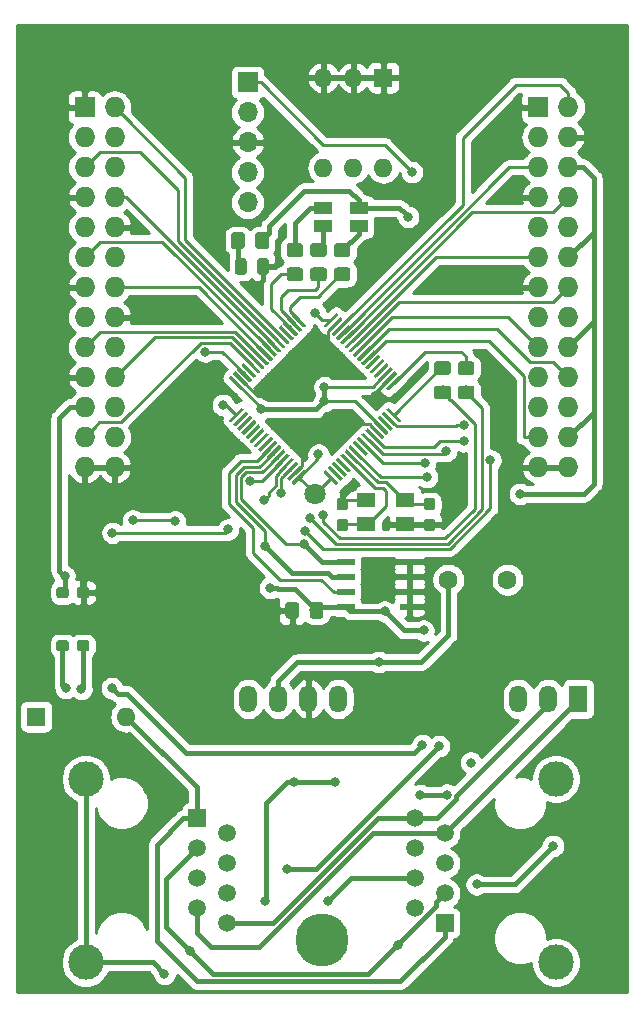
<source format=gbr>
G04 #@! TF.GenerationSoftware,KiCad,Pcbnew,(5.1.0)-1*
G04 #@! TF.CreationDate,2020-04-23T00:52:51+08:00*
G04 #@! TF.ProjectId,IRController,4952436f-6e74-4726-9f6c-6c65722e6b69,rev?*
G04 #@! TF.SameCoordinates,Original*
G04 #@! TF.FileFunction,Copper,L1,Top*
G04 #@! TF.FilePolarity,Positive*
%FSLAX46Y46*%
G04 Gerber Fmt 4.6, Leading zero omitted, Abs format (unit mm)*
G04 Created by KiCad (PCBNEW (5.1.0)-1) date 2020-04-23 00:52:51*
%MOMM*%
%LPD*%
G04 APERTURE LIST*
%ADD10C,1.500000*%
%ADD11C,3.000000*%
%ADD12R,1.500000X1.500000*%
%ADD13O,1.727200X1.727200*%
%ADD14R,1.727200X1.727200*%
%ADD15O,1.500000X2.300000*%
%ADD16R,1.500000X2.300000*%
%ADD17C,0.100000*%
%ADD18C,0.950000*%
%ADD19C,1.600000*%
%ADD20C,1.150000*%
%ADD21R,1.500000X1.100000*%
%ADD22C,0.975000*%
%ADD23O,1.700000X1.700000*%
%ADD24R,1.700000X1.700000*%
%ADD25O,1.600000X1.600000*%
%ADD26R,1.600000X1.600000*%
%ADD27C,0.300000*%
%ADD28R,1.550000X0.600000*%
%ADD29R,1.600000X1.300000*%
%ADD30C,4.500000*%
%ADD31C,4.000000*%
%ADD32C,0.800000*%
%ADD33C,1.800000*%
%ADD34C,0.400000*%
%ADD35C,0.250000*%
%ADD36C,0.254000*%
G04 APERTURE END LIST*
D10*
X124360000Y-107240000D03*
X124360000Y-104700000D03*
D11*
X136300000Y-116915000D03*
D10*
X124360000Y-112320000D03*
D12*
X126900000Y-113590000D03*
D10*
X126900000Y-105970000D03*
X124360000Y-109780000D03*
X126900000Y-108510000D03*
X126900000Y-111050000D03*
D11*
X136300000Y-101375000D03*
D13*
X98940000Y-74980000D03*
X96400000Y-74980000D03*
X98940000Y-72440000D03*
X96400000Y-72440000D03*
X98940000Y-69900000D03*
X96400000Y-69900000D03*
X98940000Y-67360000D03*
X96400000Y-67360000D03*
X98940000Y-64820000D03*
X96400000Y-64820000D03*
X98940000Y-62280000D03*
X96400000Y-62280000D03*
X98940000Y-59740000D03*
X96400000Y-59740000D03*
X98940000Y-57200000D03*
X96400000Y-57200000D03*
X98940000Y-54660000D03*
X96400000Y-54660000D03*
X98940000Y-52120000D03*
X96400000Y-52120000D03*
X98940000Y-49580000D03*
X96400000Y-49580000D03*
X98940000Y-47040000D03*
X96400000Y-47040000D03*
X98940000Y-44500000D03*
D14*
X96400000Y-44500000D03*
D15*
X110260000Y-94600000D03*
X112800000Y-94600000D03*
X115340000Y-94600000D03*
X117880000Y-94600000D03*
X133120000Y-94600000D03*
X135660000Y-94600000D03*
D16*
X138200000Y-94600000D03*
D10*
X108440000Y-111050000D03*
X108440000Y-113590000D03*
D11*
X96500000Y-101375000D03*
D10*
X108440000Y-105970000D03*
D12*
X105900000Y-104700000D03*
D10*
X105900000Y-112320000D03*
X108440000Y-108510000D03*
X105900000Y-109780000D03*
X105900000Y-107240000D03*
D11*
X96500000Y-116915000D03*
D17*
G36*
X94835779Y-85126144D02*
G01*
X94858834Y-85129563D01*
X94881443Y-85135227D01*
X94903387Y-85143079D01*
X94924457Y-85153044D01*
X94944448Y-85165026D01*
X94963168Y-85178910D01*
X94980438Y-85194562D01*
X94996090Y-85211832D01*
X95009974Y-85230552D01*
X95021956Y-85250543D01*
X95031921Y-85271613D01*
X95039773Y-85293557D01*
X95045437Y-85316166D01*
X95048856Y-85339221D01*
X95050000Y-85362500D01*
X95050000Y-85837500D01*
X95048856Y-85860779D01*
X95045437Y-85883834D01*
X95039773Y-85906443D01*
X95031921Y-85928387D01*
X95021956Y-85949457D01*
X95009974Y-85969448D01*
X94996090Y-85988168D01*
X94980438Y-86005438D01*
X94963168Y-86021090D01*
X94944448Y-86034974D01*
X94924457Y-86046956D01*
X94903387Y-86056921D01*
X94881443Y-86064773D01*
X94858834Y-86070437D01*
X94835779Y-86073856D01*
X94812500Y-86075000D01*
X94237500Y-86075000D01*
X94214221Y-86073856D01*
X94191166Y-86070437D01*
X94168557Y-86064773D01*
X94146613Y-86056921D01*
X94125543Y-86046956D01*
X94105552Y-86034974D01*
X94086832Y-86021090D01*
X94069562Y-86005438D01*
X94053910Y-85988168D01*
X94040026Y-85969448D01*
X94028044Y-85949457D01*
X94018079Y-85928387D01*
X94010227Y-85906443D01*
X94004563Y-85883834D01*
X94001144Y-85860779D01*
X94000000Y-85837500D01*
X94000000Y-85362500D01*
X94001144Y-85339221D01*
X94004563Y-85316166D01*
X94010227Y-85293557D01*
X94018079Y-85271613D01*
X94028044Y-85250543D01*
X94040026Y-85230552D01*
X94053910Y-85211832D01*
X94069562Y-85194562D01*
X94086832Y-85178910D01*
X94105552Y-85165026D01*
X94125543Y-85153044D01*
X94146613Y-85143079D01*
X94168557Y-85135227D01*
X94191166Y-85129563D01*
X94214221Y-85126144D01*
X94237500Y-85125000D01*
X94812500Y-85125000D01*
X94835779Y-85126144D01*
X94835779Y-85126144D01*
G37*
D18*
X94525000Y-85600000D03*
D17*
G36*
X96585779Y-85126144D02*
G01*
X96608834Y-85129563D01*
X96631443Y-85135227D01*
X96653387Y-85143079D01*
X96674457Y-85153044D01*
X96694448Y-85165026D01*
X96713168Y-85178910D01*
X96730438Y-85194562D01*
X96746090Y-85211832D01*
X96759974Y-85230552D01*
X96771956Y-85250543D01*
X96781921Y-85271613D01*
X96789773Y-85293557D01*
X96795437Y-85316166D01*
X96798856Y-85339221D01*
X96800000Y-85362500D01*
X96800000Y-85837500D01*
X96798856Y-85860779D01*
X96795437Y-85883834D01*
X96789773Y-85906443D01*
X96781921Y-85928387D01*
X96771956Y-85949457D01*
X96759974Y-85969448D01*
X96746090Y-85988168D01*
X96730438Y-86005438D01*
X96713168Y-86021090D01*
X96694448Y-86034974D01*
X96674457Y-86046956D01*
X96653387Y-86056921D01*
X96631443Y-86064773D01*
X96608834Y-86070437D01*
X96585779Y-86073856D01*
X96562500Y-86075000D01*
X95987500Y-86075000D01*
X95964221Y-86073856D01*
X95941166Y-86070437D01*
X95918557Y-86064773D01*
X95896613Y-86056921D01*
X95875543Y-86046956D01*
X95855552Y-86034974D01*
X95836832Y-86021090D01*
X95819562Y-86005438D01*
X95803910Y-85988168D01*
X95790026Y-85969448D01*
X95778044Y-85949457D01*
X95768079Y-85928387D01*
X95760227Y-85906443D01*
X95754563Y-85883834D01*
X95751144Y-85860779D01*
X95750000Y-85837500D01*
X95750000Y-85362500D01*
X95751144Y-85339221D01*
X95754563Y-85316166D01*
X95760227Y-85293557D01*
X95768079Y-85271613D01*
X95778044Y-85250543D01*
X95790026Y-85230552D01*
X95803910Y-85211832D01*
X95819562Y-85194562D01*
X95836832Y-85178910D01*
X95855552Y-85165026D01*
X95875543Y-85153044D01*
X95896613Y-85143079D01*
X95918557Y-85135227D01*
X95941166Y-85129563D01*
X95964221Y-85126144D01*
X95987500Y-85125000D01*
X96562500Y-85125000D01*
X96585779Y-85126144D01*
X96585779Y-85126144D01*
G37*
D18*
X96275000Y-85600000D03*
D17*
G36*
X96585779Y-89626144D02*
G01*
X96608834Y-89629563D01*
X96631443Y-89635227D01*
X96653387Y-89643079D01*
X96674457Y-89653044D01*
X96694448Y-89665026D01*
X96713168Y-89678910D01*
X96730438Y-89694562D01*
X96746090Y-89711832D01*
X96759974Y-89730552D01*
X96771956Y-89750543D01*
X96781921Y-89771613D01*
X96789773Y-89793557D01*
X96795437Y-89816166D01*
X96798856Y-89839221D01*
X96800000Y-89862500D01*
X96800000Y-90337500D01*
X96798856Y-90360779D01*
X96795437Y-90383834D01*
X96789773Y-90406443D01*
X96781921Y-90428387D01*
X96771956Y-90449457D01*
X96759974Y-90469448D01*
X96746090Y-90488168D01*
X96730438Y-90505438D01*
X96713168Y-90521090D01*
X96694448Y-90534974D01*
X96674457Y-90546956D01*
X96653387Y-90556921D01*
X96631443Y-90564773D01*
X96608834Y-90570437D01*
X96585779Y-90573856D01*
X96562500Y-90575000D01*
X95987500Y-90575000D01*
X95964221Y-90573856D01*
X95941166Y-90570437D01*
X95918557Y-90564773D01*
X95896613Y-90556921D01*
X95875543Y-90546956D01*
X95855552Y-90534974D01*
X95836832Y-90521090D01*
X95819562Y-90505438D01*
X95803910Y-90488168D01*
X95790026Y-90469448D01*
X95778044Y-90449457D01*
X95768079Y-90428387D01*
X95760227Y-90406443D01*
X95754563Y-90383834D01*
X95751144Y-90360779D01*
X95750000Y-90337500D01*
X95750000Y-89862500D01*
X95751144Y-89839221D01*
X95754563Y-89816166D01*
X95760227Y-89793557D01*
X95768079Y-89771613D01*
X95778044Y-89750543D01*
X95790026Y-89730552D01*
X95803910Y-89711832D01*
X95819562Y-89694562D01*
X95836832Y-89678910D01*
X95855552Y-89665026D01*
X95875543Y-89653044D01*
X95896613Y-89643079D01*
X95918557Y-89635227D01*
X95941166Y-89629563D01*
X95964221Y-89626144D01*
X95987500Y-89625000D01*
X96562500Y-89625000D01*
X96585779Y-89626144D01*
X96585779Y-89626144D01*
G37*
D18*
X96275000Y-90100000D03*
D17*
G36*
X94835779Y-89626144D02*
G01*
X94858834Y-89629563D01*
X94881443Y-89635227D01*
X94903387Y-89643079D01*
X94924457Y-89653044D01*
X94944448Y-89665026D01*
X94963168Y-89678910D01*
X94980438Y-89694562D01*
X94996090Y-89711832D01*
X95009974Y-89730552D01*
X95021956Y-89750543D01*
X95031921Y-89771613D01*
X95039773Y-89793557D01*
X95045437Y-89816166D01*
X95048856Y-89839221D01*
X95050000Y-89862500D01*
X95050000Y-90337500D01*
X95048856Y-90360779D01*
X95045437Y-90383834D01*
X95039773Y-90406443D01*
X95031921Y-90428387D01*
X95021956Y-90449457D01*
X95009974Y-90469448D01*
X94996090Y-90488168D01*
X94980438Y-90505438D01*
X94963168Y-90521090D01*
X94944448Y-90534974D01*
X94924457Y-90546956D01*
X94903387Y-90556921D01*
X94881443Y-90564773D01*
X94858834Y-90570437D01*
X94835779Y-90573856D01*
X94812500Y-90575000D01*
X94237500Y-90575000D01*
X94214221Y-90573856D01*
X94191166Y-90570437D01*
X94168557Y-90564773D01*
X94146613Y-90556921D01*
X94125543Y-90546956D01*
X94105552Y-90534974D01*
X94086832Y-90521090D01*
X94069562Y-90505438D01*
X94053910Y-90488168D01*
X94040026Y-90469448D01*
X94028044Y-90449457D01*
X94018079Y-90428387D01*
X94010227Y-90406443D01*
X94004563Y-90383834D01*
X94001144Y-90360779D01*
X94000000Y-90337500D01*
X94000000Y-89862500D01*
X94001144Y-89839221D01*
X94004563Y-89816166D01*
X94010227Y-89793557D01*
X94018079Y-89771613D01*
X94028044Y-89750543D01*
X94040026Y-89730552D01*
X94053910Y-89711832D01*
X94069562Y-89694562D01*
X94086832Y-89678910D01*
X94105552Y-89665026D01*
X94125543Y-89653044D01*
X94146613Y-89643079D01*
X94168557Y-89635227D01*
X94191166Y-89629563D01*
X94214221Y-89626144D01*
X94237500Y-89625000D01*
X94812500Y-89625000D01*
X94835779Y-89626144D01*
X94835779Y-89626144D01*
G37*
D18*
X94525000Y-90100000D03*
D17*
G36*
X118460779Y-77601144D02*
G01*
X118483834Y-77604563D01*
X118506443Y-77610227D01*
X118528387Y-77618079D01*
X118549457Y-77628044D01*
X118569448Y-77640026D01*
X118588168Y-77653910D01*
X118605438Y-77669562D01*
X118621090Y-77686832D01*
X118634974Y-77705552D01*
X118646956Y-77725543D01*
X118656921Y-77746613D01*
X118664773Y-77768557D01*
X118670437Y-77791166D01*
X118673856Y-77814221D01*
X118675000Y-77837500D01*
X118675000Y-78412500D01*
X118673856Y-78435779D01*
X118670437Y-78458834D01*
X118664773Y-78481443D01*
X118656921Y-78503387D01*
X118646956Y-78524457D01*
X118634974Y-78544448D01*
X118621090Y-78563168D01*
X118605438Y-78580438D01*
X118588168Y-78596090D01*
X118569448Y-78609974D01*
X118549457Y-78621956D01*
X118528387Y-78631921D01*
X118506443Y-78639773D01*
X118483834Y-78645437D01*
X118460779Y-78648856D01*
X118437500Y-78650000D01*
X117962500Y-78650000D01*
X117939221Y-78648856D01*
X117916166Y-78645437D01*
X117893557Y-78639773D01*
X117871613Y-78631921D01*
X117850543Y-78621956D01*
X117830552Y-78609974D01*
X117811832Y-78596090D01*
X117794562Y-78580438D01*
X117778910Y-78563168D01*
X117765026Y-78544448D01*
X117753044Y-78524457D01*
X117743079Y-78503387D01*
X117735227Y-78481443D01*
X117729563Y-78458834D01*
X117726144Y-78435779D01*
X117725000Y-78412500D01*
X117725000Y-77837500D01*
X117726144Y-77814221D01*
X117729563Y-77791166D01*
X117735227Y-77768557D01*
X117743079Y-77746613D01*
X117753044Y-77725543D01*
X117765026Y-77705552D01*
X117778910Y-77686832D01*
X117794562Y-77669562D01*
X117811832Y-77653910D01*
X117830552Y-77640026D01*
X117850543Y-77628044D01*
X117871613Y-77618079D01*
X117893557Y-77610227D01*
X117916166Y-77604563D01*
X117939221Y-77601144D01*
X117962500Y-77600000D01*
X118437500Y-77600000D01*
X118460779Y-77601144D01*
X118460779Y-77601144D01*
G37*
D18*
X118200000Y-78125000D03*
D17*
G36*
X118460779Y-79351144D02*
G01*
X118483834Y-79354563D01*
X118506443Y-79360227D01*
X118528387Y-79368079D01*
X118549457Y-79378044D01*
X118569448Y-79390026D01*
X118588168Y-79403910D01*
X118605438Y-79419562D01*
X118621090Y-79436832D01*
X118634974Y-79455552D01*
X118646956Y-79475543D01*
X118656921Y-79496613D01*
X118664773Y-79518557D01*
X118670437Y-79541166D01*
X118673856Y-79564221D01*
X118675000Y-79587500D01*
X118675000Y-80162500D01*
X118673856Y-80185779D01*
X118670437Y-80208834D01*
X118664773Y-80231443D01*
X118656921Y-80253387D01*
X118646956Y-80274457D01*
X118634974Y-80294448D01*
X118621090Y-80313168D01*
X118605438Y-80330438D01*
X118588168Y-80346090D01*
X118569448Y-80359974D01*
X118549457Y-80371956D01*
X118528387Y-80381921D01*
X118506443Y-80389773D01*
X118483834Y-80395437D01*
X118460779Y-80398856D01*
X118437500Y-80400000D01*
X117962500Y-80400000D01*
X117939221Y-80398856D01*
X117916166Y-80395437D01*
X117893557Y-80389773D01*
X117871613Y-80381921D01*
X117850543Y-80371956D01*
X117830552Y-80359974D01*
X117811832Y-80346090D01*
X117794562Y-80330438D01*
X117778910Y-80313168D01*
X117765026Y-80294448D01*
X117753044Y-80274457D01*
X117743079Y-80253387D01*
X117735227Y-80231443D01*
X117729563Y-80208834D01*
X117726144Y-80185779D01*
X117725000Y-80162500D01*
X117725000Y-79587500D01*
X117726144Y-79564221D01*
X117729563Y-79541166D01*
X117735227Y-79518557D01*
X117743079Y-79496613D01*
X117753044Y-79475543D01*
X117765026Y-79455552D01*
X117778910Y-79436832D01*
X117794562Y-79419562D01*
X117811832Y-79403910D01*
X117830552Y-79390026D01*
X117850543Y-79378044D01*
X117871613Y-79368079D01*
X117893557Y-79360227D01*
X117916166Y-79354563D01*
X117939221Y-79351144D01*
X117962500Y-79350000D01*
X118437500Y-79350000D01*
X118460779Y-79351144D01*
X118460779Y-79351144D01*
G37*
D18*
X118200000Y-79875000D03*
D17*
G36*
X125860779Y-77601144D02*
G01*
X125883834Y-77604563D01*
X125906443Y-77610227D01*
X125928387Y-77618079D01*
X125949457Y-77628044D01*
X125969448Y-77640026D01*
X125988168Y-77653910D01*
X126005438Y-77669562D01*
X126021090Y-77686832D01*
X126034974Y-77705552D01*
X126046956Y-77725543D01*
X126056921Y-77746613D01*
X126064773Y-77768557D01*
X126070437Y-77791166D01*
X126073856Y-77814221D01*
X126075000Y-77837500D01*
X126075000Y-78412500D01*
X126073856Y-78435779D01*
X126070437Y-78458834D01*
X126064773Y-78481443D01*
X126056921Y-78503387D01*
X126046956Y-78524457D01*
X126034974Y-78544448D01*
X126021090Y-78563168D01*
X126005438Y-78580438D01*
X125988168Y-78596090D01*
X125969448Y-78609974D01*
X125949457Y-78621956D01*
X125928387Y-78631921D01*
X125906443Y-78639773D01*
X125883834Y-78645437D01*
X125860779Y-78648856D01*
X125837500Y-78650000D01*
X125362500Y-78650000D01*
X125339221Y-78648856D01*
X125316166Y-78645437D01*
X125293557Y-78639773D01*
X125271613Y-78631921D01*
X125250543Y-78621956D01*
X125230552Y-78609974D01*
X125211832Y-78596090D01*
X125194562Y-78580438D01*
X125178910Y-78563168D01*
X125165026Y-78544448D01*
X125153044Y-78524457D01*
X125143079Y-78503387D01*
X125135227Y-78481443D01*
X125129563Y-78458834D01*
X125126144Y-78435779D01*
X125125000Y-78412500D01*
X125125000Y-77837500D01*
X125126144Y-77814221D01*
X125129563Y-77791166D01*
X125135227Y-77768557D01*
X125143079Y-77746613D01*
X125153044Y-77725543D01*
X125165026Y-77705552D01*
X125178910Y-77686832D01*
X125194562Y-77669562D01*
X125211832Y-77653910D01*
X125230552Y-77640026D01*
X125250543Y-77628044D01*
X125271613Y-77618079D01*
X125293557Y-77610227D01*
X125316166Y-77604563D01*
X125339221Y-77601144D01*
X125362500Y-77600000D01*
X125837500Y-77600000D01*
X125860779Y-77601144D01*
X125860779Y-77601144D01*
G37*
D18*
X125600000Y-78125000D03*
D17*
G36*
X125860779Y-79351144D02*
G01*
X125883834Y-79354563D01*
X125906443Y-79360227D01*
X125928387Y-79368079D01*
X125949457Y-79378044D01*
X125969448Y-79390026D01*
X125988168Y-79403910D01*
X126005438Y-79419562D01*
X126021090Y-79436832D01*
X126034974Y-79455552D01*
X126046956Y-79475543D01*
X126056921Y-79496613D01*
X126064773Y-79518557D01*
X126070437Y-79541166D01*
X126073856Y-79564221D01*
X126075000Y-79587500D01*
X126075000Y-80162500D01*
X126073856Y-80185779D01*
X126070437Y-80208834D01*
X126064773Y-80231443D01*
X126056921Y-80253387D01*
X126046956Y-80274457D01*
X126034974Y-80294448D01*
X126021090Y-80313168D01*
X126005438Y-80330438D01*
X125988168Y-80346090D01*
X125969448Y-80359974D01*
X125949457Y-80371956D01*
X125928387Y-80381921D01*
X125906443Y-80389773D01*
X125883834Y-80395437D01*
X125860779Y-80398856D01*
X125837500Y-80400000D01*
X125362500Y-80400000D01*
X125339221Y-80398856D01*
X125316166Y-80395437D01*
X125293557Y-80389773D01*
X125271613Y-80381921D01*
X125250543Y-80371956D01*
X125230552Y-80359974D01*
X125211832Y-80346090D01*
X125194562Y-80330438D01*
X125178910Y-80313168D01*
X125165026Y-80294448D01*
X125153044Y-80274457D01*
X125143079Y-80253387D01*
X125135227Y-80231443D01*
X125129563Y-80208834D01*
X125126144Y-80185779D01*
X125125000Y-80162500D01*
X125125000Y-79587500D01*
X125126144Y-79564221D01*
X125129563Y-79541166D01*
X125135227Y-79518557D01*
X125143079Y-79496613D01*
X125153044Y-79475543D01*
X125165026Y-79455552D01*
X125178910Y-79436832D01*
X125194562Y-79419562D01*
X125211832Y-79403910D01*
X125230552Y-79390026D01*
X125250543Y-79378044D01*
X125271613Y-79368079D01*
X125293557Y-79360227D01*
X125316166Y-79354563D01*
X125339221Y-79351144D01*
X125362500Y-79350000D01*
X125837500Y-79350000D01*
X125860779Y-79351144D01*
X125860779Y-79351144D01*
G37*
D18*
X125600000Y-79875000D03*
D19*
X132200000Y-84500000D03*
X127200000Y-84500000D03*
D17*
G36*
X114324505Y-86401204D02*
G01*
X114348773Y-86404804D01*
X114372572Y-86410765D01*
X114395671Y-86419030D01*
X114417850Y-86429520D01*
X114438893Y-86442132D01*
X114458599Y-86456747D01*
X114476777Y-86473223D01*
X114493253Y-86491401D01*
X114507868Y-86511107D01*
X114520480Y-86532150D01*
X114530970Y-86554329D01*
X114539235Y-86577428D01*
X114545196Y-86601227D01*
X114548796Y-86625495D01*
X114550000Y-86649999D01*
X114550000Y-87550001D01*
X114548796Y-87574505D01*
X114545196Y-87598773D01*
X114539235Y-87622572D01*
X114530970Y-87645671D01*
X114520480Y-87667850D01*
X114507868Y-87688893D01*
X114493253Y-87708599D01*
X114476777Y-87726777D01*
X114458599Y-87743253D01*
X114438893Y-87757868D01*
X114417850Y-87770480D01*
X114395671Y-87780970D01*
X114372572Y-87789235D01*
X114348773Y-87795196D01*
X114324505Y-87798796D01*
X114300001Y-87800000D01*
X113649999Y-87800000D01*
X113625495Y-87798796D01*
X113601227Y-87795196D01*
X113577428Y-87789235D01*
X113554329Y-87780970D01*
X113532150Y-87770480D01*
X113511107Y-87757868D01*
X113491401Y-87743253D01*
X113473223Y-87726777D01*
X113456747Y-87708599D01*
X113442132Y-87688893D01*
X113429520Y-87667850D01*
X113419030Y-87645671D01*
X113410765Y-87622572D01*
X113404804Y-87598773D01*
X113401204Y-87574505D01*
X113400000Y-87550001D01*
X113400000Y-86649999D01*
X113401204Y-86625495D01*
X113404804Y-86601227D01*
X113410765Y-86577428D01*
X113419030Y-86554329D01*
X113429520Y-86532150D01*
X113442132Y-86511107D01*
X113456747Y-86491401D01*
X113473223Y-86473223D01*
X113491401Y-86456747D01*
X113511107Y-86442132D01*
X113532150Y-86429520D01*
X113554329Y-86419030D01*
X113577428Y-86410765D01*
X113601227Y-86404804D01*
X113625495Y-86401204D01*
X113649999Y-86400000D01*
X114300001Y-86400000D01*
X114324505Y-86401204D01*
X114324505Y-86401204D01*
G37*
D20*
X113975000Y-87100000D03*
D17*
G36*
X116374505Y-86401204D02*
G01*
X116398773Y-86404804D01*
X116422572Y-86410765D01*
X116445671Y-86419030D01*
X116467850Y-86429520D01*
X116488893Y-86442132D01*
X116508599Y-86456747D01*
X116526777Y-86473223D01*
X116543253Y-86491401D01*
X116557868Y-86511107D01*
X116570480Y-86532150D01*
X116580970Y-86554329D01*
X116589235Y-86577428D01*
X116595196Y-86601227D01*
X116598796Y-86625495D01*
X116600000Y-86649999D01*
X116600000Y-87550001D01*
X116598796Y-87574505D01*
X116595196Y-87598773D01*
X116589235Y-87622572D01*
X116580970Y-87645671D01*
X116570480Y-87667850D01*
X116557868Y-87688893D01*
X116543253Y-87708599D01*
X116526777Y-87726777D01*
X116508599Y-87743253D01*
X116488893Y-87757868D01*
X116467850Y-87770480D01*
X116445671Y-87780970D01*
X116422572Y-87789235D01*
X116398773Y-87795196D01*
X116374505Y-87798796D01*
X116350001Y-87800000D01*
X115699999Y-87800000D01*
X115675495Y-87798796D01*
X115651227Y-87795196D01*
X115627428Y-87789235D01*
X115604329Y-87780970D01*
X115582150Y-87770480D01*
X115561107Y-87757868D01*
X115541401Y-87743253D01*
X115523223Y-87726777D01*
X115506747Y-87708599D01*
X115492132Y-87688893D01*
X115479520Y-87667850D01*
X115469030Y-87645671D01*
X115460765Y-87622572D01*
X115454804Y-87598773D01*
X115451204Y-87574505D01*
X115450000Y-87550001D01*
X115450000Y-86649999D01*
X115451204Y-86625495D01*
X115454804Y-86601227D01*
X115460765Y-86577428D01*
X115469030Y-86554329D01*
X115479520Y-86532150D01*
X115492132Y-86511107D01*
X115506747Y-86491401D01*
X115523223Y-86473223D01*
X115541401Y-86456747D01*
X115561107Y-86442132D01*
X115582150Y-86429520D01*
X115604329Y-86419030D01*
X115627428Y-86410765D01*
X115651227Y-86404804D01*
X115675495Y-86401204D01*
X115699999Y-86400000D01*
X116350001Y-86400000D01*
X116374505Y-86401204D01*
X116374505Y-86401204D01*
G37*
D20*
X116025000Y-87100000D03*
D21*
X119600000Y-53050000D03*
X116600000Y-53050000D03*
X116600000Y-54550000D03*
X119600000Y-54550000D03*
D17*
G36*
X109892642Y-57301174D02*
G01*
X109916303Y-57304684D01*
X109939507Y-57310496D01*
X109962029Y-57318554D01*
X109983653Y-57328782D01*
X110004170Y-57341079D01*
X110023383Y-57355329D01*
X110041107Y-57371393D01*
X110057171Y-57389117D01*
X110071421Y-57408330D01*
X110083718Y-57428847D01*
X110093946Y-57450471D01*
X110102004Y-57472993D01*
X110107816Y-57496197D01*
X110111326Y-57519858D01*
X110112500Y-57543750D01*
X110112500Y-58456250D01*
X110111326Y-58480142D01*
X110107816Y-58503803D01*
X110102004Y-58527007D01*
X110093946Y-58549529D01*
X110083718Y-58571153D01*
X110071421Y-58591670D01*
X110057171Y-58610883D01*
X110041107Y-58628607D01*
X110023383Y-58644671D01*
X110004170Y-58658921D01*
X109983653Y-58671218D01*
X109962029Y-58681446D01*
X109939507Y-58689504D01*
X109916303Y-58695316D01*
X109892642Y-58698826D01*
X109868750Y-58700000D01*
X109381250Y-58700000D01*
X109357358Y-58698826D01*
X109333697Y-58695316D01*
X109310493Y-58689504D01*
X109287971Y-58681446D01*
X109266347Y-58671218D01*
X109245830Y-58658921D01*
X109226617Y-58644671D01*
X109208893Y-58628607D01*
X109192829Y-58610883D01*
X109178579Y-58591670D01*
X109166282Y-58571153D01*
X109156054Y-58549529D01*
X109147996Y-58527007D01*
X109142184Y-58503803D01*
X109138674Y-58480142D01*
X109137500Y-58456250D01*
X109137500Y-57543750D01*
X109138674Y-57519858D01*
X109142184Y-57496197D01*
X109147996Y-57472993D01*
X109156054Y-57450471D01*
X109166282Y-57428847D01*
X109178579Y-57408330D01*
X109192829Y-57389117D01*
X109208893Y-57371393D01*
X109226617Y-57355329D01*
X109245830Y-57341079D01*
X109266347Y-57328782D01*
X109287971Y-57318554D01*
X109310493Y-57310496D01*
X109333697Y-57304684D01*
X109357358Y-57301174D01*
X109381250Y-57300000D01*
X109868750Y-57300000D01*
X109892642Y-57301174D01*
X109892642Y-57301174D01*
G37*
D22*
X109625000Y-58000000D03*
D17*
G36*
X111767642Y-57301174D02*
G01*
X111791303Y-57304684D01*
X111814507Y-57310496D01*
X111837029Y-57318554D01*
X111858653Y-57328782D01*
X111879170Y-57341079D01*
X111898383Y-57355329D01*
X111916107Y-57371393D01*
X111932171Y-57389117D01*
X111946421Y-57408330D01*
X111958718Y-57428847D01*
X111968946Y-57450471D01*
X111977004Y-57472993D01*
X111982816Y-57496197D01*
X111986326Y-57519858D01*
X111987500Y-57543750D01*
X111987500Y-58456250D01*
X111986326Y-58480142D01*
X111982816Y-58503803D01*
X111977004Y-58527007D01*
X111968946Y-58549529D01*
X111958718Y-58571153D01*
X111946421Y-58591670D01*
X111932171Y-58610883D01*
X111916107Y-58628607D01*
X111898383Y-58644671D01*
X111879170Y-58658921D01*
X111858653Y-58671218D01*
X111837029Y-58681446D01*
X111814507Y-58689504D01*
X111791303Y-58695316D01*
X111767642Y-58698826D01*
X111743750Y-58700000D01*
X111256250Y-58700000D01*
X111232358Y-58698826D01*
X111208697Y-58695316D01*
X111185493Y-58689504D01*
X111162971Y-58681446D01*
X111141347Y-58671218D01*
X111120830Y-58658921D01*
X111101617Y-58644671D01*
X111083893Y-58628607D01*
X111067829Y-58610883D01*
X111053579Y-58591670D01*
X111041282Y-58571153D01*
X111031054Y-58549529D01*
X111022996Y-58527007D01*
X111017184Y-58503803D01*
X111013674Y-58480142D01*
X111012500Y-58456250D01*
X111012500Y-57543750D01*
X111013674Y-57519858D01*
X111017184Y-57496197D01*
X111022996Y-57472993D01*
X111031054Y-57450471D01*
X111041282Y-57428847D01*
X111053579Y-57408330D01*
X111067829Y-57389117D01*
X111083893Y-57371393D01*
X111101617Y-57355329D01*
X111120830Y-57341079D01*
X111141347Y-57328782D01*
X111162971Y-57318554D01*
X111185493Y-57310496D01*
X111208697Y-57304684D01*
X111232358Y-57301174D01*
X111256250Y-57300000D01*
X111743750Y-57300000D01*
X111767642Y-57301174D01*
X111767642Y-57301174D01*
G37*
D22*
X111500000Y-58000000D03*
D23*
X110200000Y-52560000D03*
X110200000Y-50020000D03*
X110200000Y-47480000D03*
X110200000Y-44940000D03*
D24*
X110200000Y-42400000D03*
D13*
X137340000Y-74980000D03*
X134800000Y-74980000D03*
X137340000Y-72440000D03*
X134800000Y-72440000D03*
X137340000Y-69900000D03*
X134800000Y-69900000D03*
X137340000Y-67360000D03*
X134800000Y-67360000D03*
X137340000Y-64820000D03*
X134800000Y-64820000D03*
X137340000Y-62280000D03*
X134800000Y-62280000D03*
X137340000Y-59740000D03*
X134800000Y-59740000D03*
X137340000Y-57200000D03*
X134800000Y-57200000D03*
X137340000Y-54660000D03*
X134800000Y-54660000D03*
X137340000Y-52120000D03*
X134800000Y-52120000D03*
X137340000Y-49580000D03*
X134800000Y-49580000D03*
X137340000Y-47040000D03*
X134800000Y-47040000D03*
X137340000Y-44500000D03*
D14*
X134800000Y-44500000D03*
D17*
G36*
X116674505Y-56026204D02*
G01*
X116698773Y-56029804D01*
X116722572Y-56035765D01*
X116745671Y-56044030D01*
X116767850Y-56054520D01*
X116788893Y-56067132D01*
X116808599Y-56081747D01*
X116826777Y-56098223D01*
X116843253Y-56116401D01*
X116857868Y-56136107D01*
X116870480Y-56157150D01*
X116880970Y-56179329D01*
X116889235Y-56202428D01*
X116895196Y-56226227D01*
X116898796Y-56250495D01*
X116900000Y-56274999D01*
X116900000Y-56925001D01*
X116898796Y-56949505D01*
X116895196Y-56973773D01*
X116889235Y-56997572D01*
X116880970Y-57020671D01*
X116870480Y-57042850D01*
X116857868Y-57063893D01*
X116843253Y-57083599D01*
X116826777Y-57101777D01*
X116808599Y-57118253D01*
X116788893Y-57132868D01*
X116767850Y-57145480D01*
X116745671Y-57155970D01*
X116722572Y-57164235D01*
X116698773Y-57170196D01*
X116674505Y-57173796D01*
X116650001Y-57175000D01*
X115749999Y-57175000D01*
X115725495Y-57173796D01*
X115701227Y-57170196D01*
X115677428Y-57164235D01*
X115654329Y-57155970D01*
X115632150Y-57145480D01*
X115611107Y-57132868D01*
X115591401Y-57118253D01*
X115573223Y-57101777D01*
X115556747Y-57083599D01*
X115542132Y-57063893D01*
X115529520Y-57042850D01*
X115519030Y-57020671D01*
X115510765Y-56997572D01*
X115504804Y-56973773D01*
X115501204Y-56949505D01*
X115500000Y-56925001D01*
X115500000Y-56274999D01*
X115501204Y-56250495D01*
X115504804Y-56226227D01*
X115510765Y-56202428D01*
X115519030Y-56179329D01*
X115529520Y-56157150D01*
X115542132Y-56136107D01*
X115556747Y-56116401D01*
X115573223Y-56098223D01*
X115591401Y-56081747D01*
X115611107Y-56067132D01*
X115632150Y-56054520D01*
X115654329Y-56044030D01*
X115677428Y-56035765D01*
X115701227Y-56029804D01*
X115725495Y-56026204D01*
X115749999Y-56025000D01*
X116650001Y-56025000D01*
X116674505Y-56026204D01*
X116674505Y-56026204D01*
G37*
D20*
X116200000Y-56600000D03*
D17*
G36*
X116674505Y-58076204D02*
G01*
X116698773Y-58079804D01*
X116722572Y-58085765D01*
X116745671Y-58094030D01*
X116767850Y-58104520D01*
X116788893Y-58117132D01*
X116808599Y-58131747D01*
X116826777Y-58148223D01*
X116843253Y-58166401D01*
X116857868Y-58186107D01*
X116870480Y-58207150D01*
X116880970Y-58229329D01*
X116889235Y-58252428D01*
X116895196Y-58276227D01*
X116898796Y-58300495D01*
X116900000Y-58324999D01*
X116900000Y-58975001D01*
X116898796Y-58999505D01*
X116895196Y-59023773D01*
X116889235Y-59047572D01*
X116880970Y-59070671D01*
X116870480Y-59092850D01*
X116857868Y-59113893D01*
X116843253Y-59133599D01*
X116826777Y-59151777D01*
X116808599Y-59168253D01*
X116788893Y-59182868D01*
X116767850Y-59195480D01*
X116745671Y-59205970D01*
X116722572Y-59214235D01*
X116698773Y-59220196D01*
X116674505Y-59223796D01*
X116650001Y-59225000D01*
X115749999Y-59225000D01*
X115725495Y-59223796D01*
X115701227Y-59220196D01*
X115677428Y-59214235D01*
X115654329Y-59205970D01*
X115632150Y-59195480D01*
X115611107Y-59182868D01*
X115591401Y-59168253D01*
X115573223Y-59151777D01*
X115556747Y-59133599D01*
X115542132Y-59113893D01*
X115529520Y-59092850D01*
X115519030Y-59070671D01*
X115510765Y-59047572D01*
X115504804Y-59023773D01*
X115501204Y-58999505D01*
X115500000Y-58975001D01*
X115500000Y-58324999D01*
X115501204Y-58300495D01*
X115504804Y-58276227D01*
X115510765Y-58252428D01*
X115519030Y-58229329D01*
X115529520Y-58207150D01*
X115542132Y-58186107D01*
X115556747Y-58166401D01*
X115573223Y-58148223D01*
X115591401Y-58131747D01*
X115611107Y-58117132D01*
X115632150Y-58104520D01*
X115654329Y-58094030D01*
X115677428Y-58085765D01*
X115701227Y-58079804D01*
X115725495Y-58076204D01*
X115749999Y-58075000D01*
X116650001Y-58075000D01*
X116674505Y-58076204D01*
X116674505Y-58076204D01*
G37*
D20*
X116200000Y-58650000D03*
D17*
G36*
X114674505Y-56026204D02*
G01*
X114698773Y-56029804D01*
X114722572Y-56035765D01*
X114745671Y-56044030D01*
X114767850Y-56054520D01*
X114788893Y-56067132D01*
X114808599Y-56081747D01*
X114826777Y-56098223D01*
X114843253Y-56116401D01*
X114857868Y-56136107D01*
X114870480Y-56157150D01*
X114880970Y-56179329D01*
X114889235Y-56202428D01*
X114895196Y-56226227D01*
X114898796Y-56250495D01*
X114900000Y-56274999D01*
X114900000Y-56925001D01*
X114898796Y-56949505D01*
X114895196Y-56973773D01*
X114889235Y-56997572D01*
X114880970Y-57020671D01*
X114870480Y-57042850D01*
X114857868Y-57063893D01*
X114843253Y-57083599D01*
X114826777Y-57101777D01*
X114808599Y-57118253D01*
X114788893Y-57132868D01*
X114767850Y-57145480D01*
X114745671Y-57155970D01*
X114722572Y-57164235D01*
X114698773Y-57170196D01*
X114674505Y-57173796D01*
X114650001Y-57175000D01*
X113749999Y-57175000D01*
X113725495Y-57173796D01*
X113701227Y-57170196D01*
X113677428Y-57164235D01*
X113654329Y-57155970D01*
X113632150Y-57145480D01*
X113611107Y-57132868D01*
X113591401Y-57118253D01*
X113573223Y-57101777D01*
X113556747Y-57083599D01*
X113542132Y-57063893D01*
X113529520Y-57042850D01*
X113519030Y-57020671D01*
X113510765Y-56997572D01*
X113504804Y-56973773D01*
X113501204Y-56949505D01*
X113500000Y-56925001D01*
X113500000Y-56274999D01*
X113501204Y-56250495D01*
X113504804Y-56226227D01*
X113510765Y-56202428D01*
X113519030Y-56179329D01*
X113529520Y-56157150D01*
X113542132Y-56136107D01*
X113556747Y-56116401D01*
X113573223Y-56098223D01*
X113591401Y-56081747D01*
X113611107Y-56067132D01*
X113632150Y-56054520D01*
X113654329Y-56044030D01*
X113677428Y-56035765D01*
X113701227Y-56029804D01*
X113725495Y-56026204D01*
X113749999Y-56025000D01*
X114650001Y-56025000D01*
X114674505Y-56026204D01*
X114674505Y-56026204D01*
G37*
D20*
X114200000Y-56600000D03*
D17*
G36*
X114674505Y-58076204D02*
G01*
X114698773Y-58079804D01*
X114722572Y-58085765D01*
X114745671Y-58094030D01*
X114767850Y-58104520D01*
X114788893Y-58117132D01*
X114808599Y-58131747D01*
X114826777Y-58148223D01*
X114843253Y-58166401D01*
X114857868Y-58186107D01*
X114870480Y-58207150D01*
X114880970Y-58229329D01*
X114889235Y-58252428D01*
X114895196Y-58276227D01*
X114898796Y-58300495D01*
X114900000Y-58324999D01*
X114900000Y-58975001D01*
X114898796Y-58999505D01*
X114895196Y-59023773D01*
X114889235Y-59047572D01*
X114880970Y-59070671D01*
X114870480Y-59092850D01*
X114857868Y-59113893D01*
X114843253Y-59133599D01*
X114826777Y-59151777D01*
X114808599Y-59168253D01*
X114788893Y-59182868D01*
X114767850Y-59195480D01*
X114745671Y-59205970D01*
X114722572Y-59214235D01*
X114698773Y-59220196D01*
X114674505Y-59223796D01*
X114650001Y-59225000D01*
X113749999Y-59225000D01*
X113725495Y-59223796D01*
X113701227Y-59220196D01*
X113677428Y-59214235D01*
X113654329Y-59205970D01*
X113632150Y-59195480D01*
X113611107Y-59182868D01*
X113591401Y-59168253D01*
X113573223Y-59151777D01*
X113556747Y-59133599D01*
X113542132Y-59113893D01*
X113529520Y-59092850D01*
X113519030Y-59070671D01*
X113510765Y-59047572D01*
X113504804Y-59023773D01*
X113501204Y-58999505D01*
X113500000Y-58975001D01*
X113500000Y-58324999D01*
X113501204Y-58300495D01*
X113504804Y-58276227D01*
X113510765Y-58252428D01*
X113519030Y-58229329D01*
X113529520Y-58207150D01*
X113542132Y-58186107D01*
X113556747Y-58166401D01*
X113573223Y-58148223D01*
X113591401Y-58131747D01*
X113611107Y-58117132D01*
X113632150Y-58104520D01*
X113654329Y-58094030D01*
X113677428Y-58085765D01*
X113701227Y-58079804D01*
X113725495Y-58076204D01*
X113749999Y-58075000D01*
X114650001Y-58075000D01*
X114674505Y-58076204D01*
X114674505Y-58076204D01*
G37*
D20*
X114200000Y-58650000D03*
D17*
G36*
X118674505Y-56026204D02*
G01*
X118698773Y-56029804D01*
X118722572Y-56035765D01*
X118745671Y-56044030D01*
X118767850Y-56054520D01*
X118788893Y-56067132D01*
X118808599Y-56081747D01*
X118826777Y-56098223D01*
X118843253Y-56116401D01*
X118857868Y-56136107D01*
X118870480Y-56157150D01*
X118880970Y-56179329D01*
X118889235Y-56202428D01*
X118895196Y-56226227D01*
X118898796Y-56250495D01*
X118900000Y-56274999D01*
X118900000Y-56925001D01*
X118898796Y-56949505D01*
X118895196Y-56973773D01*
X118889235Y-56997572D01*
X118880970Y-57020671D01*
X118870480Y-57042850D01*
X118857868Y-57063893D01*
X118843253Y-57083599D01*
X118826777Y-57101777D01*
X118808599Y-57118253D01*
X118788893Y-57132868D01*
X118767850Y-57145480D01*
X118745671Y-57155970D01*
X118722572Y-57164235D01*
X118698773Y-57170196D01*
X118674505Y-57173796D01*
X118650001Y-57175000D01*
X117749999Y-57175000D01*
X117725495Y-57173796D01*
X117701227Y-57170196D01*
X117677428Y-57164235D01*
X117654329Y-57155970D01*
X117632150Y-57145480D01*
X117611107Y-57132868D01*
X117591401Y-57118253D01*
X117573223Y-57101777D01*
X117556747Y-57083599D01*
X117542132Y-57063893D01*
X117529520Y-57042850D01*
X117519030Y-57020671D01*
X117510765Y-56997572D01*
X117504804Y-56973773D01*
X117501204Y-56949505D01*
X117500000Y-56925001D01*
X117500000Y-56274999D01*
X117501204Y-56250495D01*
X117504804Y-56226227D01*
X117510765Y-56202428D01*
X117519030Y-56179329D01*
X117529520Y-56157150D01*
X117542132Y-56136107D01*
X117556747Y-56116401D01*
X117573223Y-56098223D01*
X117591401Y-56081747D01*
X117611107Y-56067132D01*
X117632150Y-56054520D01*
X117654329Y-56044030D01*
X117677428Y-56035765D01*
X117701227Y-56029804D01*
X117725495Y-56026204D01*
X117749999Y-56025000D01*
X118650001Y-56025000D01*
X118674505Y-56026204D01*
X118674505Y-56026204D01*
G37*
D20*
X118200000Y-56600000D03*
D17*
G36*
X118674505Y-58076204D02*
G01*
X118698773Y-58079804D01*
X118722572Y-58085765D01*
X118745671Y-58094030D01*
X118767850Y-58104520D01*
X118788893Y-58117132D01*
X118808599Y-58131747D01*
X118826777Y-58148223D01*
X118843253Y-58166401D01*
X118857868Y-58186107D01*
X118870480Y-58207150D01*
X118880970Y-58229329D01*
X118889235Y-58252428D01*
X118895196Y-58276227D01*
X118898796Y-58300495D01*
X118900000Y-58324999D01*
X118900000Y-58975001D01*
X118898796Y-58999505D01*
X118895196Y-59023773D01*
X118889235Y-59047572D01*
X118880970Y-59070671D01*
X118870480Y-59092850D01*
X118857868Y-59113893D01*
X118843253Y-59133599D01*
X118826777Y-59151777D01*
X118808599Y-59168253D01*
X118788893Y-59182868D01*
X118767850Y-59195480D01*
X118745671Y-59205970D01*
X118722572Y-59214235D01*
X118698773Y-59220196D01*
X118674505Y-59223796D01*
X118650001Y-59225000D01*
X117749999Y-59225000D01*
X117725495Y-59223796D01*
X117701227Y-59220196D01*
X117677428Y-59214235D01*
X117654329Y-59205970D01*
X117632150Y-59195480D01*
X117611107Y-59182868D01*
X117591401Y-59168253D01*
X117573223Y-59151777D01*
X117556747Y-59133599D01*
X117542132Y-59113893D01*
X117529520Y-59092850D01*
X117519030Y-59070671D01*
X117510765Y-59047572D01*
X117504804Y-59023773D01*
X117501204Y-58999505D01*
X117500000Y-58975001D01*
X117500000Y-58324999D01*
X117501204Y-58300495D01*
X117504804Y-58276227D01*
X117510765Y-58252428D01*
X117519030Y-58229329D01*
X117529520Y-58207150D01*
X117542132Y-58186107D01*
X117556747Y-58166401D01*
X117573223Y-58148223D01*
X117591401Y-58131747D01*
X117611107Y-58117132D01*
X117632150Y-58104520D01*
X117654329Y-58094030D01*
X117677428Y-58085765D01*
X117701227Y-58079804D01*
X117725495Y-58076204D01*
X117749999Y-58075000D01*
X118650001Y-58075000D01*
X118674505Y-58076204D01*
X118674505Y-58076204D01*
G37*
D20*
X118200000Y-58650000D03*
D17*
G36*
X109724505Y-55101204D02*
G01*
X109748773Y-55104804D01*
X109772572Y-55110765D01*
X109795671Y-55119030D01*
X109817850Y-55129520D01*
X109838893Y-55142132D01*
X109858599Y-55156747D01*
X109876777Y-55173223D01*
X109893253Y-55191401D01*
X109907868Y-55211107D01*
X109920480Y-55232150D01*
X109930970Y-55254329D01*
X109939235Y-55277428D01*
X109945196Y-55301227D01*
X109948796Y-55325495D01*
X109950000Y-55349999D01*
X109950000Y-56250001D01*
X109948796Y-56274505D01*
X109945196Y-56298773D01*
X109939235Y-56322572D01*
X109930970Y-56345671D01*
X109920480Y-56367850D01*
X109907868Y-56388893D01*
X109893253Y-56408599D01*
X109876777Y-56426777D01*
X109858599Y-56443253D01*
X109838893Y-56457868D01*
X109817850Y-56470480D01*
X109795671Y-56480970D01*
X109772572Y-56489235D01*
X109748773Y-56495196D01*
X109724505Y-56498796D01*
X109700001Y-56500000D01*
X109049999Y-56500000D01*
X109025495Y-56498796D01*
X109001227Y-56495196D01*
X108977428Y-56489235D01*
X108954329Y-56480970D01*
X108932150Y-56470480D01*
X108911107Y-56457868D01*
X108891401Y-56443253D01*
X108873223Y-56426777D01*
X108856747Y-56408599D01*
X108842132Y-56388893D01*
X108829520Y-56367850D01*
X108819030Y-56345671D01*
X108810765Y-56322572D01*
X108804804Y-56298773D01*
X108801204Y-56274505D01*
X108800000Y-56250001D01*
X108800000Y-55349999D01*
X108801204Y-55325495D01*
X108804804Y-55301227D01*
X108810765Y-55277428D01*
X108819030Y-55254329D01*
X108829520Y-55232150D01*
X108842132Y-55211107D01*
X108856747Y-55191401D01*
X108873223Y-55173223D01*
X108891401Y-55156747D01*
X108911107Y-55142132D01*
X108932150Y-55129520D01*
X108954329Y-55119030D01*
X108977428Y-55110765D01*
X109001227Y-55104804D01*
X109025495Y-55101204D01*
X109049999Y-55100000D01*
X109700001Y-55100000D01*
X109724505Y-55101204D01*
X109724505Y-55101204D01*
G37*
D20*
X109375000Y-55800000D03*
D17*
G36*
X111774505Y-55101204D02*
G01*
X111798773Y-55104804D01*
X111822572Y-55110765D01*
X111845671Y-55119030D01*
X111867850Y-55129520D01*
X111888893Y-55142132D01*
X111908599Y-55156747D01*
X111926777Y-55173223D01*
X111943253Y-55191401D01*
X111957868Y-55211107D01*
X111970480Y-55232150D01*
X111980970Y-55254329D01*
X111989235Y-55277428D01*
X111995196Y-55301227D01*
X111998796Y-55325495D01*
X112000000Y-55349999D01*
X112000000Y-56250001D01*
X111998796Y-56274505D01*
X111995196Y-56298773D01*
X111989235Y-56322572D01*
X111980970Y-56345671D01*
X111970480Y-56367850D01*
X111957868Y-56388893D01*
X111943253Y-56408599D01*
X111926777Y-56426777D01*
X111908599Y-56443253D01*
X111888893Y-56457868D01*
X111867850Y-56470480D01*
X111845671Y-56480970D01*
X111822572Y-56489235D01*
X111798773Y-56495196D01*
X111774505Y-56498796D01*
X111750001Y-56500000D01*
X111099999Y-56500000D01*
X111075495Y-56498796D01*
X111051227Y-56495196D01*
X111027428Y-56489235D01*
X111004329Y-56480970D01*
X110982150Y-56470480D01*
X110961107Y-56457868D01*
X110941401Y-56443253D01*
X110923223Y-56426777D01*
X110906747Y-56408599D01*
X110892132Y-56388893D01*
X110879520Y-56367850D01*
X110869030Y-56345671D01*
X110860765Y-56322572D01*
X110854804Y-56298773D01*
X110851204Y-56274505D01*
X110850000Y-56250001D01*
X110850000Y-55349999D01*
X110851204Y-55325495D01*
X110854804Y-55301227D01*
X110860765Y-55277428D01*
X110869030Y-55254329D01*
X110879520Y-55232150D01*
X110892132Y-55211107D01*
X110906747Y-55191401D01*
X110923223Y-55173223D01*
X110941401Y-55156747D01*
X110961107Y-55142132D01*
X110982150Y-55129520D01*
X111004329Y-55119030D01*
X111027428Y-55110765D01*
X111051227Y-55104804D01*
X111075495Y-55101204D01*
X111099999Y-55100000D01*
X111750001Y-55100000D01*
X111774505Y-55101204D01*
X111774505Y-55101204D01*
G37*
D20*
X111425000Y-55800000D03*
D25*
X99920000Y-96100000D03*
D26*
X92300000Y-96100000D03*
D17*
G36*
X114988112Y-75241834D02*
G01*
X114995393Y-75242914D01*
X115002532Y-75244702D01*
X115009462Y-75247182D01*
X115016116Y-75250329D01*
X115022429Y-75254113D01*
X115028340Y-75258497D01*
X115033794Y-75263440D01*
X115139860Y-75369506D01*
X115144803Y-75374960D01*
X115149187Y-75380871D01*
X115152971Y-75387184D01*
X115156118Y-75393838D01*
X115158598Y-75400768D01*
X115160386Y-75407907D01*
X115161466Y-75415188D01*
X115161827Y-75422539D01*
X115161466Y-75429890D01*
X115160386Y-75437171D01*
X115158598Y-75444310D01*
X115156118Y-75451240D01*
X115152971Y-75457894D01*
X115149187Y-75464207D01*
X115144803Y-75470118D01*
X115139860Y-75475572D01*
X114149910Y-76465522D01*
X114144456Y-76470465D01*
X114138545Y-76474849D01*
X114132232Y-76478633D01*
X114125578Y-76481780D01*
X114118648Y-76484260D01*
X114111509Y-76486048D01*
X114104228Y-76487128D01*
X114096877Y-76487489D01*
X114089526Y-76487128D01*
X114082245Y-76486048D01*
X114075106Y-76484260D01*
X114068176Y-76481780D01*
X114061522Y-76478633D01*
X114055209Y-76474849D01*
X114049298Y-76470465D01*
X114043844Y-76465522D01*
X113937778Y-76359456D01*
X113932835Y-76354002D01*
X113928451Y-76348091D01*
X113924667Y-76341778D01*
X113921520Y-76335124D01*
X113919040Y-76328194D01*
X113917252Y-76321055D01*
X113916172Y-76313774D01*
X113915811Y-76306423D01*
X113916172Y-76299072D01*
X113917252Y-76291791D01*
X113919040Y-76284652D01*
X113921520Y-76277722D01*
X113924667Y-76271068D01*
X113928451Y-76264755D01*
X113932835Y-76258844D01*
X113937778Y-76253390D01*
X114927728Y-75263440D01*
X114933182Y-75258497D01*
X114939093Y-75254113D01*
X114945406Y-75250329D01*
X114952060Y-75247182D01*
X114958990Y-75244702D01*
X114966129Y-75242914D01*
X114973410Y-75241834D01*
X114980761Y-75241473D01*
X114988112Y-75241834D01*
X114988112Y-75241834D01*
G37*
D27*
X114538819Y-75864481D03*
D17*
G36*
X114634559Y-74888281D02*
G01*
X114641840Y-74889361D01*
X114648979Y-74891149D01*
X114655909Y-74893629D01*
X114662563Y-74896776D01*
X114668876Y-74900560D01*
X114674787Y-74904944D01*
X114680241Y-74909887D01*
X114786307Y-75015953D01*
X114791250Y-75021407D01*
X114795634Y-75027318D01*
X114799418Y-75033631D01*
X114802565Y-75040285D01*
X114805045Y-75047215D01*
X114806833Y-75054354D01*
X114807913Y-75061635D01*
X114808274Y-75068986D01*
X114807913Y-75076337D01*
X114806833Y-75083618D01*
X114805045Y-75090757D01*
X114802565Y-75097687D01*
X114799418Y-75104341D01*
X114795634Y-75110654D01*
X114791250Y-75116565D01*
X114786307Y-75122019D01*
X113796357Y-76111969D01*
X113790903Y-76116912D01*
X113784992Y-76121296D01*
X113778679Y-76125080D01*
X113772025Y-76128227D01*
X113765095Y-76130707D01*
X113757956Y-76132495D01*
X113750675Y-76133575D01*
X113743324Y-76133936D01*
X113735973Y-76133575D01*
X113728692Y-76132495D01*
X113721553Y-76130707D01*
X113714623Y-76128227D01*
X113707969Y-76125080D01*
X113701656Y-76121296D01*
X113695745Y-76116912D01*
X113690291Y-76111969D01*
X113584225Y-76005903D01*
X113579282Y-76000449D01*
X113574898Y-75994538D01*
X113571114Y-75988225D01*
X113567967Y-75981571D01*
X113565487Y-75974641D01*
X113563699Y-75967502D01*
X113562619Y-75960221D01*
X113562258Y-75952870D01*
X113562619Y-75945519D01*
X113563699Y-75938238D01*
X113565487Y-75931099D01*
X113567967Y-75924169D01*
X113571114Y-75917515D01*
X113574898Y-75911202D01*
X113579282Y-75905291D01*
X113584225Y-75899837D01*
X114574175Y-74909887D01*
X114579629Y-74904944D01*
X114585540Y-74900560D01*
X114591853Y-74896776D01*
X114598507Y-74893629D01*
X114605437Y-74891149D01*
X114612576Y-74889361D01*
X114619857Y-74888281D01*
X114627208Y-74887920D01*
X114634559Y-74888281D01*
X114634559Y-74888281D01*
G37*
D27*
X114185266Y-75510928D03*
D17*
G36*
X114281006Y-74534728D02*
G01*
X114288287Y-74535808D01*
X114295426Y-74537596D01*
X114302356Y-74540076D01*
X114309010Y-74543223D01*
X114315323Y-74547007D01*
X114321234Y-74551391D01*
X114326688Y-74556334D01*
X114432754Y-74662400D01*
X114437697Y-74667854D01*
X114442081Y-74673765D01*
X114445865Y-74680078D01*
X114449012Y-74686732D01*
X114451492Y-74693662D01*
X114453280Y-74700801D01*
X114454360Y-74708082D01*
X114454721Y-74715433D01*
X114454360Y-74722784D01*
X114453280Y-74730065D01*
X114451492Y-74737204D01*
X114449012Y-74744134D01*
X114445865Y-74750788D01*
X114442081Y-74757101D01*
X114437697Y-74763012D01*
X114432754Y-74768466D01*
X113442804Y-75758416D01*
X113437350Y-75763359D01*
X113431439Y-75767743D01*
X113425126Y-75771527D01*
X113418472Y-75774674D01*
X113411542Y-75777154D01*
X113404403Y-75778942D01*
X113397122Y-75780022D01*
X113389771Y-75780383D01*
X113382420Y-75780022D01*
X113375139Y-75778942D01*
X113368000Y-75777154D01*
X113361070Y-75774674D01*
X113354416Y-75771527D01*
X113348103Y-75767743D01*
X113342192Y-75763359D01*
X113336738Y-75758416D01*
X113230672Y-75652350D01*
X113225729Y-75646896D01*
X113221345Y-75640985D01*
X113217561Y-75634672D01*
X113214414Y-75628018D01*
X113211934Y-75621088D01*
X113210146Y-75613949D01*
X113209066Y-75606668D01*
X113208705Y-75599317D01*
X113209066Y-75591966D01*
X113210146Y-75584685D01*
X113211934Y-75577546D01*
X113214414Y-75570616D01*
X113217561Y-75563962D01*
X113221345Y-75557649D01*
X113225729Y-75551738D01*
X113230672Y-75546284D01*
X114220622Y-74556334D01*
X114226076Y-74551391D01*
X114231987Y-74547007D01*
X114238300Y-74543223D01*
X114244954Y-74540076D01*
X114251884Y-74537596D01*
X114259023Y-74535808D01*
X114266304Y-74534728D01*
X114273655Y-74534367D01*
X114281006Y-74534728D01*
X114281006Y-74534728D01*
G37*
D27*
X113831713Y-75157375D03*
D17*
G36*
X113927452Y-74181174D02*
G01*
X113934733Y-74182254D01*
X113941872Y-74184042D01*
X113948802Y-74186522D01*
X113955456Y-74189669D01*
X113961769Y-74193453D01*
X113967680Y-74197837D01*
X113973134Y-74202780D01*
X114079200Y-74308846D01*
X114084143Y-74314300D01*
X114088527Y-74320211D01*
X114092311Y-74326524D01*
X114095458Y-74333178D01*
X114097938Y-74340108D01*
X114099726Y-74347247D01*
X114100806Y-74354528D01*
X114101167Y-74361879D01*
X114100806Y-74369230D01*
X114099726Y-74376511D01*
X114097938Y-74383650D01*
X114095458Y-74390580D01*
X114092311Y-74397234D01*
X114088527Y-74403547D01*
X114084143Y-74409458D01*
X114079200Y-74414912D01*
X113089250Y-75404862D01*
X113083796Y-75409805D01*
X113077885Y-75414189D01*
X113071572Y-75417973D01*
X113064918Y-75421120D01*
X113057988Y-75423600D01*
X113050849Y-75425388D01*
X113043568Y-75426468D01*
X113036217Y-75426829D01*
X113028866Y-75426468D01*
X113021585Y-75425388D01*
X113014446Y-75423600D01*
X113007516Y-75421120D01*
X113000862Y-75417973D01*
X112994549Y-75414189D01*
X112988638Y-75409805D01*
X112983184Y-75404862D01*
X112877118Y-75298796D01*
X112872175Y-75293342D01*
X112867791Y-75287431D01*
X112864007Y-75281118D01*
X112860860Y-75274464D01*
X112858380Y-75267534D01*
X112856592Y-75260395D01*
X112855512Y-75253114D01*
X112855151Y-75245763D01*
X112855512Y-75238412D01*
X112856592Y-75231131D01*
X112858380Y-75223992D01*
X112860860Y-75217062D01*
X112864007Y-75210408D01*
X112867791Y-75204095D01*
X112872175Y-75198184D01*
X112877118Y-75192730D01*
X113867068Y-74202780D01*
X113872522Y-74197837D01*
X113878433Y-74193453D01*
X113884746Y-74189669D01*
X113891400Y-74186522D01*
X113898330Y-74184042D01*
X113905469Y-74182254D01*
X113912750Y-74181174D01*
X113920101Y-74180813D01*
X113927452Y-74181174D01*
X113927452Y-74181174D01*
G37*
D27*
X113478159Y-74803821D03*
D17*
G36*
X113573899Y-73827621D02*
G01*
X113581180Y-73828701D01*
X113588319Y-73830489D01*
X113595249Y-73832969D01*
X113601903Y-73836116D01*
X113608216Y-73839900D01*
X113614127Y-73844284D01*
X113619581Y-73849227D01*
X113725647Y-73955293D01*
X113730590Y-73960747D01*
X113734974Y-73966658D01*
X113738758Y-73972971D01*
X113741905Y-73979625D01*
X113744385Y-73986555D01*
X113746173Y-73993694D01*
X113747253Y-74000975D01*
X113747614Y-74008326D01*
X113747253Y-74015677D01*
X113746173Y-74022958D01*
X113744385Y-74030097D01*
X113741905Y-74037027D01*
X113738758Y-74043681D01*
X113734974Y-74049994D01*
X113730590Y-74055905D01*
X113725647Y-74061359D01*
X112735697Y-75051309D01*
X112730243Y-75056252D01*
X112724332Y-75060636D01*
X112718019Y-75064420D01*
X112711365Y-75067567D01*
X112704435Y-75070047D01*
X112697296Y-75071835D01*
X112690015Y-75072915D01*
X112682664Y-75073276D01*
X112675313Y-75072915D01*
X112668032Y-75071835D01*
X112660893Y-75070047D01*
X112653963Y-75067567D01*
X112647309Y-75064420D01*
X112640996Y-75060636D01*
X112635085Y-75056252D01*
X112629631Y-75051309D01*
X112523565Y-74945243D01*
X112518622Y-74939789D01*
X112514238Y-74933878D01*
X112510454Y-74927565D01*
X112507307Y-74920911D01*
X112504827Y-74913981D01*
X112503039Y-74906842D01*
X112501959Y-74899561D01*
X112501598Y-74892210D01*
X112501959Y-74884859D01*
X112503039Y-74877578D01*
X112504827Y-74870439D01*
X112507307Y-74863509D01*
X112510454Y-74856855D01*
X112514238Y-74850542D01*
X112518622Y-74844631D01*
X112523565Y-74839177D01*
X113513515Y-73849227D01*
X113518969Y-73844284D01*
X113524880Y-73839900D01*
X113531193Y-73836116D01*
X113537847Y-73832969D01*
X113544777Y-73830489D01*
X113551916Y-73828701D01*
X113559197Y-73827621D01*
X113566548Y-73827260D01*
X113573899Y-73827621D01*
X113573899Y-73827621D01*
G37*
D27*
X113124606Y-74450268D03*
D17*
G36*
X113220345Y-73474067D02*
G01*
X113227626Y-73475147D01*
X113234765Y-73476935D01*
X113241695Y-73479415D01*
X113248349Y-73482562D01*
X113254662Y-73486346D01*
X113260573Y-73490730D01*
X113266027Y-73495673D01*
X113372093Y-73601739D01*
X113377036Y-73607193D01*
X113381420Y-73613104D01*
X113385204Y-73619417D01*
X113388351Y-73626071D01*
X113390831Y-73633001D01*
X113392619Y-73640140D01*
X113393699Y-73647421D01*
X113394060Y-73654772D01*
X113393699Y-73662123D01*
X113392619Y-73669404D01*
X113390831Y-73676543D01*
X113388351Y-73683473D01*
X113385204Y-73690127D01*
X113381420Y-73696440D01*
X113377036Y-73702351D01*
X113372093Y-73707805D01*
X112382143Y-74697755D01*
X112376689Y-74702698D01*
X112370778Y-74707082D01*
X112364465Y-74710866D01*
X112357811Y-74714013D01*
X112350881Y-74716493D01*
X112343742Y-74718281D01*
X112336461Y-74719361D01*
X112329110Y-74719722D01*
X112321759Y-74719361D01*
X112314478Y-74718281D01*
X112307339Y-74716493D01*
X112300409Y-74714013D01*
X112293755Y-74710866D01*
X112287442Y-74707082D01*
X112281531Y-74702698D01*
X112276077Y-74697755D01*
X112170011Y-74591689D01*
X112165068Y-74586235D01*
X112160684Y-74580324D01*
X112156900Y-74574011D01*
X112153753Y-74567357D01*
X112151273Y-74560427D01*
X112149485Y-74553288D01*
X112148405Y-74546007D01*
X112148044Y-74538656D01*
X112148405Y-74531305D01*
X112149485Y-74524024D01*
X112151273Y-74516885D01*
X112153753Y-74509955D01*
X112156900Y-74503301D01*
X112160684Y-74496988D01*
X112165068Y-74491077D01*
X112170011Y-74485623D01*
X113159961Y-73495673D01*
X113165415Y-73490730D01*
X113171326Y-73486346D01*
X113177639Y-73482562D01*
X113184293Y-73479415D01*
X113191223Y-73476935D01*
X113198362Y-73475147D01*
X113205643Y-73474067D01*
X113212994Y-73473706D01*
X113220345Y-73474067D01*
X113220345Y-73474067D01*
G37*
D27*
X112771052Y-74096714D03*
D17*
G36*
X112866792Y-73120514D02*
G01*
X112874073Y-73121594D01*
X112881212Y-73123382D01*
X112888142Y-73125862D01*
X112894796Y-73129009D01*
X112901109Y-73132793D01*
X112907020Y-73137177D01*
X112912474Y-73142120D01*
X113018540Y-73248186D01*
X113023483Y-73253640D01*
X113027867Y-73259551D01*
X113031651Y-73265864D01*
X113034798Y-73272518D01*
X113037278Y-73279448D01*
X113039066Y-73286587D01*
X113040146Y-73293868D01*
X113040507Y-73301219D01*
X113040146Y-73308570D01*
X113039066Y-73315851D01*
X113037278Y-73322990D01*
X113034798Y-73329920D01*
X113031651Y-73336574D01*
X113027867Y-73342887D01*
X113023483Y-73348798D01*
X113018540Y-73354252D01*
X112028590Y-74344202D01*
X112023136Y-74349145D01*
X112017225Y-74353529D01*
X112010912Y-74357313D01*
X112004258Y-74360460D01*
X111997328Y-74362940D01*
X111990189Y-74364728D01*
X111982908Y-74365808D01*
X111975557Y-74366169D01*
X111968206Y-74365808D01*
X111960925Y-74364728D01*
X111953786Y-74362940D01*
X111946856Y-74360460D01*
X111940202Y-74357313D01*
X111933889Y-74353529D01*
X111927978Y-74349145D01*
X111922524Y-74344202D01*
X111816458Y-74238136D01*
X111811515Y-74232682D01*
X111807131Y-74226771D01*
X111803347Y-74220458D01*
X111800200Y-74213804D01*
X111797720Y-74206874D01*
X111795932Y-74199735D01*
X111794852Y-74192454D01*
X111794491Y-74185103D01*
X111794852Y-74177752D01*
X111795932Y-74170471D01*
X111797720Y-74163332D01*
X111800200Y-74156402D01*
X111803347Y-74149748D01*
X111807131Y-74143435D01*
X111811515Y-74137524D01*
X111816458Y-74132070D01*
X112806408Y-73142120D01*
X112811862Y-73137177D01*
X112817773Y-73132793D01*
X112824086Y-73129009D01*
X112830740Y-73125862D01*
X112837670Y-73123382D01*
X112844809Y-73121594D01*
X112852090Y-73120514D01*
X112859441Y-73120153D01*
X112866792Y-73120514D01*
X112866792Y-73120514D01*
G37*
D27*
X112417499Y-73743161D03*
D17*
G36*
X112513239Y-72766961D02*
G01*
X112520520Y-72768041D01*
X112527659Y-72769829D01*
X112534589Y-72772309D01*
X112541243Y-72775456D01*
X112547556Y-72779240D01*
X112553467Y-72783624D01*
X112558921Y-72788567D01*
X112664987Y-72894633D01*
X112669930Y-72900087D01*
X112674314Y-72905998D01*
X112678098Y-72912311D01*
X112681245Y-72918965D01*
X112683725Y-72925895D01*
X112685513Y-72933034D01*
X112686593Y-72940315D01*
X112686954Y-72947666D01*
X112686593Y-72955017D01*
X112685513Y-72962298D01*
X112683725Y-72969437D01*
X112681245Y-72976367D01*
X112678098Y-72983021D01*
X112674314Y-72989334D01*
X112669930Y-72995245D01*
X112664987Y-73000699D01*
X111675037Y-73990649D01*
X111669583Y-73995592D01*
X111663672Y-73999976D01*
X111657359Y-74003760D01*
X111650705Y-74006907D01*
X111643775Y-74009387D01*
X111636636Y-74011175D01*
X111629355Y-74012255D01*
X111622004Y-74012616D01*
X111614653Y-74012255D01*
X111607372Y-74011175D01*
X111600233Y-74009387D01*
X111593303Y-74006907D01*
X111586649Y-74003760D01*
X111580336Y-73999976D01*
X111574425Y-73995592D01*
X111568971Y-73990649D01*
X111462905Y-73884583D01*
X111457962Y-73879129D01*
X111453578Y-73873218D01*
X111449794Y-73866905D01*
X111446647Y-73860251D01*
X111444167Y-73853321D01*
X111442379Y-73846182D01*
X111441299Y-73838901D01*
X111440938Y-73831550D01*
X111441299Y-73824199D01*
X111442379Y-73816918D01*
X111444167Y-73809779D01*
X111446647Y-73802849D01*
X111449794Y-73796195D01*
X111453578Y-73789882D01*
X111457962Y-73783971D01*
X111462905Y-73778517D01*
X112452855Y-72788567D01*
X112458309Y-72783624D01*
X112464220Y-72779240D01*
X112470533Y-72775456D01*
X112477187Y-72772309D01*
X112484117Y-72769829D01*
X112491256Y-72768041D01*
X112498537Y-72766961D01*
X112505888Y-72766600D01*
X112513239Y-72766961D01*
X112513239Y-72766961D01*
G37*
D27*
X112063946Y-73389608D03*
D17*
G36*
X112159685Y-72413407D02*
G01*
X112166966Y-72414487D01*
X112174105Y-72416275D01*
X112181035Y-72418755D01*
X112187689Y-72421902D01*
X112194002Y-72425686D01*
X112199913Y-72430070D01*
X112205367Y-72435013D01*
X112311433Y-72541079D01*
X112316376Y-72546533D01*
X112320760Y-72552444D01*
X112324544Y-72558757D01*
X112327691Y-72565411D01*
X112330171Y-72572341D01*
X112331959Y-72579480D01*
X112333039Y-72586761D01*
X112333400Y-72594112D01*
X112333039Y-72601463D01*
X112331959Y-72608744D01*
X112330171Y-72615883D01*
X112327691Y-72622813D01*
X112324544Y-72629467D01*
X112320760Y-72635780D01*
X112316376Y-72641691D01*
X112311433Y-72647145D01*
X111321483Y-73637095D01*
X111316029Y-73642038D01*
X111310118Y-73646422D01*
X111303805Y-73650206D01*
X111297151Y-73653353D01*
X111290221Y-73655833D01*
X111283082Y-73657621D01*
X111275801Y-73658701D01*
X111268450Y-73659062D01*
X111261099Y-73658701D01*
X111253818Y-73657621D01*
X111246679Y-73655833D01*
X111239749Y-73653353D01*
X111233095Y-73650206D01*
X111226782Y-73646422D01*
X111220871Y-73642038D01*
X111215417Y-73637095D01*
X111109351Y-73531029D01*
X111104408Y-73525575D01*
X111100024Y-73519664D01*
X111096240Y-73513351D01*
X111093093Y-73506697D01*
X111090613Y-73499767D01*
X111088825Y-73492628D01*
X111087745Y-73485347D01*
X111087384Y-73477996D01*
X111087745Y-73470645D01*
X111088825Y-73463364D01*
X111090613Y-73456225D01*
X111093093Y-73449295D01*
X111096240Y-73442641D01*
X111100024Y-73436328D01*
X111104408Y-73430417D01*
X111109351Y-73424963D01*
X112099301Y-72435013D01*
X112104755Y-72430070D01*
X112110666Y-72425686D01*
X112116979Y-72421902D01*
X112123633Y-72418755D01*
X112130563Y-72416275D01*
X112137702Y-72414487D01*
X112144983Y-72413407D01*
X112152334Y-72413046D01*
X112159685Y-72413407D01*
X112159685Y-72413407D01*
G37*
D27*
X111710392Y-73036054D03*
D17*
G36*
X111806132Y-72059854D02*
G01*
X111813413Y-72060934D01*
X111820552Y-72062722D01*
X111827482Y-72065202D01*
X111834136Y-72068349D01*
X111840449Y-72072133D01*
X111846360Y-72076517D01*
X111851814Y-72081460D01*
X111957880Y-72187526D01*
X111962823Y-72192980D01*
X111967207Y-72198891D01*
X111970991Y-72205204D01*
X111974138Y-72211858D01*
X111976618Y-72218788D01*
X111978406Y-72225927D01*
X111979486Y-72233208D01*
X111979847Y-72240559D01*
X111979486Y-72247910D01*
X111978406Y-72255191D01*
X111976618Y-72262330D01*
X111974138Y-72269260D01*
X111970991Y-72275914D01*
X111967207Y-72282227D01*
X111962823Y-72288138D01*
X111957880Y-72293592D01*
X110967930Y-73283542D01*
X110962476Y-73288485D01*
X110956565Y-73292869D01*
X110950252Y-73296653D01*
X110943598Y-73299800D01*
X110936668Y-73302280D01*
X110929529Y-73304068D01*
X110922248Y-73305148D01*
X110914897Y-73305509D01*
X110907546Y-73305148D01*
X110900265Y-73304068D01*
X110893126Y-73302280D01*
X110886196Y-73299800D01*
X110879542Y-73296653D01*
X110873229Y-73292869D01*
X110867318Y-73288485D01*
X110861864Y-73283542D01*
X110755798Y-73177476D01*
X110750855Y-73172022D01*
X110746471Y-73166111D01*
X110742687Y-73159798D01*
X110739540Y-73153144D01*
X110737060Y-73146214D01*
X110735272Y-73139075D01*
X110734192Y-73131794D01*
X110733831Y-73124443D01*
X110734192Y-73117092D01*
X110735272Y-73109811D01*
X110737060Y-73102672D01*
X110739540Y-73095742D01*
X110742687Y-73089088D01*
X110746471Y-73082775D01*
X110750855Y-73076864D01*
X110755798Y-73071410D01*
X111745748Y-72081460D01*
X111751202Y-72076517D01*
X111757113Y-72072133D01*
X111763426Y-72068349D01*
X111770080Y-72065202D01*
X111777010Y-72062722D01*
X111784149Y-72060934D01*
X111791430Y-72059854D01*
X111798781Y-72059493D01*
X111806132Y-72059854D01*
X111806132Y-72059854D01*
G37*
D27*
X111356839Y-72682501D03*
D17*
G36*
X111452579Y-71706301D02*
G01*
X111459860Y-71707381D01*
X111466999Y-71709169D01*
X111473929Y-71711649D01*
X111480583Y-71714796D01*
X111486896Y-71718580D01*
X111492807Y-71722964D01*
X111498261Y-71727907D01*
X111604327Y-71833973D01*
X111609270Y-71839427D01*
X111613654Y-71845338D01*
X111617438Y-71851651D01*
X111620585Y-71858305D01*
X111623065Y-71865235D01*
X111624853Y-71872374D01*
X111625933Y-71879655D01*
X111626294Y-71887006D01*
X111625933Y-71894357D01*
X111624853Y-71901638D01*
X111623065Y-71908777D01*
X111620585Y-71915707D01*
X111617438Y-71922361D01*
X111613654Y-71928674D01*
X111609270Y-71934585D01*
X111604327Y-71940039D01*
X110614377Y-72929989D01*
X110608923Y-72934932D01*
X110603012Y-72939316D01*
X110596699Y-72943100D01*
X110590045Y-72946247D01*
X110583115Y-72948727D01*
X110575976Y-72950515D01*
X110568695Y-72951595D01*
X110561344Y-72951956D01*
X110553993Y-72951595D01*
X110546712Y-72950515D01*
X110539573Y-72948727D01*
X110532643Y-72946247D01*
X110525989Y-72943100D01*
X110519676Y-72939316D01*
X110513765Y-72934932D01*
X110508311Y-72929989D01*
X110402245Y-72823923D01*
X110397302Y-72818469D01*
X110392918Y-72812558D01*
X110389134Y-72806245D01*
X110385987Y-72799591D01*
X110383507Y-72792661D01*
X110381719Y-72785522D01*
X110380639Y-72778241D01*
X110380278Y-72770890D01*
X110380639Y-72763539D01*
X110381719Y-72756258D01*
X110383507Y-72749119D01*
X110385987Y-72742189D01*
X110389134Y-72735535D01*
X110392918Y-72729222D01*
X110397302Y-72723311D01*
X110402245Y-72717857D01*
X111392195Y-71727907D01*
X111397649Y-71722964D01*
X111403560Y-71718580D01*
X111409873Y-71714796D01*
X111416527Y-71711649D01*
X111423457Y-71709169D01*
X111430596Y-71707381D01*
X111437877Y-71706301D01*
X111445228Y-71705940D01*
X111452579Y-71706301D01*
X111452579Y-71706301D01*
G37*
D27*
X111003286Y-72328948D03*
D17*
G36*
X111099025Y-71352747D02*
G01*
X111106306Y-71353827D01*
X111113445Y-71355615D01*
X111120375Y-71358095D01*
X111127029Y-71361242D01*
X111133342Y-71365026D01*
X111139253Y-71369410D01*
X111144707Y-71374353D01*
X111250773Y-71480419D01*
X111255716Y-71485873D01*
X111260100Y-71491784D01*
X111263884Y-71498097D01*
X111267031Y-71504751D01*
X111269511Y-71511681D01*
X111271299Y-71518820D01*
X111272379Y-71526101D01*
X111272740Y-71533452D01*
X111272379Y-71540803D01*
X111271299Y-71548084D01*
X111269511Y-71555223D01*
X111267031Y-71562153D01*
X111263884Y-71568807D01*
X111260100Y-71575120D01*
X111255716Y-71581031D01*
X111250773Y-71586485D01*
X110260823Y-72576435D01*
X110255369Y-72581378D01*
X110249458Y-72585762D01*
X110243145Y-72589546D01*
X110236491Y-72592693D01*
X110229561Y-72595173D01*
X110222422Y-72596961D01*
X110215141Y-72598041D01*
X110207790Y-72598402D01*
X110200439Y-72598041D01*
X110193158Y-72596961D01*
X110186019Y-72595173D01*
X110179089Y-72592693D01*
X110172435Y-72589546D01*
X110166122Y-72585762D01*
X110160211Y-72581378D01*
X110154757Y-72576435D01*
X110048691Y-72470369D01*
X110043748Y-72464915D01*
X110039364Y-72459004D01*
X110035580Y-72452691D01*
X110032433Y-72446037D01*
X110029953Y-72439107D01*
X110028165Y-72431968D01*
X110027085Y-72424687D01*
X110026724Y-72417336D01*
X110027085Y-72409985D01*
X110028165Y-72402704D01*
X110029953Y-72395565D01*
X110032433Y-72388635D01*
X110035580Y-72381981D01*
X110039364Y-72375668D01*
X110043748Y-72369757D01*
X110048691Y-72364303D01*
X111038641Y-71374353D01*
X111044095Y-71369410D01*
X111050006Y-71365026D01*
X111056319Y-71361242D01*
X111062973Y-71358095D01*
X111069903Y-71355615D01*
X111077042Y-71353827D01*
X111084323Y-71352747D01*
X111091674Y-71352386D01*
X111099025Y-71352747D01*
X111099025Y-71352747D01*
G37*
D27*
X110649732Y-71975394D03*
D17*
G36*
X110745472Y-70999194D02*
G01*
X110752753Y-71000274D01*
X110759892Y-71002062D01*
X110766822Y-71004542D01*
X110773476Y-71007689D01*
X110779789Y-71011473D01*
X110785700Y-71015857D01*
X110791154Y-71020800D01*
X110897220Y-71126866D01*
X110902163Y-71132320D01*
X110906547Y-71138231D01*
X110910331Y-71144544D01*
X110913478Y-71151198D01*
X110915958Y-71158128D01*
X110917746Y-71165267D01*
X110918826Y-71172548D01*
X110919187Y-71179899D01*
X110918826Y-71187250D01*
X110917746Y-71194531D01*
X110915958Y-71201670D01*
X110913478Y-71208600D01*
X110910331Y-71215254D01*
X110906547Y-71221567D01*
X110902163Y-71227478D01*
X110897220Y-71232932D01*
X109907270Y-72222882D01*
X109901816Y-72227825D01*
X109895905Y-72232209D01*
X109889592Y-72235993D01*
X109882938Y-72239140D01*
X109876008Y-72241620D01*
X109868869Y-72243408D01*
X109861588Y-72244488D01*
X109854237Y-72244849D01*
X109846886Y-72244488D01*
X109839605Y-72243408D01*
X109832466Y-72241620D01*
X109825536Y-72239140D01*
X109818882Y-72235993D01*
X109812569Y-72232209D01*
X109806658Y-72227825D01*
X109801204Y-72222882D01*
X109695138Y-72116816D01*
X109690195Y-72111362D01*
X109685811Y-72105451D01*
X109682027Y-72099138D01*
X109678880Y-72092484D01*
X109676400Y-72085554D01*
X109674612Y-72078415D01*
X109673532Y-72071134D01*
X109673171Y-72063783D01*
X109673532Y-72056432D01*
X109674612Y-72049151D01*
X109676400Y-72042012D01*
X109678880Y-72035082D01*
X109682027Y-72028428D01*
X109685811Y-72022115D01*
X109690195Y-72016204D01*
X109695138Y-72010750D01*
X110685088Y-71020800D01*
X110690542Y-71015857D01*
X110696453Y-71011473D01*
X110702766Y-71007689D01*
X110709420Y-71004542D01*
X110716350Y-71002062D01*
X110723489Y-71000274D01*
X110730770Y-70999194D01*
X110738121Y-70998833D01*
X110745472Y-70999194D01*
X110745472Y-70999194D01*
G37*
D27*
X110296179Y-71621841D03*
D17*
G36*
X110391918Y-70645640D02*
G01*
X110399199Y-70646720D01*
X110406338Y-70648508D01*
X110413268Y-70650988D01*
X110419922Y-70654135D01*
X110426235Y-70657919D01*
X110432146Y-70662303D01*
X110437600Y-70667246D01*
X110543666Y-70773312D01*
X110548609Y-70778766D01*
X110552993Y-70784677D01*
X110556777Y-70790990D01*
X110559924Y-70797644D01*
X110562404Y-70804574D01*
X110564192Y-70811713D01*
X110565272Y-70818994D01*
X110565633Y-70826345D01*
X110565272Y-70833696D01*
X110564192Y-70840977D01*
X110562404Y-70848116D01*
X110559924Y-70855046D01*
X110556777Y-70861700D01*
X110552993Y-70868013D01*
X110548609Y-70873924D01*
X110543666Y-70879378D01*
X109553716Y-71869328D01*
X109548262Y-71874271D01*
X109542351Y-71878655D01*
X109536038Y-71882439D01*
X109529384Y-71885586D01*
X109522454Y-71888066D01*
X109515315Y-71889854D01*
X109508034Y-71890934D01*
X109500683Y-71891295D01*
X109493332Y-71890934D01*
X109486051Y-71889854D01*
X109478912Y-71888066D01*
X109471982Y-71885586D01*
X109465328Y-71882439D01*
X109459015Y-71878655D01*
X109453104Y-71874271D01*
X109447650Y-71869328D01*
X109341584Y-71763262D01*
X109336641Y-71757808D01*
X109332257Y-71751897D01*
X109328473Y-71745584D01*
X109325326Y-71738930D01*
X109322846Y-71732000D01*
X109321058Y-71724861D01*
X109319978Y-71717580D01*
X109319617Y-71710229D01*
X109319978Y-71702878D01*
X109321058Y-71695597D01*
X109322846Y-71688458D01*
X109325326Y-71681528D01*
X109328473Y-71674874D01*
X109332257Y-71668561D01*
X109336641Y-71662650D01*
X109341584Y-71657196D01*
X110331534Y-70667246D01*
X110336988Y-70662303D01*
X110342899Y-70657919D01*
X110349212Y-70654135D01*
X110355866Y-70650988D01*
X110362796Y-70648508D01*
X110369935Y-70646720D01*
X110377216Y-70645640D01*
X110384567Y-70645279D01*
X110391918Y-70645640D01*
X110391918Y-70645640D01*
G37*
D27*
X109942625Y-71268287D03*
D17*
G36*
X110038365Y-70292087D02*
G01*
X110045646Y-70293167D01*
X110052785Y-70294955D01*
X110059715Y-70297435D01*
X110066369Y-70300582D01*
X110072682Y-70304366D01*
X110078593Y-70308750D01*
X110084047Y-70313693D01*
X110190113Y-70419759D01*
X110195056Y-70425213D01*
X110199440Y-70431124D01*
X110203224Y-70437437D01*
X110206371Y-70444091D01*
X110208851Y-70451021D01*
X110210639Y-70458160D01*
X110211719Y-70465441D01*
X110212080Y-70472792D01*
X110211719Y-70480143D01*
X110210639Y-70487424D01*
X110208851Y-70494563D01*
X110206371Y-70501493D01*
X110203224Y-70508147D01*
X110199440Y-70514460D01*
X110195056Y-70520371D01*
X110190113Y-70525825D01*
X109200163Y-71515775D01*
X109194709Y-71520718D01*
X109188798Y-71525102D01*
X109182485Y-71528886D01*
X109175831Y-71532033D01*
X109168901Y-71534513D01*
X109161762Y-71536301D01*
X109154481Y-71537381D01*
X109147130Y-71537742D01*
X109139779Y-71537381D01*
X109132498Y-71536301D01*
X109125359Y-71534513D01*
X109118429Y-71532033D01*
X109111775Y-71528886D01*
X109105462Y-71525102D01*
X109099551Y-71520718D01*
X109094097Y-71515775D01*
X108988031Y-71409709D01*
X108983088Y-71404255D01*
X108978704Y-71398344D01*
X108974920Y-71392031D01*
X108971773Y-71385377D01*
X108969293Y-71378447D01*
X108967505Y-71371308D01*
X108966425Y-71364027D01*
X108966064Y-71356676D01*
X108966425Y-71349325D01*
X108967505Y-71342044D01*
X108969293Y-71334905D01*
X108971773Y-71327975D01*
X108974920Y-71321321D01*
X108978704Y-71315008D01*
X108983088Y-71309097D01*
X108988031Y-71303643D01*
X109977981Y-70313693D01*
X109983435Y-70308750D01*
X109989346Y-70304366D01*
X109995659Y-70300582D01*
X110002313Y-70297435D01*
X110009243Y-70294955D01*
X110016382Y-70293167D01*
X110023663Y-70292087D01*
X110031014Y-70291726D01*
X110038365Y-70292087D01*
X110038365Y-70292087D01*
G37*
D27*
X109589072Y-70914734D03*
D17*
G36*
X109684812Y-69938534D02*
G01*
X109692093Y-69939614D01*
X109699232Y-69941402D01*
X109706162Y-69943882D01*
X109712816Y-69947029D01*
X109719129Y-69950813D01*
X109725040Y-69955197D01*
X109730494Y-69960140D01*
X109836560Y-70066206D01*
X109841503Y-70071660D01*
X109845887Y-70077571D01*
X109849671Y-70083884D01*
X109852818Y-70090538D01*
X109855298Y-70097468D01*
X109857086Y-70104607D01*
X109858166Y-70111888D01*
X109858527Y-70119239D01*
X109858166Y-70126590D01*
X109857086Y-70133871D01*
X109855298Y-70141010D01*
X109852818Y-70147940D01*
X109849671Y-70154594D01*
X109845887Y-70160907D01*
X109841503Y-70166818D01*
X109836560Y-70172272D01*
X108846610Y-71162222D01*
X108841156Y-71167165D01*
X108835245Y-71171549D01*
X108828932Y-71175333D01*
X108822278Y-71178480D01*
X108815348Y-71180960D01*
X108808209Y-71182748D01*
X108800928Y-71183828D01*
X108793577Y-71184189D01*
X108786226Y-71183828D01*
X108778945Y-71182748D01*
X108771806Y-71180960D01*
X108764876Y-71178480D01*
X108758222Y-71175333D01*
X108751909Y-71171549D01*
X108745998Y-71167165D01*
X108740544Y-71162222D01*
X108634478Y-71056156D01*
X108629535Y-71050702D01*
X108625151Y-71044791D01*
X108621367Y-71038478D01*
X108618220Y-71031824D01*
X108615740Y-71024894D01*
X108613952Y-71017755D01*
X108612872Y-71010474D01*
X108612511Y-71003123D01*
X108612872Y-70995772D01*
X108613952Y-70988491D01*
X108615740Y-70981352D01*
X108618220Y-70974422D01*
X108621367Y-70967768D01*
X108625151Y-70961455D01*
X108629535Y-70955544D01*
X108634478Y-70950090D01*
X109624428Y-69960140D01*
X109629882Y-69955197D01*
X109635793Y-69950813D01*
X109642106Y-69947029D01*
X109648760Y-69943882D01*
X109655690Y-69941402D01*
X109662829Y-69939614D01*
X109670110Y-69938534D01*
X109677461Y-69938173D01*
X109684812Y-69938534D01*
X109684812Y-69938534D01*
G37*
D27*
X109235519Y-70561181D03*
D17*
G36*
X108800928Y-67216172D02*
G01*
X108808209Y-67217252D01*
X108815348Y-67219040D01*
X108822278Y-67221520D01*
X108828932Y-67224667D01*
X108835245Y-67228451D01*
X108841156Y-67232835D01*
X108846610Y-67237778D01*
X109836560Y-68227728D01*
X109841503Y-68233182D01*
X109845887Y-68239093D01*
X109849671Y-68245406D01*
X109852818Y-68252060D01*
X109855298Y-68258990D01*
X109857086Y-68266129D01*
X109858166Y-68273410D01*
X109858527Y-68280761D01*
X109858166Y-68288112D01*
X109857086Y-68295393D01*
X109855298Y-68302532D01*
X109852818Y-68309462D01*
X109849671Y-68316116D01*
X109845887Y-68322429D01*
X109841503Y-68328340D01*
X109836560Y-68333794D01*
X109730494Y-68439860D01*
X109725040Y-68444803D01*
X109719129Y-68449187D01*
X109712816Y-68452971D01*
X109706162Y-68456118D01*
X109699232Y-68458598D01*
X109692093Y-68460386D01*
X109684812Y-68461466D01*
X109677461Y-68461827D01*
X109670110Y-68461466D01*
X109662829Y-68460386D01*
X109655690Y-68458598D01*
X109648760Y-68456118D01*
X109642106Y-68452971D01*
X109635793Y-68449187D01*
X109629882Y-68444803D01*
X109624428Y-68439860D01*
X108634478Y-67449910D01*
X108629535Y-67444456D01*
X108625151Y-67438545D01*
X108621367Y-67432232D01*
X108618220Y-67425578D01*
X108615740Y-67418648D01*
X108613952Y-67411509D01*
X108612872Y-67404228D01*
X108612511Y-67396877D01*
X108612872Y-67389526D01*
X108613952Y-67382245D01*
X108615740Y-67375106D01*
X108618220Y-67368176D01*
X108621367Y-67361522D01*
X108625151Y-67355209D01*
X108629535Y-67349298D01*
X108634478Y-67343844D01*
X108740544Y-67237778D01*
X108745998Y-67232835D01*
X108751909Y-67228451D01*
X108758222Y-67224667D01*
X108764876Y-67221520D01*
X108771806Y-67219040D01*
X108778945Y-67217252D01*
X108786226Y-67216172D01*
X108793577Y-67215811D01*
X108800928Y-67216172D01*
X108800928Y-67216172D01*
G37*
D27*
X109235519Y-67838819D03*
D17*
G36*
X109154481Y-66862619D02*
G01*
X109161762Y-66863699D01*
X109168901Y-66865487D01*
X109175831Y-66867967D01*
X109182485Y-66871114D01*
X109188798Y-66874898D01*
X109194709Y-66879282D01*
X109200163Y-66884225D01*
X110190113Y-67874175D01*
X110195056Y-67879629D01*
X110199440Y-67885540D01*
X110203224Y-67891853D01*
X110206371Y-67898507D01*
X110208851Y-67905437D01*
X110210639Y-67912576D01*
X110211719Y-67919857D01*
X110212080Y-67927208D01*
X110211719Y-67934559D01*
X110210639Y-67941840D01*
X110208851Y-67948979D01*
X110206371Y-67955909D01*
X110203224Y-67962563D01*
X110199440Y-67968876D01*
X110195056Y-67974787D01*
X110190113Y-67980241D01*
X110084047Y-68086307D01*
X110078593Y-68091250D01*
X110072682Y-68095634D01*
X110066369Y-68099418D01*
X110059715Y-68102565D01*
X110052785Y-68105045D01*
X110045646Y-68106833D01*
X110038365Y-68107913D01*
X110031014Y-68108274D01*
X110023663Y-68107913D01*
X110016382Y-68106833D01*
X110009243Y-68105045D01*
X110002313Y-68102565D01*
X109995659Y-68099418D01*
X109989346Y-68095634D01*
X109983435Y-68091250D01*
X109977981Y-68086307D01*
X108988031Y-67096357D01*
X108983088Y-67090903D01*
X108978704Y-67084992D01*
X108974920Y-67078679D01*
X108971773Y-67072025D01*
X108969293Y-67065095D01*
X108967505Y-67057956D01*
X108966425Y-67050675D01*
X108966064Y-67043324D01*
X108966425Y-67035973D01*
X108967505Y-67028692D01*
X108969293Y-67021553D01*
X108971773Y-67014623D01*
X108974920Y-67007969D01*
X108978704Y-67001656D01*
X108983088Y-66995745D01*
X108988031Y-66990291D01*
X109094097Y-66884225D01*
X109099551Y-66879282D01*
X109105462Y-66874898D01*
X109111775Y-66871114D01*
X109118429Y-66867967D01*
X109125359Y-66865487D01*
X109132498Y-66863699D01*
X109139779Y-66862619D01*
X109147130Y-66862258D01*
X109154481Y-66862619D01*
X109154481Y-66862619D01*
G37*
D27*
X109589072Y-67485266D03*
D17*
G36*
X109508034Y-66509066D02*
G01*
X109515315Y-66510146D01*
X109522454Y-66511934D01*
X109529384Y-66514414D01*
X109536038Y-66517561D01*
X109542351Y-66521345D01*
X109548262Y-66525729D01*
X109553716Y-66530672D01*
X110543666Y-67520622D01*
X110548609Y-67526076D01*
X110552993Y-67531987D01*
X110556777Y-67538300D01*
X110559924Y-67544954D01*
X110562404Y-67551884D01*
X110564192Y-67559023D01*
X110565272Y-67566304D01*
X110565633Y-67573655D01*
X110565272Y-67581006D01*
X110564192Y-67588287D01*
X110562404Y-67595426D01*
X110559924Y-67602356D01*
X110556777Y-67609010D01*
X110552993Y-67615323D01*
X110548609Y-67621234D01*
X110543666Y-67626688D01*
X110437600Y-67732754D01*
X110432146Y-67737697D01*
X110426235Y-67742081D01*
X110419922Y-67745865D01*
X110413268Y-67749012D01*
X110406338Y-67751492D01*
X110399199Y-67753280D01*
X110391918Y-67754360D01*
X110384567Y-67754721D01*
X110377216Y-67754360D01*
X110369935Y-67753280D01*
X110362796Y-67751492D01*
X110355866Y-67749012D01*
X110349212Y-67745865D01*
X110342899Y-67742081D01*
X110336988Y-67737697D01*
X110331534Y-67732754D01*
X109341584Y-66742804D01*
X109336641Y-66737350D01*
X109332257Y-66731439D01*
X109328473Y-66725126D01*
X109325326Y-66718472D01*
X109322846Y-66711542D01*
X109321058Y-66704403D01*
X109319978Y-66697122D01*
X109319617Y-66689771D01*
X109319978Y-66682420D01*
X109321058Y-66675139D01*
X109322846Y-66668000D01*
X109325326Y-66661070D01*
X109328473Y-66654416D01*
X109332257Y-66648103D01*
X109336641Y-66642192D01*
X109341584Y-66636738D01*
X109447650Y-66530672D01*
X109453104Y-66525729D01*
X109459015Y-66521345D01*
X109465328Y-66517561D01*
X109471982Y-66514414D01*
X109478912Y-66511934D01*
X109486051Y-66510146D01*
X109493332Y-66509066D01*
X109500683Y-66508705D01*
X109508034Y-66509066D01*
X109508034Y-66509066D01*
G37*
D27*
X109942625Y-67131713D03*
D17*
G36*
X109861588Y-66155512D02*
G01*
X109868869Y-66156592D01*
X109876008Y-66158380D01*
X109882938Y-66160860D01*
X109889592Y-66164007D01*
X109895905Y-66167791D01*
X109901816Y-66172175D01*
X109907270Y-66177118D01*
X110897220Y-67167068D01*
X110902163Y-67172522D01*
X110906547Y-67178433D01*
X110910331Y-67184746D01*
X110913478Y-67191400D01*
X110915958Y-67198330D01*
X110917746Y-67205469D01*
X110918826Y-67212750D01*
X110919187Y-67220101D01*
X110918826Y-67227452D01*
X110917746Y-67234733D01*
X110915958Y-67241872D01*
X110913478Y-67248802D01*
X110910331Y-67255456D01*
X110906547Y-67261769D01*
X110902163Y-67267680D01*
X110897220Y-67273134D01*
X110791154Y-67379200D01*
X110785700Y-67384143D01*
X110779789Y-67388527D01*
X110773476Y-67392311D01*
X110766822Y-67395458D01*
X110759892Y-67397938D01*
X110752753Y-67399726D01*
X110745472Y-67400806D01*
X110738121Y-67401167D01*
X110730770Y-67400806D01*
X110723489Y-67399726D01*
X110716350Y-67397938D01*
X110709420Y-67395458D01*
X110702766Y-67392311D01*
X110696453Y-67388527D01*
X110690542Y-67384143D01*
X110685088Y-67379200D01*
X109695138Y-66389250D01*
X109690195Y-66383796D01*
X109685811Y-66377885D01*
X109682027Y-66371572D01*
X109678880Y-66364918D01*
X109676400Y-66357988D01*
X109674612Y-66350849D01*
X109673532Y-66343568D01*
X109673171Y-66336217D01*
X109673532Y-66328866D01*
X109674612Y-66321585D01*
X109676400Y-66314446D01*
X109678880Y-66307516D01*
X109682027Y-66300862D01*
X109685811Y-66294549D01*
X109690195Y-66288638D01*
X109695138Y-66283184D01*
X109801204Y-66177118D01*
X109806658Y-66172175D01*
X109812569Y-66167791D01*
X109818882Y-66164007D01*
X109825536Y-66160860D01*
X109832466Y-66158380D01*
X109839605Y-66156592D01*
X109846886Y-66155512D01*
X109854237Y-66155151D01*
X109861588Y-66155512D01*
X109861588Y-66155512D01*
G37*
D27*
X110296179Y-66778159D03*
D17*
G36*
X110215141Y-65801959D02*
G01*
X110222422Y-65803039D01*
X110229561Y-65804827D01*
X110236491Y-65807307D01*
X110243145Y-65810454D01*
X110249458Y-65814238D01*
X110255369Y-65818622D01*
X110260823Y-65823565D01*
X111250773Y-66813515D01*
X111255716Y-66818969D01*
X111260100Y-66824880D01*
X111263884Y-66831193D01*
X111267031Y-66837847D01*
X111269511Y-66844777D01*
X111271299Y-66851916D01*
X111272379Y-66859197D01*
X111272740Y-66866548D01*
X111272379Y-66873899D01*
X111271299Y-66881180D01*
X111269511Y-66888319D01*
X111267031Y-66895249D01*
X111263884Y-66901903D01*
X111260100Y-66908216D01*
X111255716Y-66914127D01*
X111250773Y-66919581D01*
X111144707Y-67025647D01*
X111139253Y-67030590D01*
X111133342Y-67034974D01*
X111127029Y-67038758D01*
X111120375Y-67041905D01*
X111113445Y-67044385D01*
X111106306Y-67046173D01*
X111099025Y-67047253D01*
X111091674Y-67047614D01*
X111084323Y-67047253D01*
X111077042Y-67046173D01*
X111069903Y-67044385D01*
X111062973Y-67041905D01*
X111056319Y-67038758D01*
X111050006Y-67034974D01*
X111044095Y-67030590D01*
X111038641Y-67025647D01*
X110048691Y-66035697D01*
X110043748Y-66030243D01*
X110039364Y-66024332D01*
X110035580Y-66018019D01*
X110032433Y-66011365D01*
X110029953Y-66004435D01*
X110028165Y-65997296D01*
X110027085Y-65990015D01*
X110026724Y-65982664D01*
X110027085Y-65975313D01*
X110028165Y-65968032D01*
X110029953Y-65960893D01*
X110032433Y-65953963D01*
X110035580Y-65947309D01*
X110039364Y-65940996D01*
X110043748Y-65935085D01*
X110048691Y-65929631D01*
X110154757Y-65823565D01*
X110160211Y-65818622D01*
X110166122Y-65814238D01*
X110172435Y-65810454D01*
X110179089Y-65807307D01*
X110186019Y-65804827D01*
X110193158Y-65803039D01*
X110200439Y-65801959D01*
X110207790Y-65801598D01*
X110215141Y-65801959D01*
X110215141Y-65801959D01*
G37*
D27*
X110649732Y-66424606D03*
D17*
G36*
X110568695Y-65448405D02*
G01*
X110575976Y-65449485D01*
X110583115Y-65451273D01*
X110590045Y-65453753D01*
X110596699Y-65456900D01*
X110603012Y-65460684D01*
X110608923Y-65465068D01*
X110614377Y-65470011D01*
X111604327Y-66459961D01*
X111609270Y-66465415D01*
X111613654Y-66471326D01*
X111617438Y-66477639D01*
X111620585Y-66484293D01*
X111623065Y-66491223D01*
X111624853Y-66498362D01*
X111625933Y-66505643D01*
X111626294Y-66512994D01*
X111625933Y-66520345D01*
X111624853Y-66527626D01*
X111623065Y-66534765D01*
X111620585Y-66541695D01*
X111617438Y-66548349D01*
X111613654Y-66554662D01*
X111609270Y-66560573D01*
X111604327Y-66566027D01*
X111498261Y-66672093D01*
X111492807Y-66677036D01*
X111486896Y-66681420D01*
X111480583Y-66685204D01*
X111473929Y-66688351D01*
X111466999Y-66690831D01*
X111459860Y-66692619D01*
X111452579Y-66693699D01*
X111445228Y-66694060D01*
X111437877Y-66693699D01*
X111430596Y-66692619D01*
X111423457Y-66690831D01*
X111416527Y-66688351D01*
X111409873Y-66685204D01*
X111403560Y-66681420D01*
X111397649Y-66677036D01*
X111392195Y-66672093D01*
X110402245Y-65682143D01*
X110397302Y-65676689D01*
X110392918Y-65670778D01*
X110389134Y-65664465D01*
X110385987Y-65657811D01*
X110383507Y-65650881D01*
X110381719Y-65643742D01*
X110380639Y-65636461D01*
X110380278Y-65629110D01*
X110380639Y-65621759D01*
X110381719Y-65614478D01*
X110383507Y-65607339D01*
X110385987Y-65600409D01*
X110389134Y-65593755D01*
X110392918Y-65587442D01*
X110397302Y-65581531D01*
X110402245Y-65576077D01*
X110508311Y-65470011D01*
X110513765Y-65465068D01*
X110519676Y-65460684D01*
X110525989Y-65456900D01*
X110532643Y-65453753D01*
X110539573Y-65451273D01*
X110546712Y-65449485D01*
X110553993Y-65448405D01*
X110561344Y-65448044D01*
X110568695Y-65448405D01*
X110568695Y-65448405D01*
G37*
D27*
X111003286Y-66071052D03*
D17*
G36*
X110922248Y-65094852D02*
G01*
X110929529Y-65095932D01*
X110936668Y-65097720D01*
X110943598Y-65100200D01*
X110950252Y-65103347D01*
X110956565Y-65107131D01*
X110962476Y-65111515D01*
X110967930Y-65116458D01*
X111957880Y-66106408D01*
X111962823Y-66111862D01*
X111967207Y-66117773D01*
X111970991Y-66124086D01*
X111974138Y-66130740D01*
X111976618Y-66137670D01*
X111978406Y-66144809D01*
X111979486Y-66152090D01*
X111979847Y-66159441D01*
X111979486Y-66166792D01*
X111978406Y-66174073D01*
X111976618Y-66181212D01*
X111974138Y-66188142D01*
X111970991Y-66194796D01*
X111967207Y-66201109D01*
X111962823Y-66207020D01*
X111957880Y-66212474D01*
X111851814Y-66318540D01*
X111846360Y-66323483D01*
X111840449Y-66327867D01*
X111834136Y-66331651D01*
X111827482Y-66334798D01*
X111820552Y-66337278D01*
X111813413Y-66339066D01*
X111806132Y-66340146D01*
X111798781Y-66340507D01*
X111791430Y-66340146D01*
X111784149Y-66339066D01*
X111777010Y-66337278D01*
X111770080Y-66334798D01*
X111763426Y-66331651D01*
X111757113Y-66327867D01*
X111751202Y-66323483D01*
X111745748Y-66318540D01*
X110755798Y-65328590D01*
X110750855Y-65323136D01*
X110746471Y-65317225D01*
X110742687Y-65310912D01*
X110739540Y-65304258D01*
X110737060Y-65297328D01*
X110735272Y-65290189D01*
X110734192Y-65282908D01*
X110733831Y-65275557D01*
X110734192Y-65268206D01*
X110735272Y-65260925D01*
X110737060Y-65253786D01*
X110739540Y-65246856D01*
X110742687Y-65240202D01*
X110746471Y-65233889D01*
X110750855Y-65227978D01*
X110755798Y-65222524D01*
X110861864Y-65116458D01*
X110867318Y-65111515D01*
X110873229Y-65107131D01*
X110879542Y-65103347D01*
X110886196Y-65100200D01*
X110893126Y-65097720D01*
X110900265Y-65095932D01*
X110907546Y-65094852D01*
X110914897Y-65094491D01*
X110922248Y-65094852D01*
X110922248Y-65094852D01*
G37*
D27*
X111356839Y-65717499D03*
D17*
G36*
X111275801Y-64741299D02*
G01*
X111283082Y-64742379D01*
X111290221Y-64744167D01*
X111297151Y-64746647D01*
X111303805Y-64749794D01*
X111310118Y-64753578D01*
X111316029Y-64757962D01*
X111321483Y-64762905D01*
X112311433Y-65752855D01*
X112316376Y-65758309D01*
X112320760Y-65764220D01*
X112324544Y-65770533D01*
X112327691Y-65777187D01*
X112330171Y-65784117D01*
X112331959Y-65791256D01*
X112333039Y-65798537D01*
X112333400Y-65805888D01*
X112333039Y-65813239D01*
X112331959Y-65820520D01*
X112330171Y-65827659D01*
X112327691Y-65834589D01*
X112324544Y-65841243D01*
X112320760Y-65847556D01*
X112316376Y-65853467D01*
X112311433Y-65858921D01*
X112205367Y-65964987D01*
X112199913Y-65969930D01*
X112194002Y-65974314D01*
X112187689Y-65978098D01*
X112181035Y-65981245D01*
X112174105Y-65983725D01*
X112166966Y-65985513D01*
X112159685Y-65986593D01*
X112152334Y-65986954D01*
X112144983Y-65986593D01*
X112137702Y-65985513D01*
X112130563Y-65983725D01*
X112123633Y-65981245D01*
X112116979Y-65978098D01*
X112110666Y-65974314D01*
X112104755Y-65969930D01*
X112099301Y-65964987D01*
X111109351Y-64975037D01*
X111104408Y-64969583D01*
X111100024Y-64963672D01*
X111096240Y-64957359D01*
X111093093Y-64950705D01*
X111090613Y-64943775D01*
X111088825Y-64936636D01*
X111087745Y-64929355D01*
X111087384Y-64922004D01*
X111087745Y-64914653D01*
X111088825Y-64907372D01*
X111090613Y-64900233D01*
X111093093Y-64893303D01*
X111096240Y-64886649D01*
X111100024Y-64880336D01*
X111104408Y-64874425D01*
X111109351Y-64868971D01*
X111215417Y-64762905D01*
X111220871Y-64757962D01*
X111226782Y-64753578D01*
X111233095Y-64749794D01*
X111239749Y-64746647D01*
X111246679Y-64744167D01*
X111253818Y-64742379D01*
X111261099Y-64741299D01*
X111268450Y-64740938D01*
X111275801Y-64741299D01*
X111275801Y-64741299D01*
G37*
D27*
X111710392Y-65363946D03*
D17*
G36*
X111629355Y-64387745D02*
G01*
X111636636Y-64388825D01*
X111643775Y-64390613D01*
X111650705Y-64393093D01*
X111657359Y-64396240D01*
X111663672Y-64400024D01*
X111669583Y-64404408D01*
X111675037Y-64409351D01*
X112664987Y-65399301D01*
X112669930Y-65404755D01*
X112674314Y-65410666D01*
X112678098Y-65416979D01*
X112681245Y-65423633D01*
X112683725Y-65430563D01*
X112685513Y-65437702D01*
X112686593Y-65444983D01*
X112686954Y-65452334D01*
X112686593Y-65459685D01*
X112685513Y-65466966D01*
X112683725Y-65474105D01*
X112681245Y-65481035D01*
X112678098Y-65487689D01*
X112674314Y-65494002D01*
X112669930Y-65499913D01*
X112664987Y-65505367D01*
X112558921Y-65611433D01*
X112553467Y-65616376D01*
X112547556Y-65620760D01*
X112541243Y-65624544D01*
X112534589Y-65627691D01*
X112527659Y-65630171D01*
X112520520Y-65631959D01*
X112513239Y-65633039D01*
X112505888Y-65633400D01*
X112498537Y-65633039D01*
X112491256Y-65631959D01*
X112484117Y-65630171D01*
X112477187Y-65627691D01*
X112470533Y-65624544D01*
X112464220Y-65620760D01*
X112458309Y-65616376D01*
X112452855Y-65611433D01*
X111462905Y-64621483D01*
X111457962Y-64616029D01*
X111453578Y-64610118D01*
X111449794Y-64603805D01*
X111446647Y-64597151D01*
X111444167Y-64590221D01*
X111442379Y-64583082D01*
X111441299Y-64575801D01*
X111440938Y-64568450D01*
X111441299Y-64561099D01*
X111442379Y-64553818D01*
X111444167Y-64546679D01*
X111446647Y-64539749D01*
X111449794Y-64533095D01*
X111453578Y-64526782D01*
X111457962Y-64520871D01*
X111462905Y-64515417D01*
X111568971Y-64409351D01*
X111574425Y-64404408D01*
X111580336Y-64400024D01*
X111586649Y-64396240D01*
X111593303Y-64393093D01*
X111600233Y-64390613D01*
X111607372Y-64388825D01*
X111614653Y-64387745D01*
X111622004Y-64387384D01*
X111629355Y-64387745D01*
X111629355Y-64387745D01*
G37*
D27*
X112063946Y-65010392D03*
D17*
G36*
X111982908Y-64034192D02*
G01*
X111990189Y-64035272D01*
X111997328Y-64037060D01*
X112004258Y-64039540D01*
X112010912Y-64042687D01*
X112017225Y-64046471D01*
X112023136Y-64050855D01*
X112028590Y-64055798D01*
X113018540Y-65045748D01*
X113023483Y-65051202D01*
X113027867Y-65057113D01*
X113031651Y-65063426D01*
X113034798Y-65070080D01*
X113037278Y-65077010D01*
X113039066Y-65084149D01*
X113040146Y-65091430D01*
X113040507Y-65098781D01*
X113040146Y-65106132D01*
X113039066Y-65113413D01*
X113037278Y-65120552D01*
X113034798Y-65127482D01*
X113031651Y-65134136D01*
X113027867Y-65140449D01*
X113023483Y-65146360D01*
X113018540Y-65151814D01*
X112912474Y-65257880D01*
X112907020Y-65262823D01*
X112901109Y-65267207D01*
X112894796Y-65270991D01*
X112888142Y-65274138D01*
X112881212Y-65276618D01*
X112874073Y-65278406D01*
X112866792Y-65279486D01*
X112859441Y-65279847D01*
X112852090Y-65279486D01*
X112844809Y-65278406D01*
X112837670Y-65276618D01*
X112830740Y-65274138D01*
X112824086Y-65270991D01*
X112817773Y-65267207D01*
X112811862Y-65262823D01*
X112806408Y-65257880D01*
X111816458Y-64267930D01*
X111811515Y-64262476D01*
X111807131Y-64256565D01*
X111803347Y-64250252D01*
X111800200Y-64243598D01*
X111797720Y-64236668D01*
X111795932Y-64229529D01*
X111794852Y-64222248D01*
X111794491Y-64214897D01*
X111794852Y-64207546D01*
X111795932Y-64200265D01*
X111797720Y-64193126D01*
X111800200Y-64186196D01*
X111803347Y-64179542D01*
X111807131Y-64173229D01*
X111811515Y-64167318D01*
X111816458Y-64161864D01*
X111922524Y-64055798D01*
X111927978Y-64050855D01*
X111933889Y-64046471D01*
X111940202Y-64042687D01*
X111946856Y-64039540D01*
X111953786Y-64037060D01*
X111960925Y-64035272D01*
X111968206Y-64034192D01*
X111975557Y-64033831D01*
X111982908Y-64034192D01*
X111982908Y-64034192D01*
G37*
D27*
X112417499Y-64656839D03*
D17*
G36*
X112336461Y-63680639D02*
G01*
X112343742Y-63681719D01*
X112350881Y-63683507D01*
X112357811Y-63685987D01*
X112364465Y-63689134D01*
X112370778Y-63692918D01*
X112376689Y-63697302D01*
X112382143Y-63702245D01*
X113372093Y-64692195D01*
X113377036Y-64697649D01*
X113381420Y-64703560D01*
X113385204Y-64709873D01*
X113388351Y-64716527D01*
X113390831Y-64723457D01*
X113392619Y-64730596D01*
X113393699Y-64737877D01*
X113394060Y-64745228D01*
X113393699Y-64752579D01*
X113392619Y-64759860D01*
X113390831Y-64766999D01*
X113388351Y-64773929D01*
X113385204Y-64780583D01*
X113381420Y-64786896D01*
X113377036Y-64792807D01*
X113372093Y-64798261D01*
X113266027Y-64904327D01*
X113260573Y-64909270D01*
X113254662Y-64913654D01*
X113248349Y-64917438D01*
X113241695Y-64920585D01*
X113234765Y-64923065D01*
X113227626Y-64924853D01*
X113220345Y-64925933D01*
X113212994Y-64926294D01*
X113205643Y-64925933D01*
X113198362Y-64924853D01*
X113191223Y-64923065D01*
X113184293Y-64920585D01*
X113177639Y-64917438D01*
X113171326Y-64913654D01*
X113165415Y-64909270D01*
X113159961Y-64904327D01*
X112170011Y-63914377D01*
X112165068Y-63908923D01*
X112160684Y-63903012D01*
X112156900Y-63896699D01*
X112153753Y-63890045D01*
X112151273Y-63883115D01*
X112149485Y-63875976D01*
X112148405Y-63868695D01*
X112148044Y-63861344D01*
X112148405Y-63853993D01*
X112149485Y-63846712D01*
X112151273Y-63839573D01*
X112153753Y-63832643D01*
X112156900Y-63825989D01*
X112160684Y-63819676D01*
X112165068Y-63813765D01*
X112170011Y-63808311D01*
X112276077Y-63702245D01*
X112281531Y-63697302D01*
X112287442Y-63692918D01*
X112293755Y-63689134D01*
X112300409Y-63685987D01*
X112307339Y-63683507D01*
X112314478Y-63681719D01*
X112321759Y-63680639D01*
X112329110Y-63680278D01*
X112336461Y-63680639D01*
X112336461Y-63680639D01*
G37*
D27*
X112771052Y-64303286D03*
D17*
G36*
X112690015Y-63327085D02*
G01*
X112697296Y-63328165D01*
X112704435Y-63329953D01*
X112711365Y-63332433D01*
X112718019Y-63335580D01*
X112724332Y-63339364D01*
X112730243Y-63343748D01*
X112735697Y-63348691D01*
X113725647Y-64338641D01*
X113730590Y-64344095D01*
X113734974Y-64350006D01*
X113738758Y-64356319D01*
X113741905Y-64362973D01*
X113744385Y-64369903D01*
X113746173Y-64377042D01*
X113747253Y-64384323D01*
X113747614Y-64391674D01*
X113747253Y-64399025D01*
X113746173Y-64406306D01*
X113744385Y-64413445D01*
X113741905Y-64420375D01*
X113738758Y-64427029D01*
X113734974Y-64433342D01*
X113730590Y-64439253D01*
X113725647Y-64444707D01*
X113619581Y-64550773D01*
X113614127Y-64555716D01*
X113608216Y-64560100D01*
X113601903Y-64563884D01*
X113595249Y-64567031D01*
X113588319Y-64569511D01*
X113581180Y-64571299D01*
X113573899Y-64572379D01*
X113566548Y-64572740D01*
X113559197Y-64572379D01*
X113551916Y-64571299D01*
X113544777Y-64569511D01*
X113537847Y-64567031D01*
X113531193Y-64563884D01*
X113524880Y-64560100D01*
X113518969Y-64555716D01*
X113513515Y-64550773D01*
X112523565Y-63560823D01*
X112518622Y-63555369D01*
X112514238Y-63549458D01*
X112510454Y-63543145D01*
X112507307Y-63536491D01*
X112504827Y-63529561D01*
X112503039Y-63522422D01*
X112501959Y-63515141D01*
X112501598Y-63507790D01*
X112501959Y-63500439D01*
X112503039Y-63493158D01*
X112504827Y-63486019D01*
X112507307Y-63479089D01*
X112510454Y-63472435D01*
X112514238Y-63466122D01*
X112518622Y-63460211D01*
X112523565Y-63454757D01*
X112629631Y-63348691D01*
X112635085Y-63343748D01*
X112640996Y-63339364D01*
X112647309Y-63335580D01*
X112653963Y-63332433D01*
X112660893Y-63329953D01*
X112668032Y-63328165D01*
X112675313Y-63327085D01*
X112682664Y-63326724D01*
X112690015Y-63327085D01*
X112690015Y-63327085D01*
G37*
D27*
X113124606Y-63949732D03*
D17*
G36*
X113043568Y-62973532D02*
G01*
X113050849Y-62974612D01*
X113057988Y-62976400D01*
X113064918Y-62978880D01*
X113071572Y-62982027D01*
X113077885Y-62985811D01*
X113083796Y-62990195D01*
X113089250Y-62995138D01*
X114079200Y-63985088D01*
X114084143Y-63990542D01*
X114088527Y-63996453D01*
X114092311Y-64002766D01*
X114095458Y-64009420D01*
X114097938Y-64016350D01*
X114099726Y-64023489D01*
X114100806Y-64030770D01*
X114101167Y-64038121D01*
X114100806Y-64045472D01*
X114099726Y-64052753D01*
X114097938Y-64059892D01*
X114095458Y-64066822D01*
X114092311Y-64073476D01*
X114088527Y-64079789D01*
X114084143Y-64085700D01*
X114079200Y-64091154D01*
X113973134Y-64197220D01*
X113967680Y-64202163D01*
X113961769Y-64206547D01*
X113955456Y-64210331D01*
X113948802Y-64213478D01*
X113941872Y-64215958D01*
X113934733Y-64217746D01*
X113927452Y-64218826D01*
X113920101Y-64219187D01*
X113912750Y-64218826D01*
X113905469Y-64217746D01*
X113898330Y-64215958D01*
X113891400Y-64213478D01*
X113884746Y-64210331D01*
X113878433Y-64206547D01*
X113872522Y-64202163D01*
X113867068Y-64197220D01*
X112877118Y-63207270D01*
X112872175Y-63201816D01*
X112867791Y-63195905D01*
X112864007Y-63189592D01*
X112860860Y-63182938D01*
X112858380Y-63176008D01*
X112856592Y-63168869D01*
X112855512Y-63161588D01*
X112855151Y-63154237D01*
X112855512Y-63146886D01*
X112856592Y-63139605D01*
X112858380Y-63132466D01*
X112860860Y-63125536D01*
X112864007Y-63118882D01*
X112867791Y-63112569D01*
X112872175Y-63106658D01*
X112877118Y-63101204D01*
X112983184Y-62995138D01*
X112988638Y-62990195D01*
X112994549Y-62985811D01*
X113000862Y-62982027D01*
X113007516Y-62978880D01*
X113014446Y-62976400D01*
X113021585Y-62974612D01*
X113028866Y-62973532D01*
X113036217Y-62973171D01*
X113043568Y-62973532D01*
X113043568Y-62973532D01*
G37*
D27*
X113478159Y-63596179D03*
D17*
G36*
X113397122Y-62619978D02*
G01*
X113404403Y-62621058D01*
X113411542Y-62622846D01*
X113418472Y-62625326D01*
X113425126Y-62628473D01*
X113431439Y-62632257D01*
X113437350Y-62636641D01*
X113442804Y-62641584D01*
X114432754Y-63631534D01*
X114437697Y-63636988D01*
X114442081Y-63642899D01*
X114445865Y-63649212D01*
X114449012Y-63655866D01*
X114451492Y-63662796D01*
X114453280Y-63669935D01*
X114454360Y-63677216D01*
X114454721Y-63684567D01*
X114454360Y-63691918D01*
X114453280Y-63699199D01*
X114451492Y-63706338D01*
X114449012Y-63713268D01*
X114445865Y-63719922D01*
X114442081Y-63726235D01*
X114437697Y-63732146D01*
X114432754Y-63737600D01*
X114326688Y-63843666D01*
X114321234Y-63848609D01*
X114315323Y-63852993D01*
X114309010Y-63856777D01*
X114302356Y-63859924D01*
X114295426Y-63862404D01*
X114288287Y-63864192D01*
X114281006Y-63865272D01*
X114273655Y-63865633D01*
X114266304Y-63865272D01*
X114259023Y-63864192D01*
X114251884Y-63862404D01*
X114244954Y-63859924D01*
X114238300Y-63856777D01*
X114231987Y-63852993D01*
X114226076Y-63848609D01*
X114220622Y-63843666D01*
X113230672Y-62853716D01*
X113225729Y-62848262D01*
X113221345Y-62842351D01*
X113217561Y-62836038D01*
X113214414Y-62829384D01*
X113211934Y-62822454D01*
X113210146Y-62815315D01*
X113209066Y-62808034D01*
X113208705Y-62800683D01*
X113209066Y-62793332D01*
X113210146Y-62786051D01*
X113211934Y-62778912D01*
X113214414Y-62771982D01*
X113217561Y-62765328D01*
X113221345Y-62759015D01*
X113225729Y-62753104D01*
X113230672Y-62747650D01*
X113336738Y-62641584D01*
X113342192Y-62636641D01*
X113348103Y-62632257D01*
X113354416Y-62628473D01*
X113361070Y-62625326D01*
X113368000Y-62622846D01*
X113375139Y-62621058D01*
X113382420Y-62619978D01*
X113389771Y-62619617D01*
X113397122Y-62619978D01*
X113397122Y-62619978D01*
G37*
D27*
X113831713Y-63242625D03*
D17*
G36*
X113750675Y-62266425D02*
G01*
X113757956Y-62267505D01*
X113765095Y-62269293D01*
X113772025Y-62271773D01*
X113778679Y-62274920D01*
X113784992Y-62278704D01*
X113790903Y-62283088D01*
X113796357Y-62288031D01*
X114786307Y-63277981D01*
X114791250Y-63283435D01*
X114795634Y-63289346D01*
X114799418Y-63295659D01*
X114802565Y-63302313D01*
X114805045Y-63309243D01*
X114806833Y-63316382D01*
X114807913Y-63323663D01*
X114808274Y-63331014D01*
X114807913Y-63338365D01*
X114806833Y-63345646D01*
X114805045Y-63352785D01*
X114802565Y-63359715D01*
X114799418Y-63366369D01*
X114795634Y-63372682D01*
X114791250Y-63378593D01*
X114786307Y-63384047D01*
X114680241Y-63490113D01*
X114674787Y-63495056D01*
X114668876Y-63499440D01*
X114662563Y-63503224D01*
X114655909Y-63506371D01*
X114648979Y-63508851D01*
X114641840Y-63510639D01*
X114634559Y-63511719D01*
X114627208Y-63512080D01*
X114619857Y-63511719D01*
X114612576Y-63510639D01*
X114605437Y-63508851D01*
X114598507Y-63506371D01*
X114591853Y-63503224D01*
X114585540Y-63499440D01*
X114579629Y-63495056D01*
X114574175Y-63490113D01*
X113584225Y-62500163D01*
X113579282Y-62494709D01*
X113574898Y-62488798D01*
X113571114Y-62482485D01*
X113567967Y-62475831D01*
X113565487Y-62468901D01*
X113563699Y-62461762D01*
X113562619Y-62454481D01*
X113562258Y-62447130D01*
X113562619Y-62439779D01*
X113563699Y-62432498D01*
X113565487Y-62425359D01*
X113567967Y-62418429D01*
X113571114Y-62411775D01*
X113574898Y-62405462D01*
X113579282Y-62399551D01*
X113584225Y-62394097D01*
X113690291Y-62288031D01*
X113695745Y-62283088D01*
X113701656Y-62278704D01*
X113707969Y-62274920D01*
X113714623Y-62271773D01*
X113721553Y-62269293D01*
X113728692Y-62267505D01*
X113735973Y-62266425D01*
X113743324Y-62266064D01*
X113750675Y-62266425D01*
X113750675Y-62266425D01*
G37*
D27*
X114185266Y-62889072D03*
D17*
G36*
X114104228Y-61912872D02*
G01*
X114111509Y-61913952D01*
X114118648Y-61915740D01*
X114125578Y-61918220D01*
X114132232Y-61921367D01*
X114138545Y-61925151D01*
X114144456Y-61929535D01*
X114149910Y-61934478D01*
X115139860Y-62924428D01*
X115144803Y-62929882D01*
X115149187Y-62935793D01*
X115152971Y-62942106D01*
X115156118Y-62948760D01*
X115158598Y-62955690D01*
X115160386Y-62962829D01*
X115161466Y-62970110D01*
X115161827Y-62977461D01*
X115161466Y-62984812D01*
X115160386Y-62992093D01*
X115158598Y-62999232D01*
X115156118Y-63006162D01*
X115152971Y-63012816D01*
X115149187Y-63019129D01*
X115144803Y-63025040D01*
X115139860Y-63030494D01*
X115033794Y-63136560D01*
X115028340Y-63141503D01*
X115022429Y-63145887D01*
X115016116Y-63149671D01*
X115009462Y-63152818D01*
X115002532Y-63155298D01*
X114995393Y-63157086D01*
X114988112Y-63158166D01*
X114980761Y-63158527D01*
X114973410Y-63158166D01*
X114966129Y-63157086D01*
X114958990Y-63155298D01*
X114952060Y-63152818D01*
X114945406Y-63149671D01*
X114939093Y-63145887D01*
X114933182Y-63141503D01*
X114927728Y-63136560D01*
X113937778Y-62146610D01*
X113932835Y-62141156D01*
X113928451Y-62135245D01*
X113924667Y-62128932D01*
X113921520Y-62122278D01*
X113919040Y-62115348D01*
X113917252Y-62108209D01*
X113916172Y-62100928D01*
X113915811Y-62093577D01*
X113916172Y-62086226D01*
X113917252Y-62078945D01*
X113919040Y-62071806D01*
X113921520Y-62064876D01*
X113924667Y-62058222D01*
X113928451Y-62051909D01*
X113932835Y-62045998D01*
X113937778Y-62040544D01*
X114043844Y-61934478D01*
X114049298Y-61929535D01*
X114055209Y-61925151D01*
X114061522Y-61921367D01*
X114068176Y-61918220D01*
X114075106Y-61915740D01*
X114082245Y-61913952D01*
X114089526Y-61912872D01*
X114096877Y-61912511D01*
X114104228Y-61912872D01*
X114104228Y-61912872D01*
G37*
D27*
X114538819Y-62535519D03*
D17*
G36*
X117710474Y-61912872D02*
G01*
X117717755Y-61913952D01*
X117724894Y-61915740D01*
X117731824Y-61918220D01*
X117738478Y-61921367D01*
X117744791Y-61925151D01*
X117750702Y-61929535D01*
X117756156Y-61934478D01*
X117862222Y-62040544D01*
X117867165Y-62045998D01*
X117871549Y-62051909D01*
X117875333Y-62058222D01*
X117878480Y-62064876D01*
X117880960Y-62071806D01*
X117882748Y-62078945D01*
X117883828Y-62086226D01*
X117884189Y-62093577D01*
X117883828Y-62100928D01*
X117882748Y-62108209D01*
X117880960Y-62115348D01*
X117878480Y-62122278D01*
X117875333Y-62128932D01*
X117871549Y-62135245D01*
X117867165Y-62141156D01*
X117862222Y-62146610D01*
X116872272Y-63136560D01*
X116866818Y-63141503D01*
X116860907Y-63145887D01*
X116854594Y-63149671D01*
X116847940Y-63152818D01*
X116841010Y-63155298D01*
X116833871Y-63157086D01*
X116826590Y-63158166D01*
X116819239Y-63158527D01*
X116811888Y-63158166D01*
X116804607Y-63157086D01*
X116797468Y-63155298D01*
X116790538Y-63152818D01*
X116783884Y-63149671D01*
X116777571Y-63145887D01*
X116771660Y-63141503D01*
X116766206Y-63136560D01*
X116660140Y-63030494D01*
X116655197Y-63025040D01*
X116650813Y-63019129D01*
X116647029Y-63012816D01*
X116643882Y-63006162D01*
X116641402Y-62999232D01*
X116639614Y-62992093D01*
X116638534Y-62984812D01*
X116638173Y-62977461D01*
X116638534Y-62970110D01*
X116639614Y-62962829D01*
X116641402Y-62955690D01*
X116643882Y-62948760D01*
X116647029Y-62942106D01*
X116650813Y-62935793D01*
X116655197Y-62929882D01*
X116660140Y-62924428D01*
X117650090Y-61934478D01*
X117655544Y-61929535D01*
X117661455Y-61925151D01*
X117667768Y-61921367D01*
X117674422Y-61918220D01*
X117681352Y-61915740D01*
X117688491Y-61913952D01*
X117695772Y-61912872D01*
X117703123Y-61912511D01*
X117710474Y-61912872D01*
X117710474Y-61912872D01*
G37*
D27*
X117261181Y-62535519D03*
D17*
G36*
X118064027Y-62266425D02*
G01*
X118071308Y-62267505D01*
X118078447Y-62269293D01*
X118085377Y-62271773D01*
X118092031Y-62274920D01*
X118098344Y-62278704D01*
X118104255Y-62283088D01*
X118109709Y-62288031D01*
X118215775Y-62394097D01*
X118220718Y-62399551D01*
X118225102Y-62405462D01*
X118228886Y-62411775D01*
X118232033Y-62418429D01*
X118234513Y-62425359D01*
X118236301Y-62432498D01*
X118237381Y-62439779D01*
X118237742Y-62447130D01*
X118237381Y-62454481D01*
X118236301Y-62461762D01*
X118234513Y-62468901D01*
X118232033Y-62475831D01*
X118228886Y-62482485D01*
X118225102Y-62488798D01*
X118220718Y-62494709D01*
X118215775Y-62500163D01*
X117225825Y-63490113D01*
X117220371Y-63495056D01*
X117214460Y-63499440D01*
X117208147Y-63503224D01*
X117201493Y-63506371D01*
X117194563Y-63508851D01*
X117187424Y-63510639D01*
X117180143Y-63511719D01*
X117172792Y-63512080D01*
X117165441Y-63511719D01*
X117158160Y-63510639D01*
X117151021Y-63508851D01*
X117144091Y-63506371D01*
X117137437Y-63503224D01*
X117131124Y-63499440D01*
X117125213Y-63495056D01*
X117119759Y-63490113D01*
X117013693Y-63384047D01*
X117008750Y-63378593D01*
X117004366Y-63372682D01*
X117000582Y-63366369D01*
X116997435Y-63359715D01*
X116994955Y-63352785D01*
X116993167Y-63345646D01*
X116992087Y-63338365D01*
X116991726Y-63331014D01*
X116992087Y-63323663D01*
X116993167Y-63316382D01*
X116994955Y-63309243D01*
X116997435Y-63302313D01*
X117000582Y-63295659D01*
X117004366Y-63289346D01*
X117008750Y-63283435D01*
X117013693Y-63277981D01*
X118003643Y-62288031D01*
X118009097Y-62283088D01*
X118015008Y-62278704D01*
X118021321Y-62274920D01*
X118027975Y-62271773D01*
X118034905Y-62269293D01*
X118042044Y-62267505D01*
X118049325Y-62266425D01*
X118056676Y-62266064D01*
X118064027Y-62266425D01*
X118064027Y-62266425D01*
G37*
D27*
X117614734Y-62889072D03*
D17*
G36*
X118417580Y-62619978D02*
G01*
X118424861Y-62621058D01*
X118432000Y-62622846D01*
X118438930Y-62625326D01*
X118445584Y-62628473D01*
X118451897Y-62632257D01*
X118457808Y-62636641D01*
X118463262Y-62641584D01*
X118569328Y-62747650D01*
X118574271Y-62753104D01*
X118578655Y-62759015D01*
X118582439Y-62765328D01*
X118585586Y-62771982D01*
X118588066Y-62778912D01*
X118589854Y-62786051D01*
X118590934Y-62793332D01*
X118591295Y-62800683D01*
X118590934Y-62808034D01*
X118589854Y-62815315D01*
X118588066Y-62822454D01*
X118585586Y-62829384D01*
X118582439Y-62836038D01*
X118578655Y-62842351D01*
X118574271Y-62848262D01*
X118569328Y-62853716D01*
X117579378Y-63843666D01*
X117573924Y-63848609D01*
X117568013Y-63852993D01*
X117561700Y-63856777D01*
X117555046Y-63859924D01*
X117548116Y-63862404D01*
X117540977Y-63864192D01*
X117533696Y-63865272D01*
X117526345Y-63865633D01*
X117518994Y-63865272D01*
X117511713Y-63864192D01*
X117504574Y-63862404D01*
X117497644Y-63859924D01*
X117490990Y-63856777D01*
X117484677Y-63852993D01*
X117478766Y-63848609D01*
X117473312Y-63843666D01*
X117367246Y-63737600D01*
X117362303Y-63732146D01*
X117357919Y-63726235D01*
X117354135Y-63719922D01*
X117350988Y-63713268D01*
X117348508Y-63706338D01*
X117346720Y-63699199D01*
X117345640Y-63691918D01*
X117345279Y-63684567D01*
X117345640Y-63677216D01*
X117346720Y-63669935D01*
X117348508Y-63662796D01*
X117350988Y-63655866D01*
X117354135Y-63649212D01*
X117357919Y-63642899D01*
X117362303Y-63636988D01*
X117367246Y-63631534D01*
X118357196Y-62641584D01*
X118362650Y-62636641D01*
X118368561Y-62632257D01*
X118374874Y-62628473D01*
X118381528Y-62625326D01*
X118388458Y-62622846D01*
X118395597Y-62621058D01*
X118402878Y-62619978D01*
X118410229Y-62619617D01*
X118417580Y-62619978D01*
X118417580Y-62619978D01*
G37*
D27*
X117968287Y-63242625D03*
D17*
G36*
X118771134Y-62973532D02*
G01*
X118778415Y-62974612D01*
X118785554Y-62976400D01*
X118792484Y-62978880D01*
X118799138Y-62982027D01*
X118805451Y-62985811D01*
X118811362Y-62990195D01*
X118816816Y-62995138D01*
X118922882Y-63101204D01*
X118927825Y-63106658D01*
X118932209Y-63112569D01*
X118935993Y-63118882D01*
X118939140Y-63125536D01*
X118941620Y-63132466D01*
X118943408Y-63139605D01*
X118944488Y-63146886D01*
X118944849Y-63154237D01*
X118944488Y-63161588D01*
X118943408Y-63168869D01*
X118941620Y-63176008D01*
X118939140Y-63182938D01*
X118935993Y-63189592D01*
X118932209Y-63195905D01*
X118927825Y-63201816D01*
X118922882Y-63207270D01*
X117932932Y-64197220D01*
X117927478Y-64202163D01*
X117921567Y-64206547D01*
X117915254Y-64210331D01*
X117908600Y-64213478D01*
X117901670Y-64215958D01*
X117894531Y-64217746D01*
X117887250Y-64218826D01*
X117879899Y-64219187D01*
X117872548Y-64218826D01*
X117865267Y-64217746D01*
X117858128Y-64215958D01*
X117851198Y-64213478D01*
X117844544Y-64210331D01*
X117838231Y-64206547D01*
X117832320Y-64202163D01*
X117826866Y-64197220D01*
X117720800Y-64091154D01*
X117715857Y-64085700D01*
X117711473Y-64079789D01*
X117707689Y-64073476D01*
X117704542Y-64066822D01*
X117702062Y-64059892D01*
X117700274Y-64052753D01*
X117699194Y-64045472D01*
X117698833Y-64038121D01*
X117699194Y-64030770D01*
X117700274Y-64023489D01*
X117702062Y-64016350D01*
X117704542Y-64009420D01*
X117707689Y-64002766D01*
X117711473Y-63996453D01*
X117715857Y-63990542D01*
X117720800Y-63985088D01*
X118710750Y-62995138D01*
X118716204Y-62990195D01*
X118722115Y-62985811D01*
X118728428Y-62982027D01*
X118735082Y-62978880D01*
X118742012Y-62976400D01*
X118749151Y-62974612D01*
X118756432Y-62973532D01*
X118763783Y-62973171D01*
X118771134Y-62973532D01*
X118771134Y-62973532D01*
G37*
D27*
X118321841Y-63596179D03*
D17*
G36*
X119124687Y-63327085D02*
G01*
X119131968Y-63328165D01*
X119139107Y-63329953D01*
X119146037Y-63332433D01*
X119152691Y-63335580D01*
X119159004Y-63339364D01*
X119164915Y-63343748D01*
X119170369Y-63348691D01*
X119276435Y-63454757D01*
X119281378Y-63460211D01*
X119285762Y-63466122D01*
X119289546Y-63472435D01*
X119292693Y-63479089D01*
X119295173Y-63486019D01*
X119296961Y-63493158D01*
X119298041Y-63500439D01*
X119298402Y-63507790D01*
X119298041Y-63515141D01*
X119296961Y-63522422D01*
X119295173Y-63529561D01*
X119292693Y-63536491D01*
X119289546Y-63543145D01*
X119285762Y-63549458D01*
X119281378Y-63555369D01*
X119276435Y-63560823D01*
X118286485Y-64550773D01*
X118281031Y-64555716D01*
X118275120Y-64560100D01*
X118268807Y-64563884D01*
X118262153Y-64567031D01*
X118255223Y-64569511D01*
X118248084Y-64571299D01*
X118240803Y-64572379D01*
X118233452Y-64572740D01*
X118226101Y-64572379D01*
X118218820Y-64571299D01*
X118211681Y-64569511D01*
X118204751Y-64567031D01*
X118198097Y-64563884D01*
X118191784Y-64560100D01*
X118185873Y-64555716D01*
X118180419Y-64550773D01*
X118074353Y-64444707D01*
X118069410Y-64439253D01*
X118065026Y-64433342D01*
X118061242Y-64427029D01*
X118058095Y-64420375D01*
X118055615Y-64413445D01*
X118053827Y-64406306D01*
X118052747Y-64399025D01*
X118052386Y-64391674D01*
X118052747Y-64384323D01*
X118053827Y-64377042D01*
X118055615Y-64369903D01*
X118058095Y-64362973D01*
X118061242Y-64356319D01*
X118065026Y-64350006D01*
X118069410Y-64344095D01*
X118074353Y-64338641D01*
X119064303Y-63348691D01*
X119069757Y-63343748D01*
X119075668Y-63339364D01*
X119081981Y-63335580D01*
X119088635Y-63332433D01*
X119095565Y-63329953D01*
X119102704Y-63328165D01*
X119109985Y-63327085D01*
X119117336Y-63326724D01*
X119124687Y-63327085D01*
X119124687Y-63327085D01*
G37*
D27*
X118675394Y-63949732D03*
D17*
G36*
X119478241Y-63680639D02*
G01*
X119485522Y-63681719D01*
X119492661Y-63683507D01*
X119499591Y-63685987D01*
X119506245Y-63689134D01*
X119512558Y-63692918D01*
X119518469Y-63697302D01*
X119523923Y-63702245D01*
X119629989Y-63808311D01*
X119634932Y-63813765D01*
X119639316Y-63819676D01*
X119643100Y-63825989D01*
X119646247Y-63832643D01*
X119648727Y-63839573D01*
X119650515Y-63846712D01*
X119651595Y-63853993D01*
X119651956Y-63861344D01*
X119651595Y-63868695D01*
X119650515Y-63875976D01*
X119648727Y-63883115D01*
X119646247Y-63890045D01*
X119643100Y-63896699D01*
X119639316Y-63903012D01*
X119634932Y-63908923D01*
X119629989Y-63914377D01*
X118640039Y-64904327D01*
X118634585Y-64909270D01*
X118628674Y-64913654D01*
X118622361Y-64917438D01*
X118615707Y-64920585D01*
X118608777Y-64923065D01*
X118601638Y-64924853D01*
X118594357Y-64925933D01*
X118587006Y-64926294D01*
X118579655Y-64925933D01*
X118572374Y-64924853D01*
X118565235Y-64923065D01*
X118558305Y-64920585D01*
X118551651Y-64917438D01*
X118545338Y-64913654D01*
X118539427Y-64909270D01*
X118533973Y-64904327D01*
X118427907Y-64798261D01*
X118422964Y-64792807D01*
X118418580Y-64786896D01*
X118414796Y-64780583D01*
X118411649Y-64773929D01*
X118409169Y-64766999D01*
X118407381Y-64759860D01*
X118406301Y-64752579D01*
X118405940Y-64745228D01*
X118406301Y-64737877D01*
X118407381Y-64730596D01*
X118409169Y-64723457D01*
X118411649Y-64716527D01*
X118414796Y-64709873D01*
X118418580Y-64703560D01*
X118422964Y-64697649D01*
X118427907Y-64692195D01*
X119417857Y-63702245D01*
X119423311Y-63697302D01*
X119429222Y-63692918D01*
X119435535Y-63689134D01*
X119442189Y-63685987D01*
X119449119Y-63683507D01*
X119456258Y-63681719D01*
X119463539Y-63680639D01*
X119470890Y-63680278D01*
X119478241Y-63680639D01*
X119478241Y-63680639D01*
G37*
D27*
X119028948Y-64303286D03*
D17*
G36*
X119831794Y-64034192D02*
G01*
X119839075Y-64035272D01*
X119846214Y-64037060D01*
X119853144Y-64039540D01*
X119859798Y-64042687D01*
X119866111Y-64046471D01*
X119872022Y-64050855D01*
X119877476Y-64055798D01*
X119983542Y-64161864D01*
X119988485Y-64167318D01*
X119992869Y-64173229D01*
X119996653Y-64179542D01*
X119999800Y-64186196D01*
X120002280Y-64193126D01*
X120004068Y-64200265D01*
X120005148Y-64207546D01*
X120005509Y-64214897D01*
X120005148Y-64222248D01*
X120004068Y-64229529D01*
X120002280Y-64236668D01*
X119999800Y-64243598D01*
X119996653Y-64250252D01*
X119992869Y-64256565D01*
X119988485Y-64262476D01*
X119983542Y-64267930D01*
X118993592Y-65257880D01*
X118988138Y-65262823D01*
X118982227Y-65267207D01*
X118975914Y-65270991D01*
X118969260Y-65274138D01*
X118962330Y-65276618D01*
X118955191Y-65278406D01*
X118947910Y-65279486D01*
X118940559Y-65279847D01*
X118933208Y-65279486D01*
X118925927Y-65278406D01*
X118918788Y-65276618D01*
X118911858Y-65274138D01*
X118905204Y-65270991D01*
X118898891Y-65267207D01*
X118892980Y-65262823D01*
X118887526Y-65257880D01*
X118781460Y-65151814D01*
X118776517Y-65146360D01*
X118772133Y-65140449D01*
X118768349Y-65134136D01*
X118765202Y-65127482D01*
X118762722Y-65120552D01*
X118760934Y-65113413D01*
X118759854Y-65106132D01*
X118759493Y-65098781D01*
X118759854Y-65091430D01*
X118760934Y-65084149D01*
X118762722Y-65077010D01*
X118765202Y-65070080D01*
X118768349Y-65063426D01*
X118772133Y-65057113D01*
X118776517Y-65051202D01*
X118781460Y-65045748D01*
X119771410Y-64055798D01*
X119776864Y-64050855D01*
X119782775Y-64046471D01*
X119789088Y-64042687D01*
X119795742Y-64039540D01*
X119802672Y-64037060D01*
X119809811Y-64035272D01*
X119817092Y-64034192D01*
X119824443Y-64033831D01*
X119831794Y-64034192D01*
X119831794Y-64034192D01*
G37*
D27*
X119382501Y-64656839D03*
D17*
G36*
X120185347Y-64387745D02*
G01*
X120192628Y-64388825D01*
X120199767Y-64390613D01*
X120206697Y-64393093D01*
X120213351Y-64396240D01*
X120219664Y-64400024D01*
X120225575Y-64404408D01*
X120231029Y-64409351D01*
X120337095Y-64515417D01*
X120342038Y-64520871D01*
X120346422Y-64526782D01*
X120350206Y-64533095D01*
X120353353Y-64539749D01*
X120355833Y-64546679D01*
X120357621Y-64553818D01*
X120358701Y-64561099D01*
X120359062Y-64568450D01*
X120358701Y-64575801D01*
X120357621Y-64583082D01*
X120355833Y-64590221D01*
X120353353Y-64597151D01*
X120350206Y-64603805D01*
X120346422Y-64610118D01*
X120342038Y-64616029D01*
X120337095Y-64621483D01*
X119347145Y-65611433D01*
X119341691Y-65616376D01*
X119335780Y-65620760D01*
X119329467Y-65624544D01*
X119322813Y-65627691D01*
X119315883Y-65630171D01*
X119308744Y-65631959D01*
X119301463Y-65633039D01*
X119294112Y-65633400D01*
X119286761Y-65633039D01*
X119279480Y-65631959D01*
X119272341Y-65630171D01*
X119265411Y-65627691D01*
X119258757Y-65624544D01*
X119252444Y-65620760D01*
X119246533Y-65616376D01*
X119241079Y-65611433D01*
X119135013Y-65505367D01*
X119130070Y-65499913D01*
X119125686Y-65494002D01*
X119121902Y-65487689D01*
X119118755Y-65481035D01*
X119116275Y-65474105D01*
X119114487Y-65466966D01*
X119113407Y-65459685D01*
X119113046Y-65452334D01*
X119113407Y-65444983D01*
X119114487Y-65437702D01*
X119116275Y-65430563D01*
X119118755Y-65423633D01*
X119121902Y-65416979D01*
X119125686Y-65410666D01*
X119130070Y-65404755D01*
X119135013Y-65399301D01*
X120124963Y-64409351D01*
X120130417Y-64404408D01*
X120136328Y-64400024D01*
X120142641Y-64396240D01*
X120149295Y-64393093D01*
X120156225Y-64390613D01*
X120163364Y-64388825D01*
X120170645Y-64387745D01*
X120177996Y-64387384D01*
X120185347Y-64387745D01*
X120185347Y-64387745D01*
G37*
D27*
X119736054Y-65010392D03*
D17*
G36*
X120538901Y-64741299D02*
G01*
X120546182Y-64742379D01*
X120553321Y-64744167D01*
X120560251Y-64746647D01*
X120566905Y-64749794D01*
X120573218Y-64753578D01*
X120579129Y-64757962D01*
X120584583Y-64762905D01*
X120690649Y-64868971D01*
X120695592Y-64874425D01*
X120699976Y-64880336D01*
X120703760Y-64886649D01*
X120706907Y-64893303D01*
X120709387Y-64900233D01*
X120711175Y-64907372D01*
X120712255Y-64914653D01*
X120712616Y-64922004D01*
X120712255Y-64929355D01*
X120711175Y-64936636D01*
X120709387Y-64943775D01*
X120706907Y-64950705D01*
X120703760Y-64957359D01*
X120699976Y-64963672D01*
X120695592Y-64969583D01*
X120690649Y-64975037D01*
X119700699Y-65964987D01*
X119695245Y-65969930D01*
X119689334Y-65974314D01*
X119683021Y-65978098D01*
X119676367Y-65981245D01*
X119669437Y-65983725D01*
X119662298Y-65985513D01*
X119655017Y-65986593D01*
X119647666Y-65986954D01*
X119640315Y-65986593D01*
X119633034Y-65985513D01*
X119625895Y-65983725D01*
X119618965Y-65981245D01*
X119612311Y-65978098D01*
X119605998Y-65974314D01*
X119600087Y-65969930D01*
X119594633Y-65964987D01*
X119488567Y-65858921D01*
X119483624Y-65853467D01*
X119479240Y-65847556D01*
X119475456Y-65841243D01*
X119472309Y-65834589D01*
X119469829Y-65827659D01*
X119468041Y-65820520D01*
X119466961Y-65813239D01*
X119466600Y-65805888D01*
X119466961Y-65798537D01*
X119468041Y-65791256D01*
X119469829Y-65784117D01*
X119472309Y-65777187D01*
X119475456Y-65770533D01*
X119479240Y-65764220D01*
X119483624Y-65758309D01*
X119488567Y-65752855D01*
X120478517Y-64762905D01*
X120483971Y-64757962D01*
X120489882Y-64753578D01*
X120496195Y-64749794D01*
X120502849Y-64746647D01*
X120509779Y-64744167D01*
X120516918Y-64742379D01*
X120524199Y-64741299D01*
X120531550Y-64740938D01*
X120538901Y-64741299D01*
X120538901Y-64741299D01*
G37*
D27*
X120089608Y-65363946D03*
D17*
G36*
X120892454Y-65094852D02*
G01*
X120899735Y-65095932D01*
X120906874Y-65097720D01*
X120913804Y-65100200D01*
X120920458Y-65103347D01*
X120926771Y-65107131D01*
X120932682Y-65111515D01*
X120938136Y-65116458D01*
X121044202Y-65222524D01*
X121049145Y-65227978D01*
X121053529Y-65233889D01*
X121057313Y-65240202D01*
X121060460Y-65246856D01*
X121062940Y-65253786D01*
X121064728Y-65260925D01*
X121065808Y-65268206D01*
X121066169Y-65275557D01*
X121065808Y-65282908D01*
X121064728Y-65290189D01*
X121062940Y-65297328D01*
X121060460Y-65304258D01*
X121057313Y-65310912D01*
X121053529Y-65317225D01*
X121049145Y-65323136D01*
X121044202Y-65328590D01*
X120054252Y-66318540D01*
X120048798Y-66323483D01*
X120042887Y-66327867D01*
X120036574Y-66331651D01*
X120029920Y-66334798D01*
X120022990Y-66337278D01*
X120015851Y-66339066D01*
X120008570Y-66340146D01*
X120001219Y-66340507D01*
X119993868Y-66340146D01*
X119986587Y-66339066D01*
X119979448Y-66337278D01*
X119972518Y-66334798D01*
X119965864Y-66331651D01*
X119959551Y-66327867D01*
X119953640Y-66323483D01*
X119948186Y-66318540D01*
X119842120Y-66212474D01*
X119837177Y-66207020D01*
X119832793Y-66201109D01*
X119829009Y-66194796D01*
X119825862Y-66188142D01*
X119823382Y-66181212D01*
X119821594Y-66174073D01*
X119820514Y-66166792D01*
X119820153Y-66159441D01*
X119820514Y-66152090D01*
X119821594Y-66144809D01*
X119823382Y-66137670D01*
X119825862Y-66130740D01*
X119829009Y-66124086D01*
X119832793Y-66117773D01*
X119837177Y-66111862D01*
X119842120Y-66106408D01*
X120832070Y-65116458D01*
X120837524Y-65111515D01*
X120843435Y-65107131D01*
X120849748Y-65103347D01*
X120856402Y-65100200D01*
X120863332Y-65097720D01*
X120870471Y-65095932D01*
X120877752Y-65094852D01*
X120885103Y-65094491D01*
X120892454Y-65094852D01*
X120892454Y-65094852D01*
G37*
D27*
X120443161Y-65717499D03*
D17*
G36*
X121246007Y-65448405D02*
G01*
X121253288Y-65449485D01*
X121260427Y-65451273D01*
X121267357Y-65453753D01*
X121274011Y-65456900D01*
X121280324Y-65460684D01*
X121286235Y-65465068D01*
X121291689Y-65470011D01*
X121397755Y-65576077D01*
X121402698Y-65581531D01*
X121407082Y-65587442D01*
X121410866Y-65593755D01*
X121414013Y-65600409D01*
X121416493Y-65607339D01*
X121418281Y-65614478D01*
X121419361Y-65621759D01*
X121419722Y-65629110D01*
X121419361Y-65636461D01*
X121418281Y-65643742D01*
X121416493Y-65650881D01*
X121414013Y-65657811D01*
X121410866Y-65664465D01*
X121407082Y-65670778D01*
X121402698Y-65676689D01*
X121397755Y-65682143D01*
X120407805Y-66672093D01*
X120402351Y-66677036D01*
X120396440Y-66681420D01*
X120390127Y-66685204D01*
X120383473Y-66688351D01*
X120376543Y-66690831D01*
X120369404Y-66692619D01*
X120362123Y-66693699D01*
X120354772Y-66694060D01*
X120347421Y-66693699D01*
X120340140Y-66692619D01*
X120333001Y-66690831D01*
X120326071Y-66688351D01*
X120319417Y-66685204D01*
X120313104Y-66681420D01*
X120307193Y-66677036D01*
X120301739Y-66672093D01*
X120195673Y-66566027D01*
X120190730Y-66560573D01*
X120186346Y-66554662D01*
X120182562Y-66548349D01*
X120179415Y-66541695D01*
X120176935Y-66534765D01*
X120175147Y-66527626D01*
X120174067Y-66520345D01*
X120173706Y-66512994D01*
X120174067Y-66505643D01*
X120175147Y-66498362D01*
X120176935Y-66491223D01*
X120179415Y-66484293D01*
X120182562Y-66477639D01*
X120186346Y-66471326D01*
X120190730Y-66465415D01*
X120195673Y-66459961D01*
X121185623Y-65470011D01*
X121191077Y-65465068D01*
X121196988Y-65460684D01*
X121203301Y-65456900D01*
X121209955Y-65453753D01*
X121216885Y-65451273D01*
X121224024Y-65449485D01*
X121231305Y-65448405D01*
X121238656Y-65448044D01*
X121246007Y-65448405D01*
X121246007Y-65448405D01*
G37*
D27*
X120796714Y-66071052D03*
D17*
G36*
X121599561Y-65801959D02*
G01*
X121606842Y-65803039D01*
X121613981Y-65804827D01*
X121620911Y-65807307D01*
X121627565Y-65810454D01*
X121633878Y-65814238D01*
X121639789Y-65818622D01*
X121645243Y-65823565D01*
X121751309Y-65929631D01*
X121756252Y-65935085D01*
X121760636Y-65940996D01*
X121764420Y-65947309D01*
X121767567Y-65953963D01*
X121770047Y-65960893D01*
X121771835Y-65968032D01*
X121772915Y-65975313D01*
X121773276Y-65982664D01*
X121772915Y-65990015D01*
X121771835Y-65997296D01*
X121770047Y-66004435D01*
X121767567Y-66011365D01*
X121764420Y-66018019D01*
X121760636Y-66024332D01*
X121756252Y-66030243D01*
X121751309Y-66035697D01*
X120761359Y-67025647D01*
X120755905Y-67030590D01*
X120749994Y-67034974D01*
X120743681Y-67038758D01*
X120737027Y-67041905D01*
X120730097Y-67044385D01*
X120722958Y-67046173D01*
X120715677Y-67047253D01*
X120708326Y-67047614D01*
X120700975Y-67047253D01*
X120693694Y-67046173D01*
X120686555Y-67044385D01*
X120679625Y-67041905D01*
X120672971Y-67038758D01*
X120666658Y-67034974D01*
X120660747Y-67030590D01*
X120655293Y-67025647D01*
X120549227Y-66919581D01*
X120544284Y-66914127D01*
X120539900Y-66908216D01*
X120536116Y-66901903D01*
X120532969Y-66895249D01*
X120530489Y-66888319D01*
X120528701Y-66881180D01*
X120527621Y-66873899D01*
X120527260Y-66866548D01*
X120527621Y-66859197D01*
X120528701Y-66851916D01*
X120530489Y-66844777D01*
X120532969Y-66837847D01*
X120536116Y-66831193D01*
X120539900Y-66824880D01*
X120544284Y-66818969D01*
X120549227Y-66813515D01*
X121539177Y-65823565D01*
X121544631Y-65818622D01*
X121550542Y-65814238D01*
X121556855Y-65810454D01*
X121563509Y-65807307D01*
X121570439Y-65804827D01*
X121577578Y-65803039D01*
X121584859Y-65801959D01*
X121592210Y-65801598D01*
X121599561Y-65801959D01*
X121599561Y-65801959D01*
G37*
D27*
X121150268Y-66424606D03*
D17*
G36*
X121953114Y-66155512D02*
G01*
X121960395Y-66156592D01*
X121967534Y-66158380D01*
X121974464Y-66160860D01*
X121981118Y-66164007D01*
X121987431Y-66167791D01*
X121993342Y-66172175D01*
X121998796Y-66177118D01*
X122104862Y-66283184D01*
X122109805Y-66288638D01*
X122114189Y-66294549D01*
X122117973Y-66300862D01*
X122121120Y-66307516D01*
X122123600Y-66314446D01*
X122125388Y-66321585D01*
X122126468Y-66328866D01*
X122126829Y-66336217D01*
X122126468Y-66343568D01*
X122125388Y-66350849D01*
X122123600Y-66357988D01*
X122121120Y-66364918D01*
X122117973Y-66371572D01*
X122114189Y-66377885D01*
X122109805Y-66383796D01*
X122104862Y-66389250D01*
X121114912Y-67379200D01*
X121109458Y-67384143D01*
X121103547Y-67388527D01*
X121097234Y-67392311D01*
X121090580Y-67395458D01*
X121083650Y-67397938D01*
X121076511Y-67399726D01*
X121069230Y-67400806D01*
X121061879Y-67401167D01*
X121054528Y-67400806D01*
X121047247Y-67399726D01*
X121040108Y-67397938D01*
X121033178Y-67395458D01*
X121026524Y-67392311D01*
X121020211Y-67388527D01*
X121014300Y-67384143D01*
X121008846Y-67379200D01*
X120902780Y-67273134D01*
X120897837Y-67267680D01*
X120893453Y-67261769D01*
X120889669Y-67255456D01*
X120886522Y-67248802D01*
X120884042Y-67241872D01*
X120882254Y-67234733D01*
X120881174Y-67227452D01*
X120880813Y-67220101D01*
X120881174Y-67212750D01*
X120882254Y-67205469D01*
X120884042Y-67198330D01*
X120886522Y-67191400D01*
X120889669Y-67184746D01*
X120893453Y-67178433D01*
X120897837Y-67172522D01*
X120902780Y-67167068D01*
X121892730Y-66177118D01*
X121898184Y-66172175D01*
X121904095Y-66167791D01*
X121910408Y-66164007D01*
X121917062Y-66160860D01*
X121923992Y-66158380D01*
X121931131Y-66156592D01*
X121938412Y-66155512D01*
X121945763Y-66155151D01*
X121953114Y-66155512D01*
X121953114Y-66155512D01*
G37*
D27*
X121503821Y-66778159D03*
D17*
G36*
X122306668Y-66509066D02*
G01*
X122313949Y-66510146D01*
X122321088Y-66511934D01*
X122328018Y-66514414D01*
X122334672Y-66517561D01*
X122340985Y-66521345D01*
X122346896Y-66525729D01*
X122352350Y-66530672D01*
X122458416Y-66636738D01*
X122463359Y-66642192D01*
X122467743Y-66648103D01*
X122471527Y-66654416D01*
X122474674Y-66661070D01*
X122477154Y-66668000D01*
X122478942Y-66675139D01*
X122480022Y-66682420D01*
X122480383Y-66689771D01*
X122480022Y-66697122D01*
X122478942Y-66704403D01*
X122477154Y-66711542D01*
X122474674Y-66718472D01*
X122471527Y-66725126D01*
X122467743Y-66731439D01*
X122463359Y-66737350D01*
X122458416Y-66742804D01*
X121468466Y-67732754D01*
X121463012Y-67737697D01*
X121457101Y-67742081D01*
X121450788Y-67745865D01*
X121444134Y-67749012D01*
X121437204Y-67751492D01*
X121430065Y-67753280D01*
X121422784Y-67754360D01*
X121415433Y-67754721D01*
X121408082Y-67754360D01*
X121400801Y-67753280D01*
X121393662Y-67751492D01*
X121386732Y-67749012D01*
X121380078Y-67745865D01*
X121373765Y-67742081D01*
X121367854Y-67737697D01*
X121362400Y-67732754D01*
X121256334Y-67626688D01*
X121251391Y-67621234D01*
X121247007Y-67615323D01*
X121243223Y-67609010D01*
X121240076Y-67602356D01*
X121237596Y-67595426D01*
X121235808Y-67588287D01*
X121234728Y-67581006D01*
X121234367Y-67573655D01*
X121234728Y-67566304D01*
X121235808Y-67559023D01*
X121237596Y-67551884D01*
X121240076Y-67544954D01*
X121243223Y-67538300D01*
X121247007Y-67531987D01*
X121251391Y-67526076D01*
X121256334Y-67520622D01*
X122246284Y-66530672D01*
X122251738Y-66525729D01*
X122257649Y-66521345D01*
X122263962Y-66517561D01*
X122270616Y-66514414D01*
X122277546Y-66511934D01*
X122284685Y-66510146D01*
X122291966Y-66509066D01*
X122299317Y-66508705D01*
X122306668Y-66509066D01*
X122306668Y-66509066D01*
G37*
D27*
X121857375Y-67131713D03*
D17*
G36*
X122660221Y-66862619D02*
G01*
X122667502Y-66863699D01*
X122674641Y-66865487D01*
X122681571Y-66867967D01*
X122688225Y-66871114D01*
X122694538Y-66874898D01*
X122700449Y-66879282D01*
X122705903Y-66884225D01*
X122811969Y-66990291D01*
X122816912Y-66995745D01*
X122821296Y-67001656D01*
X122825080Y-67007969D01*
X122828227Y-67014623D01*
X122830707Y-67021553D01*
X122832495Y-67028692D01*
X122833575Y-67035973D01*
X122833936Y-67043324D01*
X122833575Y-67050675D01*
X122832495Y-67057956D01*
X122830707Y-67065095D01*
X122828227Y-67072025D01*
X122825080Y-67078679D01*
X122821296Y-67084992D01*
X122816912Y-67090903D01*
X122811969Y-67096357D01*
X121822019Y-68086307D01*
X121816565Y-68091250D01*
X121810654Y-68095634D01*
X121804341Y-68099418D01*
X121797687Y-68102565D01*
X121790757Y-68105045D01*
X121783618Y-68106833D01*
X121776337Y-68107913D01*
X121768986Y-68108274D01*
X121761635Y-68107913D01*
X121754354Y-68106833D01*
X121747215Y-68105045D01*
X121740285Y-68102565D01*
X121733631Y-68099418D01*
X121727318Y-68095634D01*
X121721407Y-68091250D01*
X121715953Y-68086307D01*
X121609887Y-67980241D01*
X121604944Y-67974787D01*
X121600560Y-67968876D01*
X121596776Y-67962563D01*
X121593629Y-67955909D01*
X121591149Y-67948979D01*
X121589361Y-67941840D01*
X121588281Y-67934559D01*
X121587920Y-67927208D01*
X121588281Y-67919857D01*
X121589361Y-67912576D01*
X121591149Y-67905437D01*
X121593629Y-67898507D01*
X121596776Y-67891853D01*
X121600560Y-67885540D01*
X121604944Y-67879629D01*
X121609887Y-67874175D01*
X122599837Y-66884225D01*
X122605291Y-66879282D01*
X122611202Y-66874898D01*
X122617515Y-66871114D01*
X122624169Y-66867967D01*
X122631099Y-66865487D01*
X122638238Y-66863699D01*
X122645519Y-66862619D01*
X122652870Y-66862258D01*
X122660221Y-66862619D01*
X122660221Y-66862619D01*
G37*
D27*
X122210928Y-67485266D03*
D17*
G36*
X123013774Y-67216172D02*
G01*
X123021055Y-67217252D01*
X123028194Y-67219040D01*
X123035124Y-67221520D01*
X123041778Y-67224667D01*
X123048091Y-67228451D01*
X123054002Y-67232835D01*
X123059456Y-67237778D01*
X123165522Y-67343844D01*
X123170465Y-67349298D01*
X123174849Y-67355209D01*
X123178633Y-67361522D01*
X123181780Y-67368176D01*
X123184260Y-67375106D01*
X123186048Y-67382245D01*
X123187128Y-67389526D01*
X123187489Y-67396877D01*
X123187128Y-67404228D01*
X123186048Y-67411509D01*
X123184260Y-67418648D01*
X123181780Y-67425578D01*
X123178633Y-67432232D01*
X123174849Y-67438545D01*
X123170465Y-67444456D01*
X123165522Y-67449910D01*
X122175572Y-68439860D01*
X122170118Y-68444803D01*
X122164207Y-68449187D01*
X122157894Y-68452971D01*
X122151240Y-68456118D01*
X122144310Y-68458598D01*
X122137171Y-68460386D01*
X122129890Y-68461466D01*
X122122539Y-68461827D01*
X122115188Y-68461466D01*
X122107907Y-68460386D01*
X122100768Y-68458598D01*
X122093838Y-68456118D01*
X122087184Y-68452971D01*
X122080871Y-68449187D01*
X122074960Y-68444803D01*
X122069506Y-68439860D01*
X121963440Y-68333794D01*
X121958497Y-68328340D01*
X121954113Y-68322429D01*
X121950329Y-68316116D01*
X121947182Y-68309462D01*
X121944702Y-68302532D01*
X121942914Y-68295393D01*
X121941834Y-68288112D01*
X121941473Y-68280761D01*
X121941834Y-68273410D01*
X121942914Y-68266129D01*
X121944702Y-68258990D01*
X121947182Y-68252060D01*
X121950329Y-68245406D01*
X121954113Y-68239093D01*
X121958497Y-68233182D01*
X121963440Y-68227728D01*
X122953390Y-67237778D01*
X122958844Y-67232835D01*
X122964755Y-67228451D01*
X122971068Y-67224667D01*
X122977722Y-67221520D01*
X122984652Y-67219040D01*
X122991791Y-67217252D01*
X122999072Y-67216172D01*
X123006423Y-67215811D01*
X123013774Y-67216172D01*
X123013774Y-67216172D01*
G37*
D27*
X122564481Y-67838819D03*
D17*
G36*
X122129890Y-69938534D02*
G01*
X122137171Y-69939614D01*
X122144310Y-69941402D01*
X122151240Y-69943882D01*
X122157894Y-69947029D01*
X122164207Y-69950813D01*
X122170118Y-69955197D01*
X122175572Y-69960140D01*
X123165522Y-70950090D01*
X123170465Y-70955544D01*
X123174849Y-70961455D01*
X123178633Y-70967768D01*
X123181780Y-70974422D01*
X123184260Y-70981352D01*
X123186048Y-70988491D01*
X123187128Y-70995772D01*
X123187489Y-71003123D01*
X123187128Y-71010474D01*
X123186048Y-71017755D01*
X123184260Y-71024894D01*
X123181780Y-71031824D01*
X123178633Y-71038478D01*
X123174849Y-71044791D01*
X123170465Y-71050702D01*
X123165522Y-71056156D01*
X123059456Y-71162222D01*
X123054002Y-71167165D01*
X123048091Y-71171549D01*
X123041778Y-71175333D01*
X123035124Y-71178480D01*
X123028194Y-71180960D01*
X123021055Y-71182748D01*
X123013774Y-71183828D01*
X123006423Y-71184189D01*
X122999072Y-71183828D01*
X122991791Y-71182748D01*
X122984652Y-71180960D01*
X122977722Y-71178480D01*
X122971068Y-71175333D01*
X122964755Y-71171549D01*
X122958844Y-71167165D01*
X122953390Y-71162222D01*
X121963440Y-70172272D01*
X121958497Y-70166818D01*
X121954113Y-70160907D01*
X121950329Y-70154594D01*
X121947182Y-70147940D01*
X121944702Y-70141010D01*
X121942914Y-70133871D01*
X121941834Y-70126590D01*
X121941473Y-70119239D01*
X121941834Y-70111888D01*
X121942914Y-70104607D01*
X121944702Y-70097468D01*
X121947182Y-70090538D01*
X121950329Y-70083884D01*
X121954113Y-70077571D01*
X121958497Y-70071660D01*
X121963440Y-70066206D01*
X122069506Y-69960140D01*
X122074960Y-69955197D01*
X122080871Y-69950813D01*
X122087184Y-69947029D01*
X122093838Y-69943882D01*
X122100768Y-69941402D01*
X122107907Y-69939614D01*
X122115188Y-69938534D01*
X122122539Y-69938173D01*
X122129890Y-69938534D01*
X122129890Y-69938534D01*
G37*
D27*
X122564481Y-70561181D03*
D17*
G36*
X121776337Y-70292087D02*
G01*
X121783618Y-70293167D01*
X121790757Y-70294955D01*
X121797687Y-70297435D01*
X121804341Y-70300582D01*
X121810654Y-70304366D01*
X121816565Y-70308750D01*
X121822019Y-70313693D01*
X122811969Y-71303643D01*
X122816912Y-71309097D01*
X122821296Y-71315008D01*
X122825080Y-71321321D01*
X122828227Y-71327975D01*
X122830707Y-71334905D01*
X122832495Y-71342044D01*
X122833575Y-71349325D01*
X122833936Y-71356676D01*
X122833575Y-71364027D01*
X122832495Y-71371308D01*
X122830707Y-71378447D01*
X122828227Y-71385377D01*
X122825080Y-71392031D01*
X122821296Y-71398344D01*
X122816912Y-71404255D01*
X122811969Y-71409709D01*
X122705903Y-71515775D01*
X122700449Y-71520718D01*
X122694538Y-71525102D01*
X122688225Y-71528886D01*
X122681571Y-71532033D01*
X122674641Y-71534513D01*
X122667502Y-71536301D01*
X122660221Y-71537381D01*
X122652870Y-71537742D01*
X122645519Y-71537381D01*
X122638238Y-71536301D01*
X122631099Y-71534513D01*
X122624169Y-71532033D01*
X122617515Y-71528886D01*
X122611202Y-71525102D01*
X122605291Y-71520718D01*
X122599837Y-71515775D01*
X121609887Y-70525825D01*
X121604944Y-70520371D01*
X121600560Y-70514460D01*
X121596776Y-70508147D01*
X121593629Y-70501493D01*
X121591149Y-70494563D01*
X121589361Y-70487424D01*
X121588281Y-70480143D01*
X121587920Y-70472792D01*
X121588281Y-70465441D01*
X121589361Y-70458160D01*
X121591149Y-70451021D01*
X121593629Y-70444091D01*
X121596776Y-70437437D01*
X121600560Y-70431124D01*
X121604944Y-70425213D01*
X121609887Y-70419759D01*
X121715953Y-70313693D01*
X121721407Y-70308750D01*
X121727318Y-70304366D01*
X121733631Y-70300582D01*
X121740285Y-70297435D01*
X121747215Y-70294955D01*
X121754354Y-70293167D01*
X121761635Y-70292087D01*
X121768986Y-70291726D01*
X121776337Y-70292087D01*
X121776337Y-70292087D01*
G37*
D27*
X122210928Y-70914734D03*
D17*
G36*
X121422784Y-70645640D02*
G01*
X121430065Y-70646720D01*
X121437204Y-70648508D01*
X121444134Y-70650988D01*
X121450788Y-70654135D01*
X121457101Y-70657919D01*
X121463012Y-70662303D01*
X121468466Y-70667246D01*
X122458416Y-71657196D01*
X122463359Y-71662650D01*
X122467743Y-71668561D01*
X122471527Y-71674874D01*
X122474674Y-71681528D01*
X122477154Y-71688458D01*
X122478942Y-71695597D01*
X122480022Y-71702878D01*
X122480383Y-71710229D01*
X122480022Y-71717580D01*
X122478942Y-71724861D01*
X122477154Y-71732000D01*
X122474674Y-71738930D01*
X122471527Y-71745584D01*
X122467743Y-71751897D01*
X122463359Y-71757808D01*
X122458416Y-71763262D01*
X122352350Y-71869328D01*
X122346896Y-71874271D01*
X122340985Y-71878655D01*
X122334672Y-71882439D01*
X122328018Y-71885586D01*
X122321088Y-71888066D01*
X122313949Y-71889854D01*
X122306668Y-71890934D01*
X122299317Y-71891295D01*
X122291966Y-71890934D01*
X122284685Y-71889854D01*
X122277546Y-71888066D01*
X122270616Y-71885586D01*
X122263962Y-71882439D01*
X122257649Y-71878655D01*
X122251738Y-71874271D01*
X122246284Y-71869328D01*
X121256334Y-70879378D01*
X121251391Y-70873924D01*
X121247007Y-70868013D01*
X121243223Y-70861700D01*
X121240076Y-70855046D01*
X121237596Y-70848116D01*
X121235808Y-70840977D01*
X121234728Y-70833696D01*
X121234367Y-70826345D01*
X121234728Y-70818994D01*
X121235808Y-70811713D01*
X121237596Y-70804574D01*
X121240076Y-70797644D01*
X121243223Y-70790990D01*
X121247007Y-70784677D01*
X121251391Y-70778766D01*
X121256334Y-70773312D01*
X121362400Y-70667246D01*
X121367854Y-70662303D01*
X121373765Y-70657919D01*
X121380078Y-70654135D01*
X121386732Y-70650988D01*
X121393662Y-70648508D01*
X121400801Y-70646720D01*
X121408082Y-70645640D01*
X121415433Y-70645279D01*
X121422784Y-70645640D01*
X121422784Y-70645640D01*
G37*
D27*
X121857375Y-71268287D03*
D17*
G36*
X121069230Y-70999194D02*
G01*
X121076511Y-71000274D01*
X121083650Y-71002062D01*
X121090580Y-71004542D01*
X121097234Y-71007689D01*
X121103547Y-71011473D01*
X121109458Y-71015857D01*
X121114912Y-71020800D01*
X122104862Y-72010750D01*
X122109805Y-72016204D01*
X122114189Y-72022115D01*
X122117973Y-72028428D01*
X122121120Y-72035082D01*
X122123600Y-72042012D01*
X122125388Y-72049151D01*
X122126468Y-72056432D01*
X122126829Y-72063783D01*
X122126468Y-72071134D01*
X122125388Y-72078415D01*
X122123600Y-72085554D01*
X122121120Y-72092484D01*
X122117973Y-72099138D01*
X122114189Y-72105451D01*
X122109805Y-72111362D01*
X122104862Y-72116816D01*
X121998796Y-72222882D01*
X121993342Y-72227825D01*
X121987431Y-72232209D01*
X121981118Y-72235993D01*
X121974464Y-72239140D01*
X121967534Y-72241620D01*
X121960395Y-72243408D01*
X121953114Y-72244488D01*
X121945763Y-72244849D01*
X121938412Y-72244488D01*
X121931131Y-72243408D01*
X121923992Y-72241620D01*
X121917062Y-72239140D01*
X121910408Y-72235993D01*
X121904095Y-72232209D01*
X121898184Y-72227825D01*
X121892730Y-72222882D01*
X120902780Y-71232932D01*
X120897837Y-71227478D01*
X120893453Y-71221567D01*
X120889669Y-71215254D01*
X120886522Y-71208600D01*
X120884042Y-71201670D01*
X120882254Y-71194531D01*
X120881174Y-71187250D01*
X120880813Y-71179899D01*
X120881174Y-71172548D01*
X120882254Y-71165267D01*
X120884042Y-71158128D01*
X120886522Y-71151198D01*
X120889669Y-71144544D01*
X120893453Y-71138231D01*
X120897837Y-71132320D01*
X120902780Y-71126866D01*
X121008846Y-71020800D01*
X121014300Y-71015857D01*
X121020211Y-71011473D01*
X121026524Y-71007689D01*
X121033178Y-71004542D01*
X121040108Y-71002062D01*
X121047247Y-71000274D01*
X121054528Y-70999194D01*
X121061879Y-70998833D01*
X121069230Y-70999194D01*
X121069230Y-70999194D01*
G37*
D27*
X121503821Y-71621841D03*
D17*
G36*
X120715677Y-71352747D02*
G01*
X120722958Y-71353827D01*
X120730097Y-71355615D01*
X120737027Y-71358095D01*
X120743681Y-71361242D01*
X120749994Y-71365026D01*
X120755905Y-71369410D01*
X120761359Y-71374353D01*
X121751309Y-72364303D01*
X121756252Y-72369757D01*
X121760636Y-72375668D01*
X121764420Y-72381981D01*
X121767567Y-72388635D01*
X121770047Y-72395565D01*
X121771835Y-72402704D01*
X121772915Y-72409985D01*
X121773276Y-72417336D01*
X121772915Y-72424687D01*
X121771835Y-72431968D01*
X121770047Y-72439107D01*
X121767567Y-72446037D01*
X121764420Y-72452691D01*
X121760636Y-72459004D01*
X121756252Y-72464915D01*
X121751309Y-72470369D01*
X121645243Y-72576435D01*
X121639789Y-72581378D01*
X121633878Y-72585762D01*
X121627565Y-72589546D01*
X121620911Y-72592693D01*
X121613981Y-72595173D01*
X121606842Y-72596961D01*
X121599561Y-72598041D01*
X121592210Y-72598402D01*
X121584859Y-72598041D01*
X121577578Y-72596961D01*
X121570439Y-72595173D01*
X121563509Y-72592693D01*
X121556855Y-72589546D01*
X121550542Y-72585762D01*
X121544631Y-72581378D01*
X121539177Y-72576435D01*
X120549227Y-71586485D01*
X120544284Y-71581031D01*
X120539900Y-71575120D01*
X120536116Y-71568807D01*
X120532969Y-71562153D01*
X120530489Y-71555223D01*
X120528701Y-71548084D01*
X120527621Y-71540803D01*
X120527260Y-71533452D01*
X120527621Y-71526101D01*
X120528701Y-71518820D01*
X120530489Y-71511681D01*
X120532969Y-71504751D01*
X120536116Y-71498097D01*
X120539900Y-71491784D01*
X120544284Y-71485873D01*
X120549227Y-71480419D01*
X120655293Y-71374353D01*
X120660747Y-71369410D01*
X120666658Y-71365026D01*
X120672971Y-71361242D01*
X120679625Y-71358095D01*
X120686555Y-71355615D01*
X120693694Y-71353827D01*
X120700975Y-71352747D01*
X120708326Y-71352386D01*
X120715677Y-71352747D01*
X120715677Y-71352747D01*
G37*
D27*
X121150268Y-71975394D03*
D17*
G36*
X120362123Y-71706301D02*
G01*
X120369404Y-71707381D01*
X120376543Y-71709169D01*
X120383473Y-71711649D01*
X120390127Y-71714796D01*
X120396440Y-71718580D01*
X120402351Y-71722964D01*
X120407805Y-71727907D01*
X121397755Y-72717857D01*
X121402698Y-72723311D01*
X121407082Y-72729222D01*
X121410866Y-72735535D01*
X121414013Y-72742189D01*
X121416493Y-72749119D01*
X121418281Y-72756258D01*
X121419361Y-72763539D01*
X121419722Y-72770890D01*
X121419361Y-72778241D01*
X121418281Y-72785522D01*
X121416493Y-72792661D01*
X121414013Y-72799591D01*
X121410866Y-72806245D01*
X121407082Y-72812558D01*
X121402698Y-72818469D01*
X121397755Y-72823923D01*
X121291689Y-72929989D01*
X121286235Y-72934932D01*
X121280324Y-72939316D01*
X121274011Y-72943100D01*
X121267357Y-72946247D01*
X121260427Y-72948727D01*
X121253288Y-72950515D01*
X121246007Y-72951595D01*
X121238656Y-72951956D01*
X121231305Y-72951595D01*
X121224024Y-72950515D01*
X121216885Y-72948727D01*
X121209955Y-72946247D01*
X121203301Y-72943100D01*
X121196988Y-72939316D01*
X121191077Y-72934932D01*
X121185623Y-72929989D01*
X120195673Y-71940039D01*
X120190730Y-71934585D01*
X120186346Y-71928674D01*
X120182562Y-71922361D01*
X120179415Y-71915707D01*
X120176935Y-71908777D01*
X120175147Y-71901638D01*
X120174067Y-71894357D01*
X120173706Y-71887006D01*
X120174067Y-71879655D01*
X120175147Y-71872374D01*
X120176935Y-71865235D01*
X120179415Y-71858305D01*
X120182562Y-71851651D01*
X120186346Y-71845338D01*
X120190730Y-71839427D01*
X120195673Y-71833973D01*
X120301739Y-71727907D01*
X120307193Y-71722964D01*
X120313104Y-71718580D01*
X120319417Y-71714796D01*
X120326071Y-71711649D01*
X120333001Y-71709169D01*
X120340140Y-71707381D01*
X120347421Y-71706301D01*
X120354772Y-71705940D01*
X120362123Y-71706301D01*
X120362123Y-71706301D01*
G37*
D27*
X120796714Y-72328948D03*
D17*
G36*
X120008570Y-72059854D02*
G01*
X120015851Y-72060934D01*
X120022990Y-72062722D01*
X120029920Y-72065202D01*
X120036574Y-72068349D01*
X120042887Y-72072133D01*
X120048798Y-72076517D01*
X120054252Y-72081460D01*
X121044202Y-73071410D01*
X121049145Y-73076864D01*
X121053529Y-73082775D01*
X121057313Y-73089088D01*
X121060460Y-73095742D01*
X121062940Y-73102672D01*
X121064728Y-73109811D01*
X121065808Y-73117092D01*
X121066169Y-73124443D01*
X121065808Y-73131794D01*
X121064728Y-73139075D01*
X121062940Y-73146214D01*
X121060460Y-73153144D01*
X121057313Y-73159798D01*
X121053529Y-73166111D01*
X121049145Y-73172022D01*
X121044202Y-73177476D01*
X120938136Y-73283542D01*
X120932682Y-73288485D01*
X120926771Y-73292869D01*
X120920458Y-73296653D01*
X120913804Y-73299800D01*
X120906874Y-73302280D01*
X120899735Y-73304068D01*
X120892454Y-73305148D01*
X120885103Y-73305509D01*
X120877752Y-73305148D01*
X120870471Y-73304068D01*
X120863332Y-73302280D01*
X120856402Y-73299800D01*
X120849748Y-73296653D01*
X120843435Y-73292869D01*
X120837524Y-73288485D01*
X120832070Y-73283542D01*
X119842120Y-72293592D01*
X119837177Y-72288138D01*
X119832793Y-72282227D01*
X119829009Y-72275914D01*
X119825862Y-72269260D01*
X119823382Y-72262330D01*
X119821594Y-72255191D01*
X119820514Y-72247910D01*
X119820153Y-72240559D01*
X119820514Y-72233208D01*
X119821594Y-72225927D01*
X119823382Y-72218788D01*
X119825862Y-72211858D01*
X119829009Y-72205204D01*
X119832793Y-72198891D01*
X119837177Y-72192980D01*
X119842120Y-72187526D01*
X119948186Y-72081460D01*
X119953640Y-72076517D01*
X119959551Y-72072133D01*
X119965864Y-72068349D01*
X119972518Y-72065202D01*
X119979448Y-72062722D01*
X119986587Y-72060934D01*
X119993868Y-72059854D01*
X120001219Y-72059493D01*
X120008570Y-72059854D01*
X120008570Y-72059854D01*
G37*
D27*
X120443161Y-72682501D03*
D17*
G36*
X119655017Y-72413407D02*
G01*
X119662298Y-72414487D01*
X119669437Y-72416275D01*
X119676367Y-72418755D01*
X119683021Y-72421902D01*
X119689334Y-72425686D01*
X119695245Y-72430070D01*
X119700699Y-72435013D01*
X120690649Y-73424963D01*
X120695592Y-73430417D01*
X120699976Y-73436328D01*
X120703760Y-73442641D01*
X120706907Y-73449295D01*
X120709387Y-73456225D01*
X120711175Y-73463364D01*
X120712255Y-73470645D01*
X120712616Y-73477996D01*
X120712255Y-73485347D01*
X120711175Y-73492628D01*
X120709387Y-73499767D01*
X120706907Y-73506697D01*
X120703760Y-73513351D01*
X120699976Y-73519664D01*
X120695592Y-73525575D01*
X120690649Y-73531029D01*
X120584583Y-73637095D01*
X120579129Y-73642038D01*
X120573218Y-73646422D01*
X120566905Y-73650206D01*
X120560251Y-73653353D01*
X120553321Y-73655833D01*
X120546182Y-73657621D01*
X120538901Y-73658701D01*
X120531550Y-73659062D01*
X120524199Y-73658701D01*
X120516918Y-73657621D01*
X120509779Y-73655833D01*
X120502849Y-73653353D01*
X120496195Y-73650206D01*
X120489882Y-73646422D01*
X120483971Y-73642038D01*
X120478517Y-73637095D01*
X119488567Y-72647145D01*
X119483624Y-72641691D01*
X119479240Y-72635780D01*
X119475456Y-72629467D01*
X119472309Y-72622813D01*
X119469829Y-72615883D01*
X119468041Y-72608744D01*
X119466961Y-72601463D01*
X119466600Y-72594112D01*
X119466961Y-72586761D01*
X119468041Y-72579480D01*
X119469829Y-72572341D01*
X119472309Y-72565411D01*
X119475456Y-72558757D01*
X119479240Y-72552444D01*
X119483624Y-72546533D01*
X119488567Y-72541079D01*
X119594633Y-72435013D01*
X119600087Y-72430070D01*
X119605998Y-72425686D01*
X119612311Y-72421902D01*
X119618965Y-72418755D01*
X119625895Y-72416275D01*
X119633034Y-72414487D01*
X119640315Y-72413407D01*
X119647666Y-72413046D01*
X119655017Y-72413407D01*
X119655017Y-72413407D01*
G37*
D27*
X120089608Y-73036054D03*
D17*
G36*
X119301463Y-72766961D02*
G01*
X119308744Y-72768041D01*
X119315883Y-72769829D01*
X119322813Y-72772309D01*
X119329467Y-72775456D01*
X119335780Y-72779240D01*
X119341691Y-72783624D01*
X119347145Y-72788567D01*
X120337095Y-73778517D01*
X120342038Y-73783971D01*
X120346422Y-73789882D01*
X120350206Y-73796195D01*
X120353353Y-73802849D01*
X120355833Y-73809779D01*
X120357621Y-73816918D01*
X120358701Y-73824199D01*
X120359062Y-73831550D01*
X120358701Y-73838901D01*
X120357621Y-73846182D01*
X120355833Y-73853321D01*
X120353353Y-73860251D01*
X120350206Y-73866905D01*
X120346422Y-73873218D01*
X120342038Y-73879129D01*
X120337095Y-73884583D01*
X120231029Y-73990649D01*
X120225575Y-73995592D01*
X120219664Y-73999976D01*
X120213351Y-74003760D01*
X120206697Y-74006907D01*
X120199767Y-74009387D01*
X120192628Y-74011175D01*
X120185347Y-74012255D01*
X120177996Y-74012616D01*
X120170645Y-74012255D01*
X120163364Y-74011175D01*
X120156225Y-74009387D01*
X120149295Y-74006907D01*
X120142641Y-74003760D01*
X120136328Y-73999976D01*
X120130417Y-73995592D01*
X120124963Y-73990649D01*
X119135013Y-73000699D01*
X119130070Y-72995245D01*
X119125686Y-72989334D01*
X119121902Y-72983021D01*
X119118755Y-72976367D01*
X119116275Y-72969437D01*
X119114487Y-72962298D01*
X119113407Y-72955017D01*
X119113046Y-72947666D01*
X119113407Y-72940315D01*
X119114487Y-72933034D01*
X119116275Y-72925895D01*
X119118755Y-72918965D01*
X119121902Y-72912311D01*
X119125686Y-72905998D01*
X119130070Y-72900087D01*
X119135013Y-72894633D01*
X119241079Y-72788567D01*
X119246533Y-72783624D01*
X119252444Y-72779240D01*
X119258757Y-72775456D01*
X119265411Y-72772309D01*
X119272341Y-72769829D01*
X119279480Y-72768041D01*
X119286761Y-72766961D01*
X119294112Y-72766600D01*
X119301463Y-72766961D01*
X119301463Y-72766961D01*
G37*
D27*
X119736054Y-73389608D03*
D17*
G36*
X118947910Y-73120514D02*
G01*
X118955191Y-73121594D01*
X118962330Y-73123382D01*
X118969260Y-73125862D01*
X118975914Y-73129009D01*
X118982227Y-73132793D01*
X118988138Y-73137177D01*
X118993592Y-73142120D01*
X119983542Y-74132070D01*
X119988485Y-74137524D01*
X119992869Y-74143435D01*
X119996653Y-74149748D01*
X119999800Y-74156402D01*
X120002280Y-74163332D01*
X120004068Y-74170471D01*
X120005148Y-74177752D01*
X120005509Y-74185103D01*
X120005148Y-74192454D01*
X120004068Y-74199735D01*
X120002280Y-74206874D01*
X119999800Y-74213804D01*
X119996653Y-74220458D01*
X119992869Y-74226771D01*
X119988485Y-74232682D01*
X119983542Y-74238136D01*
X119877476Y-74344202D01*
X119872022Y-74349145D01*
X119866111Y-74353529D01*
X119859798Y-74357313D01*
X119853144Y-74360460D01*
X119846214Y-74362940D01*
X119839075Y-74364728D01*
X119831794Y-74365808D01*
X119824443Y-74366169D01*
X119817092Y-74365808D01*
X119809811Y-74364728D01*
X119802672Y-74362940D01*
X119795742Y-74360460D01*
X119789088Y-74357313D01*
X119782775Y-74353529D01*
X119776864Y-74349145D01*
X119771410Y-74344202D01*
X118781460Y-73354252D01*
X118776517Y-73348798D01*
X118772133Y-73342887D01*
X118768349Y-73336574D01*
X118765202Y-73329920D01*
X118762722Y-73322990D01*
X118760934Y-73315851D01*
X118759854Y-73308570D01*
X118759493Y-73301219D01*
X118759854Y-73293868D01*
X118760934Y-73286587D01*
X118762722Y-73279448D01*
X118765202Y-73272518D01*
X118768349Y-73265864D01*
X118772133Y-73259551D01*
X118776517Y-73253640D01*
X118781460Y-73248186D01*
X118887526Y-73142120D01*
X118892980Y-73137177D01*
X118898891Y-73132793D01*
X118905204Y-73129009D01*
X118911858Y-73125862D01*
X118918788Y-73123382D01*
X118925927Y-73121594D01*
X118933208Y-73120514D01*
X118940559Y-73120153D01*
X118947910Y-73120514D01*
X118947910Y-73120514D01*
G37*
D27*
X119382501Y-73743161D03*
D17*
G36*
X118594357Y-73474067D02*
G01*
X118601638Y-73475147D01*
X118608777Y-73476935D01*
X118615707Y-73479415D01*
X118622361Y-73482562D01*
X118628674Y-73486346D01*
X118634585Y-73490730D01*
X118640039Y-73495673D01*
X119629989Y-74485623D01*
X119634932Y-74491077D01*
X119639316Y-74496988D01*
X119643100Y-74503301D01*
X119646247Y-74509955D01*
X119648727Y-74516885D01*
X119650515Y-74524024D01*
X119651595Y-74531305D01*
X119651956Y-74538656D01*
X119651595Y-74546007D01*
X119650515Y-74553288D01*
X119648727Y-74560427D01*
X119646247Y-74567357D01*
X119643100Y-74574011D01*
X119639316Y-74580324D01*
X119634932Y-74586235D01*
X119629989Y-74591689D01*
X119523923Y-74697755D01*
X119518469Y-74702698D01*
X119512558Y-74707082D01*
X119506245Y-74710866D01*
X119499591Y-74714013D01*
X119492661Y-74716493D01*
X119485522Y-74718281D01*
X119478241Y-74719361D01*
X119470890Y-74719722D01*
X119463539Y-74719361D01*
X119456258Y-74718281D01*
X119449119Y-74716493D01*
X119442189Y-74714013D01*
X119435535Y-74710866D01*
X119429222Y-74707082D01*
X119423311Y-74702698D01*
X119417857Y-74697755D01*
X118427907Y-73707805D01*
X118422964Y-73702351D01*
X118418580Y-73696440D01*
X118414796Y-73690127D01*
X118411649Y-73683473D01*
X118409169Y-73676543D01*
X118407381Y-73669404D01*
X118406301Y-73662123D01*
X118405940Y-73654772D01*
X118406301Y-73647421D01*
X118407381Y-73640140D01*
X118409169Y-73633001D01*
X118411649Y-73626071D01*
X118414796Y-73619417D01*
X118418580Y-73613104D01*
X118422964Y-73607193D01*
X118427907Y-73601739D01*
X118533973Y-73495673D01*
X118539427Y-73490730D01*
X118545338Y-73486346D01*
X118551651Y-73482562D01*
X118558305Y-73479415D01*
X118565235Y-73476935D01*
X118572374Y-73475147D01*
X118579655Y-73474067D01*
X118587006Y-73473706D01*
X118594357Y-73474067D01*
X118594357Y-73474067D01*
G37*
D27*
X119028948Y-74096714D03*
D17*
G36*
X118240803Y-73827621D02*
G01*
X118248084Y-73828701D01*
X118255223Y-73830489D01*
X118262153Y-73832969D01*
X118268807Y-73836116D01*
X118275120Y-73839900D01*
X118281031Y-73844284D01*
X118286485Y-73849227D01*
X119276435Y-74839177D01*
X119281378Y-74844631D01*
X119285762Y-74850542D01*
X119289546Y-74856855D01*
X119292693Y-74863509D01*
X119295173Y-74870439D01*
X119296961Y-74877578D01*
X119298041Y-74884859D01*
X119298402Y-74892210D01*
X119298041Y-74899561D01*
X119296961Y-74906842D01*
X119295173Y-74913981D01*
X119292693Y-74920911D01*
X119289546Y-74927565D01*
X119285762Y-74933878D01*
X119281378Y-74939789D01*
X119276435Y-74945243D01*
X119170369Y-75051309D01*
X119164915Y-75056252D01*
X119159004Y-75060636D01*
X119152691Y-75064420D01*
X119146037Y-75067567D01*
X119139107Y-75070047D01*
X119131968Y-75071835D01*
X119124687Y-75072915D01*
X119117336Y-75073276D01*
X119109985Y-75072915D01*
X119102704Y-75071835D01*
X119095565Y-75070047D01*
X119088635Y-75067567D01*
X119081981Y-75064420D01*
X119075668Y-75060636D01*
X119069757Y-75056252D01*
X119064303Y-75051309D01*
X118074353Y-74061359D01*
X118069410Y-74055905D01*
X118065026Y-74049994D01*
X118061242Y-74043681D01*
X118058095Y-74037027D01*
X118055615Y-74030097D01*
X118053827Y-74022958D01*
X118052747Y-74015677D01*
X118052386Y-74008326D01*
X118052747Y-74000975D01*
X118053827Y-73993694D01*
X118055615Y-73986555D01*
X118058095Y-73979625D01*
X118061242Y-73972971D01*
X118065026Y-73966658D01*
X118069410Y-73960747D01*
X118074353Y-73955293D01*
X118180419Y-73849227D01*
X118185873Y-73844284D01*
X118191784Y-73839900D01*
X118198097Y-73836116D01*
X118204751Y-73832969D01*
X118211681Y-73830489D01*
X118218820Y-73828701D01*
X118226101Y-73827621D01*
X118233452Y-73827260D01*
X118240803Y-73827621D01*
X118240803Y-73827621D01*
G37*
D27*
X118675394Y-74450268D03*
D17*
G36*
X117887250Y-74181174D02*
G01*
X117894531Y-74182254D01*
X117901670Y-74184042D01*
X117908600Y-74186522D01*
X117915254Y-74189669D01*
X117921567Y-74193453D01*
X117927478Y-74197837D01*
X117932932Y-74202780D01*
X118922882Y-75192730D01*
X118927825Y-75198184D01*
X118932209Y-75204095D01*
X118935993Y-75210408D01*
X118939140Y-75217062D01*
X118941620Y-75223992D01*
X118943408Y-75231131D01*
X118944488Y-75238412D01*
X118944849Y-75245763D01*
X118944488Y-75253114D01*
X118943408Y-75260395D01*
X118941620Y-75267534D01*
X118939140Y-75274464D01*
X118935993Y-75281118D01*
X118932209Y-75287431D01*
X118927825Y-75293342D01*
X118922882Y-75298796D01*
X118816816Y-75404862D01*
X118811362Y-75409805D01*
X118805451Y-75414189D01*
X118799138Y-75417973D01*
X118792484Y-75421120D01*
X118785554Y-75423600D01*
X118778415Y-75425388D01*
X118771134Y-75426468D01*
X118763783Y-75426829D01*
X118756432Y-75426468D01*
X118749151Y-75425388D01*
X118742012Y-75423600D01*
X118735082Y-75421120D01*
X118728428Y-75417973D01*
X118722115Y-75414189D01*
X118716204Y-75409805D01*
X118710750Y-75404862D01*
X117720800Y-74414912D01*
X117715857Y-74409458D01*
X117711473Y-74403547D01*
X117707689Y-74397234D01*
X117704542Y-74390580D01*
X117702062Y-74383650D01*
X117700274Y-74376511D01*
X117699194Y-74369230D01*
X117698833Y-74361879D01*
X117699194Y-74354528D01*
X117700274Y-74347247D01*
X117702062Y-74340108D01*
X117704542Y-74333178D01*
X117707689Y-74326524D01*
X117711473Y-74320211D01*
X117715857Y-74314300D01*
X117720800Y-74308846D01*
X117826866Y-74202780D01*
X117832320Y-74197837D01*
X117838231Y-74193453D01*
X117844544Y-74189669D01*
X117851198Y-74186522D01*
X117858128Y-74184042D01*
X117865267Y-74182254D01*
X117872548Y-74181174D01*
X117879899Y-74180813D01*
X117887250Y-74181174D01*
X117887250Y-74181174D01*
G37*
D27*
X118321841Y-74803821D03*
D17*
G36*
X117533696Y-74534728D02*
G01*
X117540977Y-74535808D01*
X117548116Y-74537596D01*
X117555046Y-74540076D01*
X117561700Y-74543223D01*
X117568013Y-74547007D01*
X117573924Y-74551391D01*
X117579378Y-74556334D01*
X118569328Y-75546284D01*
X118574271Y-75551738D01*
X118578655Y-75557649D01*
X118582439Y-75563962D01*
X118585586Y-75570616D01*
X118588066Y-75577546D01*
X118589854Y-75584685D01*
X118590934Y-75591966D01*
X118591295Y-75599317D01*
X118590934Y-75606668D01*
X118589854Y-75613949D01*
X118588066Y-75621088D01*
X118585586Y-75628018D01*
X118582439Y-75634672D01*
X118578655Y-75640985D01*
X118574271Y-75646896D01*
X118569328Y-75652350D01*
X118463262Y-75758416D01*
X118457808Y-75763359D01*
X118451897Y-75767743D01*
X118445584Y-75771527D01*
X118438930Y-75774674D01*
X118432000Y-75777154D01*
X118424861Y-75778942D01*
X118417580Y-75780022D01*
X118410229Y-75780383D01*
X118402878Y-75780022D01*
X118395597Y-75778942D01*
X118388458Y-75777154D01*
X118381528Y-75774674D01*
X118374874Y-75771527D01*
X118368561Y-75767743D01*
X118362650Y-75763359D01*
X118357196Y-75758416D01*
X117367246Y-74768466D01*
X117362303Y-74763012D01*
X117357919Y-74757101D01*
X117354135Y-74750788D01*
X117350988Y-74744134D01*
X117348508Y-74737204D01*
X117346720Y-74730065D01*
X117345640Y-74722784D01*
X117345279Y-74715433D01*
X117345640Y-74708082D01*
X117346720Y-74700801D01*
X117348508Y-74693662D01*
X117350988Y-74686732D01*
X117354135Y-74680078D01*
X117357919Y-74673765D01*
X117362303Y-74667854D01*
X117367246Y-74662400D01*
X117473312Y-74556334D01*
X117478766Y-74551391D01*
X117484677Y-74547007D01*
X117490990Y-74543223D01*
X117497644Y-74540076D01*
X117504574Y-74537596D01*
X117511713Y-74535808D01*
X117518994Y-74534728D01*
X117526345Y-74534367D01*
X117533696Y-74534728D01*
X117533696Y-74534728D01*
G37*
D27*
X117968287Y-75157375D03*
D17*
G36*
X117180143Y-74888281D02*
G01*
X117187424Y-74889361D01*
X117194563Y-74891149D01*
X117201493Y-74893629D01*
X117208147Y-74896776D01*
X117214460Y-74900560D01*
X117220371Y-74904944D01*
X117225825Y-74909887D01*
X118215775Y-75899837D01*
X118220718Y-75905291D01*
X118225102Y-75911202D01*
X118228886Y-75917515D01*
X118232033Y-75924169D01*
X118234513Y-75931099D01*
X118236301Y-75938238D01*
X118237381Y-75945519D01*
X118237742Y-75952870D01*
X118237381Y-75960221D01*
X118236301Y-75967502D01*
X118234513Y-75974641D01*
X118232033Y-75981571D01*
X118228886Y-75988225D01*
X118225102Y-75994538D01*
X118220718Y-76000449D01*
X118215775Y-76005903D01*
X118109709Y-76111969D01*
X118104255Y-76116912D01*
X118098344Y-76121296D01*
X118092031Y-76125080D01*
X118085377Y-76128227D01*
X118078447Y-76130707D01*
X118071308Y-76132495D01*
X118064027Y-76133575D01*
X118056676Y-76133936D01*
X118049325Y-76133575D01*
X118042044Y-76132495D01*
X118034905Y-76130707D01*
X118027975Y-76128227D01*
X118021321Y-76125080D01*
X118015008Y-76121296D01*
X118009097Y-76116912D01*
X118003643Y-76111969D01*
X117013693Y-75122019D01*
X117008750Y-75116565D01*
X117004366Y-75110654D01*
X117000582Y-75104341D01*
X116997435Y-75097687D01*
X116994955Y-75090757D01*
X116993167Y-75083618D01*
X116992087Y-75076337D01*
X116991726Y-75068986D01*
X116992087Y-75061635D01*
X116993167Y-75054354D01*
X116994955Y-75047215D01*
X116997435Y-75040285D01*
X117000582Y-75033631D01*
X117004366Y-75027318D01*
X117008750Y-75021407D01*
X117013693Y-75015953D01*
X117119759Y-74909887D01*
X117125213Y-74904944D01*
X117131124Y-74900560D01*
X117137437Y-74896776D01*
X117144091Y-74893629D01*
X117151021Y-74891149D01*
X117158160Y-74889361D01*
X117165441Y-74888281D01*
X117172792Y-74887920D01*
X117180143Y-74888281D01*
X117180143Y-74888281D01*
G37*
D27*
X117614734Y-75510928D03*
D17*
G36*
X116826590Y-75241834D02*
G01*
X116833871Y-75242914D01*
X116841010Y-75244702D01*
X116847940Y-75247182D01*
X116854594Y-75250329D01*
X116860907Y-75254113D01*
X116866818Y-75258497D01*
X116872272Y-75263440D01*
X117862222Y-76253390D01*
X117867165Y-76258844D01*
X117871549Y-76264755D01*
X117875333Y-76271068D01*
X117878480Y-76277722D01*
X117880960Y-76284652D01*
X117882748Y-76291791D01*
X117883828Y-76299072D01*
X117884189Y-76306423D01*
X117883828Y-76313774D01*
X117882748Y-76321055D01*
X117880960Y-76328194D01*
X117878480Y-76335124D01*
X117875333Y-76341778D01*
X117871549Y-76348091D01*
X117867165Y-76354002D01*
X117862222Y-76359456D01*
X117756156Y-76465522D01*
X117750702Y-76470465D01*
X117744791Y-76474849D01*
X117738478Y-76478633D01*
X117731824Y-76481780D01*
X117724894Y-76484260D01*
X117717755Y-76486048D01*
X117710474Y-76487128D01*
X117703123Y-76487489D01*
X117695772Y-76487128D01*
X117688491Y-76486048D01*
X117681352Y-76484260D01*
X117674422Y-76481780D01*
X117667768Y-76478633D01*
X117661455Y-76474849D01*
X117655544Y-76470465D01*
X117650090Y-76465522D01*
X116660140Y-75475572D01*
X116655197Y-75470118D01*
X116650813Y-75464207D01*
X116647029Y-75457894D01*
X116643882Y-75451240D01*
X116641402Y-75444310D01*
X116639614Y-75437171D01*
X116638534Y-75429890D01*
X116638173Y-75422539D01*
X116638534Y-75415188D01*
X116639614Y-75407907D01*
X116641402Y-75400768D01*
X116643882Y-75393838D01*
X116647029Y-75387184D01*
X116650813Y-75380871D01*
X116655197Y-75374960D01*
X116660140Y-75369506D01*
X116766206Y-75263440D01*
X116771660Y-75258497D01*
X116777571Y-75254113D01*
X116783884Y-75250329D01*
X116790538Y-75247182D01*
X116797468Y-75244702D01*
X116804607Y-75242914D01*
X116811888Y-75241834D01*
X116819239Y-75241473D01*
X116826590Y-75241834D01*
X116826590Y-75241834D01*
G37*
D27*
X117261181Y-75864481D03*
D28*
X118500000Y-86805000D03*
X118500000Y-85535000D03*
X118500000Y-84265000D03*
X118500000Y-82995000D03*
X123900000Y-82995000D03*
X123900000Y-84265000D03*
X123900000Y-85535000D03*
X123900000Y-86805000D03*
D17*
G36*
X127174505Y-66026204D02*
G01*
X127198773Y-66029804D01*
X127222572Y-66035765D01*
X127245671Y-66044030D01*
X127267850Y-66054520D01*
X127288893Y-66067132D01*
X127308599Y-66081747D01*
X127326777Y-66098223D01*
X127343253Y-66116401D01*
X127357868Y-66136107D01*
X127370480Y-66157150D01*
X127380970Y-66179329D01*
X127389235Y-66202428D01*
X127395196Y-66226227D01*
X127398796Y-66250495D01*
X127400000Y-66274999D01*
X127400000Y-66925001D01*
X127398796Y-66949505D01*
X127395196Y-66973773D01*
X127389235Y-66997572D01*
X127380970Y-67020671D01*
X127370480Y-67042850D01*
X127357868Y-67063893D01*
X127343253Y-67083599D01*
X127326777Y-67101777D01*
X127308599Y-67118253D01*
X127288893Y-67132868D01*
X127267850Y-67145480D01*
X127245671Y-67155970D01*
X127222572Y-67164235D01*
X127198773Y-67170196D01*
X127174505Y-67173796D01*
X127150001Y-67175000D01*
X126249999Y-67175000D01*
X126225495Y-67173796D01*
X126201227Y-67170196D01*
X126177428Y-67164235D01*
X126154329Y-67155970D01*
X126132150Y-67145480D01*
X126111107Y-67132868D01*
X126091401Y-67118253D01*
X126073223Y-67101777D01*
X126056747Y-67083599D01*
X126042132Y-67063893D01*
X126029520Y-67042850D01*
X126019030Y-67020671D01*
X126010765Y-66997572D01*
X126004804Y-66973773D01*
X126001204Y-66949505D01*
X126000000Y-66925001D01*
X126000000Y-66274999D01*
X126001204Y-66250495D01*
X126004804Y-66226227D01*
X126010765Y-66202428D01*
X126019030Y-66179329D01*
X126029520Y-66157150D01*
X126042132Y-66136107D01*
X126056747Y-66116401D01*
X126073223Y-66098223D01*
X126091401Y-66081747D01*
X126111107Y-66067132D01*
X126132150Y-66054520D01*
X126154329Y-66044030D01*
X126177428Y-66035765D01*
X126201227Y-66029804D01*
X126225495Y-66026204D01*
X126249999Y-66025000D01*
X127150001Y-66025000D01*
X127174505Y-66026204D01*
X127174505Y-66026204D01*
G37*
D20*
X126700000Y-66600000D03*
D17*
G36*
X127174505Y-68076204D02*
G01*
X127198773Y-68079804D01*
X127222572Y-68085765D01*
X127245671Y-68094030D01*
X127267850Y-68104520D01*
X127288893Y-68117132D01*
X127308599Y-68131747D01*
X127326777Y-68148223D01*
X127343253Y-68166401D01*
X127357868Y-68186107D01*
X127370480Y-68207150D01*
X127380970Y-68229329D01*
X127389235Y-68252428D01*
X127395196Y-68276227D01*
X127398796Y-68300495D01*
X127400000Y-68324999D01*
X127400000Y-68975001D01*
X127398796Y-68999505D01*
X127395196Y-69023773D01*
X127389235Y-69047572D01*
X127380970Y-69070671D01*
X127370480Y-69092850D01*
X127357868Y-69113893D01*
X127343253Y-69133599D01*
X127326777Y-69151777D01*
X127308599Y-69168253D01*
X127288893Y-69182868D01*
X127267850Y-69195480D01*
X127245671Y-69205970D01*
X127222572Y-69214235D01*
X127198773Y-69220196D01*
X127174505Y-69223796D01*
X127150001Y-69225000D01*
X126249999Y-69225000D01*
X126225495Y-69223796D01*
X126201227Y-69220196D01*
X126177428Y-69214235D01*
X126154329Y-69205970D01*
X126132150Y-69195480D01*
X126111107Y-69182868D01*
X126091401Y-69168253D01*
X126073223Y-69151777D01*
X126056747Y-69133599D01*
X126042132Y-69113893D01*
X126029520Y-69092850D01*
X126019030Y-69070671D01*
X126010765Y-69047572D01*
X126004804Y-69023773D01*
X126001204Y-68999505D01*
X126000000Y-68975001D01*
X126000000Y-68324999D01*
X126001204Y-68300495D01*
X126004804Y-68276227D01*
X126010765Y-68252428D01*
X126019030Y-68229329D01*
X126029520Y-68207150D01*
X126042132Y-68186107D01*
X126056747Y-68166401D01*
X126073223Y-68148223D01*
X126091401Y-68131747D01*
X126111107Y-68117132D01*
X126132150Y-68104520D01*
X126154329Y-68094030D01*
X126177428Y-68085765D01*
X126201227Y-68079804D01*
X126225495Y-68076204D01*
X126249999Y-68075000D01*
X127150001Y-68075000D01*
X127174505Y-68076204D01*
X127174505Y-68076204D01*
G37*
D20*
X126700000Y-68650000D03*
D17*
G36*
X129174505Y-66026204D02*
G01*
X129198773Y-66029804D01*
X129222572Y-66035765D01*
X129245671Y-66044030D01*
X129267850Y-66054520D01*
X129288893Y-66067132D01*
X129308599Y-66081747D01*
X129326777Y-66098223D01*
X129343253Y-66116401D01*
X129357868Y-66136107D01*
X129370480Y-66157150D01*
X129380970Y-66179329D01*
X129389235Y-66202428D01*
X129395196Y-66226227D01*
X129398796Y-66250495D01*
X129400000Y-66274999D01*
X129400000Y-66925001D01*
X129398796Y-66949505D01*
X129395196Y-66973773D01*
X129389235Y-66997572D01*
X129380970Y-67020671D01*
X129370480Y-67042850D01*
X129357868Y-67063893D01*
X129343253Y-67083599D01*
X129326777Y-67101777D01*
X129308599Y-67118253D01*
X129288893Y-67132868D01*
X129267850Y-67145480D01*
X129245671Y-67155970D01*
X129222572Y-67164235D01*
X129198773Y-67170196D01*
X129174505Y-67173796D01*
X129150001Y-67175000D01*
X128249999Y-67175000D01*
X128225495Y-67173796D01*
X128201227Y-67170196D01*
X128177428Y-67164235D01*
X128154329Y-67155970D01*
X128132150Y-67145480D01*
X128111107Y-67132868D01*
X128091401Y-67118253D01*
X128073223Y-67101777D01*
X128056747Y-67083599D01*
X128042132Y-67063893D01*
X128029520Y-67042850D01*
X128019030Y-67020671D01*
X128010765Y-66997572D01*
X128004804Y-66973773D01*
X128001204Y-66949505D01*
X128000000Y-66925001D01*
X128000000Y-66274999D01*
X128001204Y-66250495D01*
X128004804Y-66226227D01*
X128010765Y-66202428D01*
X128019030Y-66179329D01*
X128029520Y-66157150D01*
X128042132Y-66136107D01*
X128056747Y-66116401D01*
X128073223Y-66098223D01*
X128091401Y-66081747D01*
X128111107Y-66067132D01*
X128132150Y-66054520D01*
X128154329Y-66044030D01*
X128177428Y-66035765D01*
X128201227Y-66029804D01*
X128225495Y-66026204D01*
X128249999Y-66025000D01*
X129150001Y-66025000D01*
X129174505Y-66026204D01*
X129174505Y-66026204D01*
G37*
D20*
X128700000Y-66600000D03*
D17*
G36*
X129174505Y-68076204D02*
G01*
X129198773Y-68079804D01*
X129222572Y-68085765D01*
X129245671Y-68094030D01*
X129267850Y-68104520D01*
X129288893Y-68117132D01*
X129308599Y-68131747D01*
X129326777Y-68148223D01*
X129343253Y-68166401D01*
X129357868Y-68186107D01*
X129370480Y-68207150D01*
X129380970Y-68229329D01*
X129389235Y-68252428D01*
X129395196Y-68276227D01*
X129398796Y-68300495D01*
X129400000Y-68324999D01*
X129400000Y-68975001D01*
X129398796Y-68999505D01*
X129395196Y-69023773D01*
X129389235Y-69047572D01*
X129380970Y-69070671D01*
X129370480Y-69092850D01*
X129357868Y-69113893D01*
X129343253Y-69133599D01*
X129326777Y-69151777D01*
X129308599Y-69168253D01*
X129288893Y-69182868D01*
X129267850Y-69195480D01*
X129245671Y-69205970D01*
X129222572Y-69214235D01*
X129198773Y-69220196D01*
X129174505Y-69223796D01*
X129150001Y-69225000D01*
X128249999Y-69225000D01*
X128225495Y-69223796D01*
X128201227Y-69220196D01*
X128177428Y-69214235D01*
X128154329Y-69205970D01*
X128132150Y-69195480D01*
X128111107Y-69182868D01*
X128091401Y-69168253D01*
X128073223Y-69151777D01*
X128056747Y-69133599D01*
X128042132Y-69113893D01*
X128029520Y-69092850D01*
X128019030Y-69070671D01*
X128010765Y-69047572D01*
X128004804Y-69023773D01*
X128001204Y-68999505D01*
X128000000Y-68975001D01*
X128000000Y-68324999D01*
X128001204Y-68300495D01*
X128004804Y-68276227D01*
X128010765Y-68252428D01*
X128019030Y-68229329D01*
X128029520Y-68207150D01*
X128042132Y-68186107D01*
X128056747Y-68166401D01*
X128073223Y-68148223D01*
X128091401Y-68131747D01*
X128111107Y-68117132D01*
X128132150Y-68104520D01*
X128154329Y-68094030D01*
X128177428Y-68085765D01*
X128201227Y-68079804D01*
X128225495Y-68076204D01*
X128249999Y-68075000D01*
X129150001Y-68075000D01*
X129174505Y-68076204D01*
X129174505Y-68076204D01*
G37*
D20*
X128700000Y-68650000D03*
D25*
X121700000Y-49620000D03*
X116620000Y-42000000D03*
X119160000Y-49620000D03*
X119160000Y-42000000D03*
X116620000Y-49620000D03*
D26*
X121700000Y-42000000D03*
D29*
X120250000Y-77800000D03*
X123550000Y-77800000D03*
X123550000Y-79800000D03*
X120250000Y-79800000D03*
D30*
X116500000Y-115000000D03*
D31*
X105500000Y-40900000D03*
X127500000Y-40900000D03*
D32*
X119100000Y-71400000D03*
X112500000Y-87000000D03*
X122000000Y-84200000D03*
X96200000Y-84200000D03*
X114800000Y-73600000D03*
X114300000Y-69000000D03*
X117200000Y-66100000D03*
X121000000Y-69000000D03*
X110800000Y-59800000D03*
X119100000Y-76700000D03*
X127600000Y-78400000D03*
X127600000Y-77150000D03*
X116700000Y-69400000D03*
X123800000Y-53800000D03*
X121800000Y-87200000D03*
X112100000Y-85200000D03*
X94700000Y-84200000D03*
X116200000Y-73900000D03*
X111300000Y-70100000D03*
X115900000Y-61900000D03*
X116700000Y-68200000D03*
X125100000Y-88800000D03*
D33*
X115875290Y-77286248D03*
D32*
X133250000Y-77250000D03*
X129100000Y-100005000D03*
X96125000Y-93775000D03*
X103150000Y-117900000D03*
X105325728Y-115974272D03*
X122889602Y-115429602D03*
X117000000Y-111700000D03*
X114100000Y-101600000D03*
X117600000Y-101600000D03*
X94800000Y-93700000D03*
X111630000Y-111700000D03*
X121300000Y-91500000D03*
X125377737Y-75831583D03*
X124100000Y-50000006D03*
X106600000Y-65200000D03*
X108100000Y-69700000D03*
X136070000Y-107040000D03*
X129590000Y-110310000D03*
X125000000Y-98500000D03*
X98700000Y-93700000D03*
X110400000Y-76150000D03*
X98750000Y-80550000D03*
X130750000Y-74400000D03*
X128500000Y-71450000D03*
X115037415Y-80360930D03*
X108550002Y-80250000D03*
X100487500Y-79487500D03*
X104050000Y-79574990D03*
X116600784Y-79015704D03*
X115500000Y-79299987D03*
X126400000Y-98600000D03*
X113500000Y-109000000D03*
X111700000Y-81700000D03*
X114950000Y-81450000D03*
X111575010Y-77800000D03*
X113050000Y-77150000D03*
X128500000Y-72800000D03*
X127000000Y-73600000D03*
X125199998Y-74625010D03*
X127060000Y-102710000D03*
X124790000Y-102740000D03*
D34*
X106780000Y-47480000D02*
X110200000Y-47480000D01*
X101800000Y-42500000D02*
X106780000Y-47480000D01*
X97136400Y-42500000D02*
X101800000Y-42500000D01*
X96400000Y-44500000D02*
X96400000Y-43236400D01*
X96400000Y-43236400D02*
X97136400Y-42500000D01*
D35*
X125525000Y-79800000D02*
X125600000Y-79875000D01*
X123550000Y-79800000D02*
X125525000Y-79800000D01*
X118525000Y-77800000D02*
X118200000Y-78125000D01*
X120250000Y-77800000D02*
X118525000Y-77800000D01*
X119143324Y-71356676D02*
X119100000Y-71400000D01*
X121150268Y-71975394D02*
X120531550Y-71356676D01*
X120531550Y-71356676D02*
X119143324Y-71356676D01*
D34*
X113975000Y-87100000D02*
X112600000Y-87100000D01*
X112600000Y-87100000D02*
X112500000Y-87000000D01*
X123900000Y-84265000D02*
X122065000Y-84265000D01*
X122065000Y-84265000D02*
X122000000Y-84200000D01*
X123900000Y-82995000D02*
X123900000Y-86805000D01*
X96200000Y-85525000D02*
X96275000Y-85600000D01*
X96200000Y-84200000D02*
X96200000Y-85525000D01*
D35*
X114185266Y-75510928D02*
X114800000Y-74896194D01*
X114800000Y-74896194D02*
X114800000Y-73600000D01*
X109589072Y-67485266D02*
X111103806Y-69000000D01*
X111103806Y-69000000D02*
X114300000Y-69000000D01*
X122210928Y-67485266D02*
X121000000Y-68696194D01*
X121000000Y-68696194D02*
X121000000Y-69000000D01*
X116996016Y-65896016D02*
X117200000Y-66100000D01*
X117614734Y-62889072D02*
X116996016Y-63507790D01*
X116996016Y-63507790D02*
X116996016Y-65896016D01*
D34*
X111500000Y-58000000D02*
X111500000Y-59100000D01*
X111500000Y-59100000D02*
X110800000Y-59800000D01*
D35*
X118200000Y-77600000D02*
X119100000Y-76700000D01*
X118200000Y-78125000D02*
X118200000Y-77600000D01*
D34*
X138561314Y-49580000D02*
X139500000Y-50518686D01*
X137340000Y-49580000D02*
X138561314Y-49580000D01*
X139500000Y-70280000D02*
X137340000Y-72440000D01*
X139500000Y-62700000D02*
X139500000Y-70280000D01*
X139460000Y-62700000D02*
X139500000Y-62700000D01*
X137340000Y-64820000D02*
X139460000Y-62700000D01*
X139500000Y-50518686D02*
X139500000Y-54900000D01*
X139500000Y-54900000D02*
X139500000Y-62700000D01*
X139500000Y-55040000D02*
X139500000Y-54900000D01*
X137340000Y-57200000D02*
X139500000Y-55040000D01*
D35*
X121503821Y-71621841D02*
X119281980Y-69400000D01*
X119281980Y-69400000D02*
X116700000Y-69400000D01*
D34*
X119600000Y-53050000D02*
X123050000Y-53050000D01*
X123050000Y-53050000D02*
X123400001Y-53400001D01*
X123400001Y-53400001D02*
X123800000Y-53800000D01*
X118895000Y-87200000D02*
X118500000Y-86805000D01*
X121800000Y-87200000D02*
X118895000Y-87200000D01*
X116320000Y-86805000D02*
X116025000Y-87100000D01*
X118500000Y-86805000D02*
X116320000Y-86805000D01*
X94700000Y-85425000D02*
X94525000Y-85600000D01*
X94700000Y-84200000D02*
X94700000Y-85425000D01*
D35*
X114538819Y-75864481D02*
X116200000Y-74203300D01*
X116200000Y-74203300D02*
X116200000Y-73900000D01*
X109235519Y-67838819D02*
X111300000Y-69903300D01*
X111300000Y-69903300D02*
X111300000Y-70100000D01*
X117261181Y-62535519D02*
X116535519Y-62535519D01*
X116535519Y-62535519D02*
X115900000Y-61900000D01*
X121857375Y-67131713D02*
X120789088Y-68200000D01*
X120789088Y-68200000D02*
X116700000Y-68200000D01*
D34*
X119600000Y-52400000D02*
X119600000Y-53050000D01*
X118800000Y-51600000D02*
X119600000Y-52400000D01*
X115000000Y-51600000D02*
X118800000Y-51600000D01*
X112048372Y-54551628D02*
X115000000Y-51600000D01*
X111425000Y-55800000D02*
X112048372Y-55176628D01*
X112048372Y-55176628D02*
X112048372Y-54551628D01*
X123400000Y-88800000D02*
X121800000Y-87200000D01*
X125100000Y-88800000D02*
X123400000Y-88800000D01*
X116000000Y-70100000D02*
X116700000Y-69400000D01*
X111300000Y-70100000D02*
X116000000Y-70100000D01*
X116700000Y-68200000D02*
X116700000Y-69400000D01*
D35*
X115875290Y-77200952D02*
X115875290Y-77286248D01*
X114538819Y-75864481D02*
X115875290Y-77200952D01*
X115875290Y-77250372D02*
X115875290Y-77286248D01*
X117261181Y-75864481D02*
X115875290Y-77250372D01*
D34*
X139500000Y-76400000D02*
X139500000Y-70280000D01*
X133250000Y-77250000D02*
X138650000Y-77250000D01*
X138650000Y-77250000D02*
X139500000Y-76400000D01*
X112665685Y-85200000D02*
X112100000Y-85200000D01*
X112790696Y-85325011D02*
X112665685Y-85200000D01*
X116025000Y-87100000D02*
X114250011Y-85325011D01*
X114250011Y-85325011D02*
X112790696Y-85325011D01*
X95178686Y-69900000D02*
X94250000Y-70828686D01*
X96400000Y-69900000D02*
X95178686Y-69900000D01*
X94250000Y-83750000D02*
X94700000Y-84200000D01*
X94250000Y-70828686D02*
X94250000Y-83750000D01*
X96275000Y-93625000D02*
X96125000Y-93775000D01*
X96275000Y-90100000D02*
X96275000Y-93625000D01*
X96500000Y-103496320D02*
X96500000Y-116915000D01*
X96500000Y-101375000D02*
X96500000Y-103496320D01*
X96500000Y-116915000D02*
X102165000Y-116915000D01*
X102165000Y-116915000D02*
X103150000Y-117900000D01*
X105150001Y-107989999D02*
X105900000Y-107240000D01*
X126150001Y-111799999D02*
X126150001Y-112169203D01*
X126900000Y-111050000D02*
X126150001Y-111799999D01*
X126150001Y-112169203D02*
X120419215Y-117899989D01*
X120419215Y-117899989D02*
X107251446Y-117899989D01*
X107251446Y-117899989D02*
X103300000Y-113948543D01*
X103300000Y-109840000D02*
X105150001Y-107989999D01*
X103300000Y-113948543D02*
X103300000Y-109840000D01*
X124360000Y-109780000D02*
X118920000Y-109780000D01*
X118920000Y-109780000D02*
X117000000Y-111700000D01*
X114100000Y-101600000D02*
X117600000Y-101600000D01*
X94525000Y-90100000D02*
X94525000Y-93425000D01*
X94525000Y-93425000D02*
X94800000Y-93700000D01*
X113534315Y-101600000D02*
X111750000Y-103384315D01*
X114100000Y-101600000D02*
X113534315Y-101600000D01*
X111750000Y-103384315D02*
X111750000Y-111580000D01*
X111750000Y-111580000D02*
X111630000Y-111700000D01*
D35*
X118275000Y-79800000D02*
X118200000Y-79875000D01*
X120250000Y-79800000D02*
X118275000Y-79800000D01*
X121900000Y-77000000D02*
X121900000Y-78300000D01*
X121900000Y-78300000D02*
X120400000Y-79800000D01*
X121631606Y-76731605D02*
X121900000Y-77000000D01*
X120956731Y-76731605D02*
X121631606Y-76731605D01*
X120400000Y-79800000D02*
X120250000Y-79800000D01*
X118675394Y-74450268D02*
X120956731Y-76731605D01*
X123875000Y-78125000D02*
X123550000Y-77800000D01*
X125600000Y-78125000D02*
X123875000Y-78125000D01*
X121881594Y-76281594D02*
X123400000Y-77800000D01*
X119028948Y-74096714D02*
X121213828Y-76281594D01*
X123400000Y-77800000D02*
X123550000Y-77800000D01*
X121213828Y-76281594D02*
X121881594Y-76281594D01*
D34*
X126930000Y-105970000D02*
X126900000Y-105970000D01*
X138200000Y-94600000D02*
X138200000Y-94700000D01*
X138200000Y-94700000D02*
X126930000Y-105970000D01*
X107100000Y-115600000D02*
X105900000Y-114400000D01*
X105900000Y-113380660D02*
X105900000Y-112320000D01*
X111148542Y-115600000D02*
X107100000Y-115600000D01*
X120778542Y-105970000D02*
X111148542Y-115600000D01*
X126900000Y-105970000D02*
X120778542Y-105970000D01*
X105900000Y-114400000D02*
X105900000Y-113380660D01*
X112310000Y-113590000D02*
X108440000Y-113590000D01*
X121200000Y-104700000D02*
X112310000Y-113590000D01*
X124360000Y-104700000D02*
X121200000Y-104700000D01*
X127850001Y-102809999D02*
X135660000Y-95000000D01*
X135660000Y-95000000D02*
X135660000Y-94600000D01*
X127850001Y-103089201D02*
X127850001Y-102809999D01*
X126239202Y-104700000D02*
X127850001Y-103089201D01*
X124360000Y-104700000D02*
X126239202Y-104700000D01*
X127200000Y-84500000D02*
X127200000Y-89200000D01*
X127200000Y-89200000D02*
X124900000Y-91500000D01*
X124900000Y-91500000D02*
X121300000Y-91500000D01*
X120734315Y-91500000D02*
X121300000Y-91500000D01*
X114350000Y-91500000D02*
X120734315Y-91500000D01*
X112800000Y-93050000D02*
X114350000Y-91500000D01*
X112800000Y-94600000D02*
X112800000Y-93050000D01*
X119600000Y-55200000D02*
X118200000Y-56600000D01*
X119600000Y-54550000D02*
X119600000Y-55200000D01*
X116600000Y-56200000D02*
X116200000Y-56600000D01*
X116600000Y-54550000D02*
X116600000Y-56200000D01*
X114200000Y-55925000D02*
X114200000Y-56600000D01*
X114200000Y-54300000D02*
X114200000Y-55925000D01*
X115450000Y-53050000D02*
X114200000Y-54300000D01*
X116600000Y-53050000D02*
X115450000Y-53050000D01*
X109375000Y-57750000D02*
X109625000Y-58000000D01*
X109375000Y-55800000D02*
X109375000Y-57750000D01*
D35*
X121470923Y-75831583D02*
X125377737Y-75831583D01*
X119382501Y-73743161D02*
X121470923Y-75831583D01*
X123700001Y-49600007D02*
X124100000Y-50000006D01*
X121799994Y-47700000D02*
X123700001Y-49600007D01*
X116600000Y-47700000D02*
X121799994Y-47700000D01*
X110200000Y-42400000D02*
X111300000Y-42400000D01*
X111300000Y-42400000D02*
X116600000Y-47700000D01*
X108010912Y-65200000D02*
X107165685Y-65200000D01*
X107165685Y-65200000D02*
X106600000Y-65200000D01*
X109942625Y-67131713D02*
X108010912Y-65200000D01*
X108374338Y-69700000D02*
X108100000Y-69700000D01*
X109235519Y-70561181D02*
X108374338Y-69700000D01*
D34*
X105900000Y-102080000D02*
X105900000Y-104700000D01*
X99920000Y-96100000D02*
X105900000Y-102080000D01*
X102500000Y-106950000D02*
X104750000Y-104700000D01*
X126900000Y-113590000D02*
X126900000Y-114740000D01*
X126900000Y-114740000D02*
X123140000Y-118500000D01*
X123140000Y-118500000D02*
X105900000Y-118500000D01*
X102500000Y-115100000D02*
X102500000Y-106950000D01*
X104750000Y-104700000D02*
X105900000Y-104700000D01*
X105900000Y-118500000D02*
X102500000Y-115100000D01*
X136070000Y-107040000D02*
X132800000Y-110310000D01*
X132800000Y-110310000D02*
X129590000Y-110310000D01*
D35*
X114185266Y-62889072D02*
X113000000Y-61703806D01*
X113000000Y-61703806D02*
X113000000Y-60600000D01*
X113000000Y-60600000D02*
X113600000Y-60000000D01*
X113600000Y-60000000D02*
X115900000Y-60000000D01*
X116200000Y-59700000D02*
X116200000Y-58650000D01*
X115900000Y-60000000D02*
X116200000Y-59700000D01*
X113831713Y-63242625D02*
X112200000Y-61610912D01*
X112200000Y-61610912D02*
X112200000Y-59500000D01*
X113050000Y-58650000D02*
X114200000Y-58650000D01*
X112200000Y-59500000D02*
X113050000Y-58650000D01*
X118050000Y-58650000D02*
X118200000Y-58650000D01*
X113803300Y-61800000D02*
X113803300Y-61403300D01*
X114538819Y-62535519D02*
X113803300Y-61800000D01*
X114656600Y-60550000D02*
X116150000Y-60550000D01*
X113803300Y-61403300D02*
X114656600Y-60550000D01*
X116150000Y-60550000D02*
X118050000Y-58650000D01*
D34*
X99200000Y-94200000D02*
X98700000Y-93700000D01*
X100000000Y-94200000D02*
X99200000Y-94200000D01*
X105000000Y-99200000D02*
X100000000Y-94200000D01*
X125000000Y-98500000D02*
X124300000Y-99200000D01*
X124300000Y-99200000D02*
X105000000Y-99200000D01*
D35*
X111424874Y-76150000D02*
X110400000Y-76150000D01*
X113124606Y-74450268D02*
X111424874Y-76150000D01*
X122829646Y-71533452D02*
X122210928Y-70914734D01*
X127850863Y-71533452D02*
X122829646Y-71533452D01*
X127934315Y-71450000D02*
X127850863Y-71533452D01*
X128500000Y-71450000D02*
X127934315Y-71450000D01*
X115437414Y-80760929D02*
X115037415Y-80360930D01*
X127322800Y-81900022D02*
X116576507Y-81900022D01*
X116576507Y-81900022D02*
X115437414Y-80760929D01*
X130750000Y-78472822D02*
X127322800Y-81900022D01*
X130750000Y-74400000D02*
X130750000Y-78472822D01*
X98750000Y-80550000D02*
X108250002Y-80550000D01*
X108250002Y-80550000D02*
X108550002Y-80250000D01*
X100487500Y-79487500D02*
X103962510Y-79487500D01*
X103962510Y-79487500D02*
X104050000Y-79574990D01*
X116600784Y-79581389D02*
X116600784Y-79015704D01*
X116600784Y-79610889D02*
X116600784Y-79581389D01*
X117989895Y-81000000D02*
X116600784Y-79610889D01*
X126950000Y-81000000D02*
X117989895Y-81000000D01*
X127396374Y-69273372D02*
X129450000Y-71326998D01*
X126700000Y-68650000D02*
X127323372Y-69273372D01*
X127323372Y-69273372D02*
X127396374Y-69273372D01*
X129450000Y-71326998D02*
X129450000Y-78500000D01*
X129450000Y-78500000D02*
X126950000Y-81000000D01*
X130024998Y-78561414D02*
X127136400Y-81450011D01*
X130024998Y-69974998D02*
X130024998Y-78561414D01*
X127136400Y-81450011D02*
X117650024Y-81450011D01*
X117650024Y-81450011D02*
X115899999Y-79699986D01*
X128700000Y-68650000D02*
X130024998Y-69974998D01*
X115899999Y-79699986D02*
X115500000Y-79299987D01*
D34*
X126400000Y-98600000D02*
X116000000Y-109000000D01*
X116000000Y-109000000D02*
X113500000Y-109000000D01*
D35*
X126132234Y-57200000D02*
X134800000Y-57200000D01*
X119028948Y-64303286D02*
X126132234Y-57200000D01*
X133578686Y-72440000D02*
X134800000Y-72440000D01*
X133578686Y-67278686D02*
X133578686Y-72440000D01*
X130600000Y-64300000D02*
X133578686Y-67278686D01*
X121895998Y-64300000D02*
X130600000Y-64300000D01*
X120443161Y-65717499D02*
X120478499Y-65717499D01*
X120478499Y-65717499D02*
X121895998Y-64300000D01*
X136476401Y-52983599D02*
X137340000Y-52120000D01*
X136060000Y-53400000D02*
X136476401Y-52983599D01*
X118675394Y-63949732D02*
X129225126Y-53400000D01*
X129225126Y-53400000D02*
X136060000Y-53400000D01*
X136476401Y-66496401D02*
X137340000Y-67360000D01*
X136080000Y-66100000D02*
X136476401Y-66496401D01*
X134100000Y-66100000D02*
X136080000Y-66100000D01*
X131300000Y-63300000D02*
X134100000Y-66100000D01*
X120089608Y-65363946D02*
X122153554Y-63300000D01*
X122153554Y-63300000D02*
X131300000Y-63300000D01*
X132338020Y-49580000D02*
X134800000Y-49580000D01*
X118321841Y-63596179D02*
X132338020Y-49580000D01*
X132280000Y-62300000D02*
X134800000Y-64820000D01*
X119736054Y-65010392D02*
X122446446Y-62300000D01*
X122446446Y-62300000D02*
X132280000Y-62300000D01*
X137340000Y-43278686D02*
X137340000Y-44500000D01*
X136661314Y-42600000D02*
X137340000Y-43278686D01*
X132900000Y-42600000D02*
X136661314Y-42600000D01*
X128400000Y-47100000D02*
X132900000Y-42600000D01*
X117968287Y-63242625D02*
X128400000Y-52810912D01*
X128400000Y-52810912D02*
X128400000Y-47100000D01*
X136476401Y-60603599D02*
X137340000Y-59740000D01*
X136080000Y-61000000D02*
X136476401Y-60603599D01*
X119382501Y-64656839D02*
X123039340Y-61000000D01*
X123039340Y-61000000D02*
X136080000Y-61000000D01*
X99803599Y-45363599D02*
X98940000Y-44500000D01*
X104900000Y-50460000D02*
X99803599Y-45363599D01*
X113124606Y-63949732D02*
X104900000Y-55725126D01*
X104900000Y-55725126D02*
X104900000Y-50460000D01*
X97680000Y-48300000D02*
X96400000Y-49580000D01*
X101100000Y-48300000D02*
X97680000Y-48300000D01*
X104300000Y-51500000D02*
X101100000Y-48300000D01*
X112771052Y-64303286D02*
X104300000Y-55832234D01*
X104300000Y-55832234D02*
X104300000Y-51500000D01*
X99880660Y-52120000D02*
X98940000Y-52120000D01*
X112417499Y-64656839D02*
X99880660Y-52120000D01*
X97263599Y-56336401D02*
X96400000Y-57200000D01*
X97700000Y-55900000D02*
X97263599Y-56336401D01*
X112063946Y-65010392D02*
X102953554Y-55900000D01*
X102953554Y-55900000D02*
X97700000Y-55900000D01*
X106086446Y-59740000D02*
X98940000Y-59740000D01*
X111710392Y-65363946D02*
X106086446Y-59740000D01*
X97720000Y-63500000D02*
X97263599Y-63956401D01*
X109139340Y-63500000D02*
X97720000Y-63500000D01*
X111356839Y-65717499D02*
X109139340Y-63500000D01*
X97263599Y-63956401D02*
X96400000Y-64820000D01*
X99803599Y-66496401D02*
X98940000Y-67360000D01*
X102349989Y-63950011D02*
X99803599Y-66496401D01*
X108877965Y-63950011D02*
X102349989Y-63950011D01*
X111003286Y-66071052D02*
X110999006Y-66071052D01*
X110999006Y-66071052D02*
X108877965Y-63950011D01*
X97263599Y-71576401D02*
X96400000Y-72440000D01*
X110649732Y-66421394D02*
X108703336Y-64474998D01*
X110649732Y-66424606D02*
X110649732Y-66421394D01*
X108703336Y-64474998D02*
X106225002Y-64474998D01*
X106225002Y-64474998D02*
X99500000Y-71200000D01*
X99500000Y-71200000D02*
X97640000Y-71200000D01*
X97640000Y-71200000D02*
X97263599Y-71576401D01*
D34*
X112099999Y-82099999D02*
X111700000Y-81700000D01*
X117325000Y-84265000D02*
X117034989Y-83974989D01*
X113974989Y-83974989D02*
X112099999Y-82099999D01*
X118500000Y-84265000D02*
X117325000Y-84265000D01*
X117034989Y-83974989D02*
X113974989Y-83974989D01*
D35*
X109224987Y-75615598D02*
X109224987Y-77901983D01*
X109865598Y-74974987D02*
X109224987Y-75615598D01*
X111700000Y-81134315D02*
X111700000Y-81700000D01*
X111185673Y-74974987D02*
X109865598Y-74974987D01*
X109224987Y-77901983D02*
X111700000Y-80376996D01*
X112417499Y-73743161D02*
X111185673Y-74974987D01*
X111700000Y-80376996D02*
X111700000Y-81134315D01*
D34*
X115349999Y-81849999D02*
X114950000Y-81450000D01*
X118500000Y-82995000D02*
X116495000Y-82995000D01*
X116495000Y-82995000D02*
X115349999Y-81849999D01*
D35*
X110051998Y-75424998D02*
X109674998Y-75801998D01*
X112771052Y-74096714D02*
X111442768Y-75424998D01*
X111442768Y-75424998D02*
X110051998Y-75424998D01*
X113409415Y-81450000D02*
X114384315Y-81450000D01*
X109674998Y-75801998D02*
X109674998Y-77715583D01*
X109674998Y-77715583D02*
X113409415Y-81450000D01*
X114384315Y-81450000D02*
X114950000Y-81450000D01*
X126525662Y-66600000D02*
X126700000Y-66600000D01*
X122564481Y-70561181D02*
X126525662Y-66600000D01*
X113478159Y-74839161D02*
X112883695Y-75433625D01*
X112883695Y-75433625D02*
X112883695Y-75468983D01*
X111975009Y-77147995D02*
X111975009Y-77400001D01*
X112599990Y-75752688D02*
X112599990Y-76523014D01*
X111975009Y-77400001D02*
X111575010Y-77800000D01*
X112599990Y-76523014D02*
X111975009Y-77147995D01*
X112883695Y-75468983D02*
X112599990Y-75752688D01*
X113478159Y-74803821D02*
X113478159Y-74839161D01*
X122564481Y-67838819D02*
X125203300Y-65200000D01*
X125203300Y-65200000D02*
X128300000Y-65200000D01*
X128700000Y-65600000D02*
X128700000Y-66600000D01*
X128300000Y-65200000D02*
X128700000Y-65600000D01*
X113831713Y-75157375D02*
X113050000Y-75939088D01*
X113050000Y-75939088D02*
X113050000Y-77150000D01*
X120796714Y-72328948D02*
X121767766Y-73300000D01*
X121767766Y-73300000D02*
X126000000Y-73300000D01*
X126000000Y-73300000D02*
X126500000Y-72800000D01*
X126500000Y-72800000D02*
X128500000Y-72800000D01*
X121660660Y-73900000D02*
X121061879Y-73301219D01*
X121061879Y-73301219D02*
X120443161Y-72682501D01*
X126700000Y-73900000D02*
X121660660Y-73900000D01*
X127000000Y-73600000D02*
X126700000Y-73900000D01*
X124634313Y-74625010D02*
X125199998Y-74625010D01*
X121678564Y-74625010D02*
X124634313Y-74625010D01*
X120089608Y-73036054D02*
X121678564Y-74625010D01*
X111003554Y-74450000D02*
X112063946Y-73389608D01*
X108600000Y-75450000D02*
X109600000Y-74450000D01*
X108600000Y-78100000D02*
X108600000Y-75450000D01*
X109600000Y-74450000D02*
X111003554Y-74450000D01*
X117475000Y-85535000D02*
X116440000Y-84500000D01*
X118500000Y-85535000D02*
X117475000Y-85535000D01*
X116440000Y-84500000D02*
X112900000Y-84500000D01*
X112900000Y-84500000D02*
X110650000Y-82250000D01*
X110650000Y-82250000D02*
X110650000Y-80150000D01*
X110650000Y-80150000D02*
X108600000Y-78100000D01*
D34*
X127060000Y-102710000D02*
X124820000Y-102710000D01*
X124820000Y-102710000D02*
X124790000Y-102740000D01*
D36*
G36*
X142340000Y-119440000D02*
G01*
X90660000Y-119440000D01*
X90660000Y-101164721D01*
X94365000Y-101164721D01*
X94365000Y-101585279D01*
X94447047Y-101997756D01*
X94607988Y-102386302D01*
X94841637Y-102735983D01*
X95139017Y-103033363D01*
X95488698Y-103267012D01*
X95665001Y-103340039D01*
X95665001Y-103455292D01*
X95665000Y-103455302D01*
X95665001Y-114949961D01*
X95488698Y-115022988D01*
X95139017Y-115256637D01*
X94841637Y-115554017D01*
X94607988Y-115903698D01*
X94447047Y-116292244D01*
X94365000Y-116704721D01*
X94365000Y-117125279D01*
X94447047Y-117537756D01*
X94607988Y-117926302D01*
X94841637Y-118275983D01*
X95139017Y-118573363D01*
X95488698Y-118807012D01*
X95877244Y-118967953D01*
X96289721Y-119050000D01*
X96710279Y-119050000D01*
X97122756Y-118967953D01*
X97511302Y-118807012D01*
X97860983Y-118573363D01*
X98158363Y-118275983D01*
X98392012Y-117926302D01*
X98465039Y-117750000D01*
X101819133Y-117750000D01*
X102125907Y-118056775D01*
X102154774Y-118201898D01*
X102232795Y-118390256D01*
X102346063Y-118559774D01*
X102490226Y-118703937D01*
X102659744Y-118817205D01*
X102848102Y-118895226D01*
X103048061Y-118935000D01*
X103251939Y-118935000D01*
X103451898Y-118895226D01*
X103640256Y-118817205D01*
X103809774Y-118703937D01*
X103953937Y-118559774D01*
X104067205Y-118390256D01*
X104145226Y-118201898D01*
X104185000Y-118001939D01*
X104185000Y-117965868D01*
X105280559Y-119061427D01*
X105306709Y-119093291D01*
X105433854Y-119197636D01*
X105578913Y-119275172D01*
X105736311Y-119322918D01*
X105899999Y-119339040D01*
X105941018Y-119335000D01*
X123098982Y-119335000D01*
X123140000Y-119339040D01*
X123181018Y-119335000D01*
X123181019Y-119335000D01*
X123303689Y-119322918D01*
X123461087Y-119275172D01*
X123606146Y-119197636D01*
X123733291Y-119093291D01*
X123759446Y-119061421D01*
X127461427Y-115359441D01*
X127493291Y-115333291D01*
X127597636Y-115206146D01*
X127675172Y-115061087D01*
X127701905Y-114972960D01*
X127774482Y-114965812D01*
X127894180Y-114929502D01*
X128004494Y-114870537D01*
X128101185Y-114791185D01*
X128180537Y-114694494D01*
X128211050Y-114637409D01*
X130990000Y-114637409D01*
X130990000Y-115082591D01*
X131076851Y-115519218D01*
X131247214Y-115930511D01*
X131494544Y-116300666D01*
X131809334Y-116615456D01*
X132179489Y-116862786D01*
X132590782Y-117033149D01*
X133027409Y-117120000D01*
X133472591Y-117120000D01*
X133909218Y-117033149D01*
X134165000Y-116927201D01*
X134165000Y-117125279D01*
X134247047Y-117537756D01*
X134407988Y-117926302D01*
X134641637Y-118275983D01*
X134939017Y-118573363D01*
X135288698Y-118807012D01*
X135677244Y-118967953D01*
X136089721Y-119050000D01*
X136510279Y-119050000D01*
X136922756Y-118967953D01*
X137311302Y-118807012D01*
X137660983Y-118573363D01*
X137958363Y-118275983D01*
X138192012Y-117926302D01*
X138352953Y-117537756D01*
X138435000Y-117125279D01*
X138435000Y-116704721D01*
X138352953Y-116292244D01*
X138192012Y-115903698D01*
X137958363Y-115554017D01*
X137660983Y-115256637D01*
X137311302Y-115022988D01*
X136922756Y-114862047D01*
X136510279Y-114780000D01*
X136089721Y-114780000D01*
X135677244Y-114862047D01*
X135510000Y-114931322D01*
X135510000Y-114637409D01*
X135423149Y-114200782D01*
X135252786Y-113789489D01*
X135005456Y-113419334D01*
X134690666Y-113104544D01*
X134320511Y-112857214D01*
X133909218Y-112686851D01*
X133472591Y-112600000D01*
X133027409Y-112600000D01*
X132590782Y-112686851D01*
X132179489Y-112857214D01*
X131809334Y-113104544D01*
X131494544Y-113419334D01*
X131247214Y-113789489D01*
X131076851Y-114200782D01*
X130990000Y-114637409D01*
X128211050Y-114637409D01*
X128239502Y-114584180D01*
X128275812Y-114464482D01*
X128288072Y-114340000D01*
X128288072Y-112840000D01*
X128275812Y-112715518D01*
X128239502Y-112595820D01*
X128180537Y-112485506D01*
X128101185Y-112388815D01*
X128004494Y-112309463D01*
X127894180Y-112250498D01*
X127774482Y-112214188D01*
X127666517Y-112203555D01*
X127782886Y-112125799D01*
X127975799Y-111932886D01*
X128127371Y-111706043D01*
X128231775Y-111453989D01*
X128285000Y-111186411D01*
X128285000Y-110913589D01*
X128231775Y-110646011D01*
X128127371Y-110393957D01*
X128003159Y-110208061D01*
X128555000Y-110208061D01*
X128555000Y-110411939D01*
X128594774Y-110611898D01*
X128672795Y-110800256D01*
X128786063Y-110969774D01*
X128930226Y-111113937D01*
X129099744Y-111227205D01*
X129288102Y-111305226D01*
X129488061Y-111345000D01*
X129691939Y-111345000D01*
X129891898Y-111305226D01*
X130080256Y-111227205D01*
X130203285Y-111145000D01*
X132758982Y-111145000D01*
X132800000Y-111149040D01*
X132841018Y-111145000D01*
X132841019Y-111145000D01*
X132963689Y-111132918D01*
X133121087Y-111085172D01*
X133266146Y-111007636D01*
X133393291Y-110903291D01*
X133419446Y-110871421D01*
X136226775Y-108064092D01*
X136371898Y-108035226D01*
X136560256Y-107957205D01*
X136729774Y-107843937D01*
X136873937Y-107699774D01*
X136987205Y-107530256D01*
X137065226Y-107341898D01*
X137105000Y-107141939D01*
X137105000Y-106938061D01*
X137065226Y-106738102D01*
X136987205Y-106549744D01*
X136873937Y-106380226D01*
X136729774Y-106236063D01*
X136560256Y-106122795D01*
X136371898Y-106044774D01*
X136171939Y-106005000D01*
X135968061Y-106005000D01*
X135768102Y-106044774D01*
X135579744Y-106122795D01*
X135410226Y-106236063D01*
X135266063Y-106380226D01*
X135152795Y-106549744D01*
X135074774Y-106738102D01*
X135045908Y-106883225D01*
X132454133Y-109475000D01*
X130203285Y-109475000D01*
X130080256Y-109392795D01*
X129891898Y-109314774D01*
X129691939Y-109275000D01*
X129488061Y-109275000D01*
X129288102Y-109314774D01*
X129099744Y-109392795D01*
X128930226Y-109506063D01*
X128786063Y-109650226D01*
X128672795Y-109819744D01*
X128594774Y-110008102D01*
X128555000Y-110208061D01*
X128003159Y-110208061D01*
X127975799Y-110167114D01*
X127782886Y-109974201D01*
X127556043Y-109822629D01*
X127453127Y-109780000D01*
X127556043Y-109737371D01*
X127782886Y-109585799D01*
X127975799Y-109392886D01*
X128127371Y-109166043D01*
X128231775Y-108913989D01*
X128285000Y-108646411D01*
X128285000Y-108373589D01*
X128231775Y-108106011D01*
X128127371Y-107853957D01*
X127975799Y-107627114D01*
X127782886Y-107434201D01*
X127556043Y-107282629D01*
X127453127Y-107240000D01*
X127556043Y-107197371D01*
X127782886Y-107045799D01*
X127975799Y-106852886D01*
X128127371Y-106626043D01*
X128231775Y-106373989D01*
X128285000Y-106106411D01*
X128285000Y-105833589D01*
X128278741Y-105802126D01*
X131018938Y-103061930D01*
X130990000Y-103207409D01*
X130990000Y-103652591D01*
X131076851Y-104089218D01*
X131247214Y-104500511D01*
X131494544Y-104870666D01*
X131809334Y-105185456D01*
X132179489Y-105432786D01*
X132590782Y-105603149D01*
X133027409Y-105690000D01*
X133472591Y-105690000D01*
X133909218Y-105603149D01*
X134320511Y-105432786D01*
X134690666Y-105185456D01*
X135005456Y-104870666D01*
X135252786Y-104500511D01*
X135423149Y-104089218D01*
X135510000Y-103652591D01*
X135510000Y-103358678D01*
X135677244Y-103427953D01*
X136089721Y-103510000D01*
X136510279Y-103510000D01*
X136922756Y-103427953D01*
X137311302Y-103267012D01*
X137660983Y-103033363D01*
X137958363Y-102735983D01*
X138192012Y-102386302D01*
X138352953Y-101997756D01*
X138435000Y-101585279D01*
X138435000Y-101164721D01*
X138352953Y-100752244D01*
X138192012Y-100363698D01*
X137958363Y-100014017D01*
X137660983Y-99716637D01*
X137311302Y-99482988D01*
X136922756Y-99322047D01*
X136510279Y-99240000D01*
X136089721Y-99240000D01*
X135677244Y-99322047D01*
X135288698Y-99482988D01*
X134939017Y-99716637D01*
X134641637Y-100014017D01*
X134407988Y-100363698D01*
X134247047Y-100752244D01*
X134165000Y-101164721D01*
X134165000Y-101362799D01*
X133909218Y-101256851D01*
X133472591Y-101170000D01*
X133027409Y-101170000D01*
X132881930Y-101198938D01*
X137692797Y-96388072D01*
X138950000Y-96388072D01*
X139074482Y-96375812D01*
X139194180Y-96339502D01*
X139304494Y-96280537D01*
X139401185Y-96201185D01*
X139480537Y-96104494D01*
X139539502Y-95994180D01*
X139575812Y-95874482D01*
X139588072Y-95750000D01*
X139588072Y-93450000D01*
X139575812Y-93325518D01*
X139539502Y-93205820D01*
X139480537Y-93095506D01*
X139401185Y-92998815D01*
X139304494Y-92919463D01*
X139194180Y-92860498D01*
X139074482Y-92824188D01*
X138950000Y-92811928D01*
X137450000Y-92811928D01*
X137325518Y-92824188D01*
X137205820Y-92860498D01*
X137095506Y-92919463D01*
X136998815Y-92998815D01*
X136919463Y-93095506D01*
X136860498Y-93205820D01*
X136824188Y-93325518D01*
X136814527Y-93423608D01*
X136644081Y-93215919D01*
X136433188Y-93042843D01*
X136192581Y-92914236D01*
X135931507Y-92835040D01*
X135660000Y-92808299D01*
X135388494Y-92835040D01*
X135127420Y-92914236D01*
X134886813Y-93042843D01*
X134675920Y-93215919D01*
X134502843Y-93426812D01*
X134390000Y-93637927D01*
X134277157Y-93426812D01*
X134104081Y-93215919D01*
X133893188Y-93042843D01*
X133652581Y-92914236D01*
X133391507Y-92835040D01*
X133120000Y-92808299D01*
X132848494Y-92835040D01*
X132587420Y-92914236D01*
X132346813Y-93042843D01*
X132135920Y-93215919D01*
X131962843Y-93426812D01*
X131834236Y-93667419D01*
X131755040Y-93928493D01*
X131735000Y-94131963D01*
X131735000Y-95068036D01*
X131755040Y-95271506D01*
X131834236Y-95532580D01*
X131962843Y-95773187D01*
X132135919Y-95984080D01*
X132346812Y-96157157D01*
X132587419Y-96285764D01*
X132848493Y-96364960D01*
X133090351Y-96388781D01*
X129996050Y-99483083D01*
X129903937Y-99345226D01*
X129759774Y-99201063D01*
X129590256Y-99087795D01*
X129401898Y-99009774D01*
X129201939Y-98970000D01*
X128998061Y-98970000D01*
X128798102Y-99009774D01*
X128609744Y-99087795D01*
X128440226Y-99201063D01*
X128296063Y-99345226D01*
X128182795Y-99514744D01*
X128104774Y-99703102D01*
X128065000Y-99903061D01*
X128065000Y-100106939D01*
X128104774Y-100306898D01*
X128182795Y-100495256D01*
X128296063Y-100664774D01*
X128440226Y-100808937D01*
X128578083Y-100901050D01*
X127631831Y-101847302D01*
X127550256Y-101792795D01*
X127361898Y-101714774D01*
X127161939Y-101675000D01*
X126958061Y-101675000D01*
X126758102Y-101714774D01*
X126569744Y-101792795D01*
X126446715Y-101875000D01*
X125358387Y-101875000D01*
X125280256Y-101822795D01*
X125091898Y-101744774D01*
X124891939Y-101705000D01*
X124688061Y-101705000D01*
X124488102Y-101744774D01*
X124399318Y-101781550D01*
X126556776Y-99624092D01*
X126701898Y-99595226D01*
X126890256Y-99517205D01*
X127059774Y-99403937D01*
X127203937Y-99259774D01*
X127317205Y-99090256D01*
X127395226Y-98901898D01*
X127435000Y-98701939D01*
X127435000Y-98498061D01*
X127395226Y-98298102D01*
X127317205Y-98109744D01*
X127203937Y-97940226D01*
X127059774Y-97796063D01*
X126890256Y-97682795D01*
X126701898Y-97604774D01*
X126501939Y-97565000D01*
X126298061Y-97565000D01*
X126098102Y-97604774D01*
X125909744Y-97682795D01*
X125751944Y-97788233D01*
X125659774Y-97696063D01*
X125490256Y-97582795D01*
X125301898Y-97504774D01*
X125101939Y-97465000D01*
X124898061Y-97465000D01*
X124698102Y-97504774D01*
X124509744Y-97582795D01*
X124340226Y-97696063D01*
X124196063Y-97840226D01*
X124082795Y-98009744D01*
X124004774Y-98198102D01*
X123975907Y-98343225D01*
X123954133Y-98365000D01*
X105345869Y-98365000D01*
X100619446Y-93638579D01*
X100593291Y-93606709D01*
X100466146Y-93502364D01*
X100321087Y-93424828D01*
X100163689Y-93377082D01*
X100041019Y-93365000D01*
X100041018Y-93365000D01*
X100000000Y-93360960D01*
X99958982Y-93365000D01*
X99681515Y-93365000D01*
X99617205Y-93209744D01*
X99503937Y-93040226D01*
X99359774Y-92896063D01*
X99190256Y-92782795D01*
X99001898Y-92704774D01*
X98801939Y-92665000D01*
X98598061Y-92665000D01*
X98398102Y-92704774D01*
X98209744Y-92782795D01*
X98040226Y-92896063D01*
X97896063Y-93040226D01*
X97782795Y-93209744D01*
X97704774Y-93398102D01*
X97665000Y-93598061D01*
X97665000Y-93801939D01*
X97704774Y-94001898D01*
X97782795Y-94190256D01*
X97896063Y-94359774D01*
X98040226Y-94503937D01*
X98209744Y-94617205D01*
X98398102Y-94695226D01*
X98543225Y-94724092D01*
X98580558Y-94761426D01*
X98606709Y-94793291D01*
X98733854Y-94897636D01*
X98878913Y-94975172D01*
X98988205Y-95008325D01*
X98900392Y-95080392D01*
X98721068Y-95298899D01*
X98587818Y-95548192D01*
X98505764Y-95818691D01*
X98478057Y-96100000D01*
X98505764Y-96381309D01*
X98587818Y-96651808D01*
X98721068Y-96901101D01*
X98900392Y-97119608D01*
X99118899Y-97298932D01*
X99368192Y-97432182D01*
X99638691Y-97514236D01*
X99849508Y-97535000D01*
X99990492Y-97535000D01*
X100157667Y-97518534D01*
X105065000Y-102425868D01*
X105065000Y-103320299D01*
X105025518Y-103324188D01*
X104905820Y-103360498D01*
X104795506Y-103419463D01*
X104698815Y-103498815D01*
X104619463Y-103595506D01*
X104560498Y-103705820D01*
X104524188Y-103825518D01*
X104517040Y-103898095D01*
X104428913Y-103924828D01*
X104283854Y-104002364D01*
X104156709Y-104106709D01*
X104130563Y-104138568D01*
X101938574Y-106330559D01*
X101906710Y-106356709D01*
X101841519Y-106436145D01*
X101802364Y-106483855D01*
X101724828Y-106628914D01*
X101677082Y-106786312D01*
X101660960Y-106950000D01*
X101665001Y-106991029D01*
X101665000Y-114060398D01*
X101552786Y-113789489D01*
X101305456Y-113419334D01*
X100990666Y-113104544D01*
X100620511Y-112857214D01*
X100209218Y-112686851D01*
X99772591Y-112600000D01*
X99327409Y-112600000D01*
X98890782Y-112686851D01*
X98479489Y-112857214D01*
X98109334Y-113104544D01*
X97794544Y-113419334D01*
X97547214Y-113789489D01*
X97376851Y-114200782D01*
X97335000Y-114411180D01*
X97335000Y-103878820D01*
X97376851Y-104089218D01*
X97547214Y-104500511D01*
X97794544Y-104870666D01*
X98109334Y-105185456D01*
X98479489Y-105432786D01*
X98890782Y-105603149D01*
X99327409Y-105690000D01*
X99772591Y-105690000D01*
X100209218Y-105603149D01*
X100620511Y-105432786D01*
X100990666Y-105185456D01*
X101305456Y-104870666D01*
X101552786Y-104500511D01*
X101723149Y-104089218D01*
X101810000Y-103652591D01*
X101810000Y-103207409D01*
X101723149Y-102770782D01*
X101552786Y-102359489D01*
X101305456Y-101989334D01*
X100990666Y-101674544D01*
X100620511Y-101427214D01*
X100209218Y-101256851D01*
X99772591Y-101170000D01*
X99327409Y-101170000D01*
X98890782Y-101256851D01*
X98635000Y-101362799D01*
X98635000Y-101164721D01*
X98552953Y-100752244D01*
X98392012Y-100363698D01*
X98158363Y-100014017D01*
X97860983Y-99716637D01*
X97511302Y-99482988D01*
X97122756Y-99322047D01*
X96710279Y-99240000D01*
X96289721Y-99240000D01*
X95877244Y-99322047D01*
X95488698Y-99482988D01*
X95139017Y-99716637D01*
X94841637Y-100014017D01*
X94607988Y-100363698D01*
X94447047Y-100752244D01*
X94365000Y-101164721D01*
X90660000Y-101164721D01*
X90660000Y-95300000D01*
X90861928Y-95300000D01*
X90861928Y-96900000D01*
X90874188Y-97024482D01*
X90910498Y-97144180D01*
X90969463Y-97254494D01*
X91048815Y-97351185D01*
X91145506Y-97430537D01*
X91255820Y-97489502D01*
X91375518Y-97525812D01*
X91500000Y-97538072D01*
X93100000Y-97538072D01*
X93224482Y-97525812D01*
X93344180Y-97489502D01*
X93454494Y-97430537D01*
X93551185Y-97351185D01*
X93630537Y-97254494D01*
X93689502Y-97144180D01*
X93725812Y-97024482D01*
X93738072Y-96900000D01*
X93738072Y-95300000D01*
X93725812Y-95175518D01*
X93689502Y-95055820D01*
X93630537Y-94945506D01*
X93551185Y-94848815D01*
X93454494Y-94769463D01*
X93344180Y-94710498D01*
X93224482Y-94674188D01*
X93100000Y-94661928D01*
X91500000Y-94661928D01*
X91375518Y-94674188D01*
X91255820Y-94710498D01*
X91145506Y-94769463D01*
X91048815Y-94848815D01*
X90969463Y-94945506D01*
X90910498Y-95055820D01*
X90874188Y-95175518D01*
X90861928Y-95300000D01*
X90660000Y-95300000D01*
X90660000Y-89862500D01*
X93361928Y-89862500D01*
X93361928Y-90337500D01*
X93378752Y-90508316D01*
X93428577Y-90672567D01*
X93509488Y-90823942D01*
X93618377Y-90956623D01*
X93690000Y-91015403D01*
X93690001Y-93383972D01*
X93685960Y-93425000D01*
X93702082Y-93588688D01*
X93749828Y-93746086D01*
X93765000Y-93774471D01*
X93765000Y-93801939D01*
X93804774Y-94001898D01*
X93882795Y-94190256D01*
X93996063Y-94359774D01*
X94140226Y-94503937D01*
X94309744Y-94617205D01*
X94498102Y-94695226D01*
X94698061Y-94735000D01*
X94901939Y-94735000D01*
X95101898Y-94695226D01*
X95290256Y-94617205D01*
X95418083Y-94531794D01*
X95465226Y-94578937D01*
X95634744Y-94692205D01*
X95823102Y-94770226D01*
X96023061Y-94810000D01*
X96226939Y-94810000D01*
X96426898Y-94770226D01*
X96615256Y-94692205D01*
X96784774Y-94578937D01*
X96928937Y-94434774D01*
X97042205Y-94265256D01*
X97120226Y-94076898D01*
X97160000Y-93876939D01*
X97160000Y-93673061D01*
X97120226Y-93473102D01*
X97110000Y-93448414D01*
X97110000Y-91015403D01*
X97181623Y-90956623D01*
X97290512Y-90823942D01*
X97371423Y-90672567D01*
X97421248Y-90508316D01*
X97438072Y-90337500D01*
X97438072Y-89862500D01*
X97421248Y-89691684D01*
X97371423Y-89527433D01*
X97290512Y-89376058D01*
X97181623Y-89243377D01*
X97048942Y-89134488D01*
X96897567Y-89053577D01*
X96733316Y-89003752D01*
X96562500Y-88986928D01*
X95987500Y-88986928D01*
X95816684Y-89003752D01*
X95652433Y-89053577D01*
X95501058Y-89134488D01*
X95400000Y-89217425D01*
X95298942Y-89134488D01*
X95147567Y-89053577D01*
X94983316Y-89003752D01*
X94812500Y-88986928D01*
X94237500Y-88986928D01*
X94066684Y-89003752D01*
X93902433Y-89053577D01*
X93751058Y-89134488D01*
X93618377Y-89243377D01*
X93509488Y-89376058D01*
X93428577Y-89527433D01*
X93378752Y-89691684D01*
X93361928Y-89862500D01*
X90660000Y-89862500D01*
X90660000Y-87800000D01*
X112761928Y-87800000D01*
X112774188Y-87924482D01*
X112810498Y-88044180D01*
X112869463Y-88154494D01*
X112948815Y-88251185D01*
X113045506Y-88330537D01*
X113155820Y-88389502D01*
X113275518Y-88425812D01*
X113400000Y-88438072D01*
X113689250Y-88435000D01*
X113848000Y-88276250D01*
X113848000Y-87227000D01*
X112923750Y-87227000D01*
X112765000Y-87385750D01*
X112761928Y-87800000D01*
X90660000Y-87800000D01*
X90660000Y-85362500D01*
X93361928Y-85362500D01*
X93361928Y-85837500D01*
X93378752Y-86008316D01*
X93428577Y-86172567D01*
X93509488Y-86323942D01*
X93618377Y-86456623D01*
X93751058Y-86565512D01*
X93902433Y-86646423D01*
X94066684Y-86696248D01*
X94237500Y-86713072D01*
X94812500Y-86713072D01*
X94983316Y-86696248D01*
X95147567Y-86646423D01*
X95298942Y-86565512D01*
X95322839Y-86545901D01*
X95395506Y-86605537D01*
X95505820Y-86664502D01*
X95625518Y-86700812D01*
X95750000Y-86713072D01*
X95989250Y-86710000D01*
X96148000Y-86551250D01*
X96148000Y-85727000D01*
X96402000Y-85727000D01*
X96402000Y-86551250D01*
X96560750Y-86710000D01*
X96800000Y-86713072D01*
X96924482Y-8
... [149921 chars truncated]
</source>
